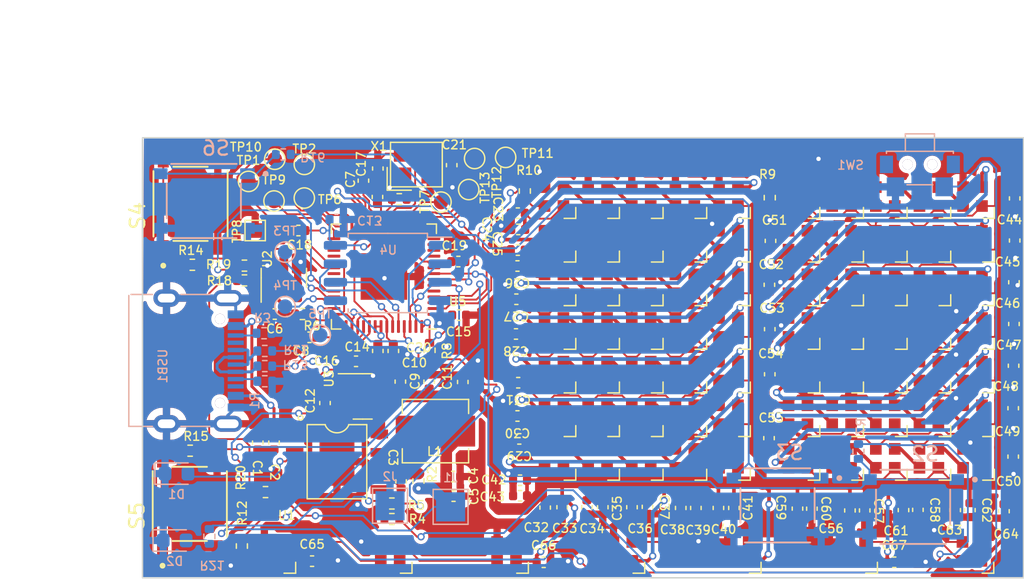
<source format=kicad_pcb>
(kicad_pcb (version 20221018) (generator pcbnew)
  (layers (0 "F.Cu" signal) (31 "B.Cu" signal) (34 "B.Paste" user) (35 "F.Paste" user) (36 "B.SilkS" user "B.Silkscreen") (37 "F.SilkS" user "F.Silkscreen") (38 "B.Mask" user) (39 "F.Mask" user) (44 "Edge.Cuts" user))
  (net 0 "")
  (net 1 "GND")
  (net 2 "+3V3")
  (net 3 "/adc_vref")
  (net 4 "VBUS")
  (net 5 "+5V")
  (net 6 "+BATT")
  (net 7 "Net-(U1-BAT)")
  (net 8 "Net-(LED1-DOUT)")
  (net 9 "Net-(U5-VREG_VOUT)")
  (net 10 "Net-(LED2-DOUT)")
  (net 11 "Net-(U5-XIN)")
  (net 12 "Net-(LED10-DIN)")
  (net 13 "Net-(C22-Pad1)")
  (net 14 "Net-(U1-SW)")
  (net 15 "Net-(LED31-DOUT)")
  (net 16 "/led_matrix/DIN")
  (net 17 "Net-(LED32-DOUT)")
  (net 18 "Net-(LED3-DOUT)")
  (net 19 "Net-(LED33-DOUT)")
  (net 20 "Net-(LED4-DOUT)")
  (net 21 "Net-(LED34-DOUT)")
  (net 22 "Net-(LED5-DOUT)")
  (net 23 "Net-(LED6-DOUT)")
  (net 24 "Net-(LED10-DOUT)")
  (net 25 "Net-(LED11-DOUT)")
  (net 26 "Net-(LED12-DOUT)")
  (net 27 "Net-(LED13-DOUT)")
  (net 28 "Net-(LED14-DOUT)")
  (net 29 "Net-(LED15-DOUT)")
  (net 30 "Net-(LED16-DOUT)")
  (net 31 "Net-(LED17-DOUT)")
  (net 32 "Net-(LED18-DOUT)")
  (net 33 "Net-(LED19-DOUT)")
  (net 34 "Net-(LED20-DOUT)")
  (net 35 "Net-(LED21-DOUT)")
  (net 36 "Net-(LED22-DOUT)")
  (net 37 "Net-(LED23-DOUT)")
  (net 38 "Net-(LED24-DOUT)")
  (net 39 "Net-(LED25-DOUT)")
  (net 40 "Net-(LED26-DOUT)")
  (net 41 "Net-(LED27-DOUT)")
  (net 42 "Net-(LED28-DOUT)")
  (net 44 "Net-(LED36-DOUT)")
  (net 45 "Net-(LED7-DOUT)")
  (net 46 "Net-(LED37-DOUT)")
  (net 47 "Net-(LED8-DOUT)")
  (net 48 "Net-(LED38-DOUT)")
  (net 49 "Net-(LED29-DOUT)")
  (net 50 "Net-(LED39-DOUT)")
  (net 51 "Net-(LED30-DOUT)")
  (net 52 "Net-(LED40-DOUT)")
  (net 53 "/led_matrix1/DIN")
  (net 54 "Net-(LED41-DOUT)")
  (net 55 "Net-(LED64-DOUT)")
  (net 56 "Net-(LED42-DOUT)")
  (net 57 "Net-(LED65-DOUT)")
  (net 58 "Net-(LED43-DOUT)")
  (net 59 "Net-(LED44-DOUT)")
  (net 60 "Net-(LED45-DOUT)")
  (net 61 "Net-(LED46-DOUT)")
  (net 62 "Net-(LED47-DOUT)")
  (net 63 "Net-(LED48-DOUT)")
  (net 64 "Net-(LED49-DOUT)")
  (net 65 "Net-(LED50-DOUT)")
  (net 66 "Net-(LED51-DOUT)")
  (net 67 "Net-(LED52-DOUT)")
  (net 68 "Net-(LED53-DOUT)")
  (net 69 "Net-(LED54-DOUT)")
  (net 70 "Net-(LED55-DOUT)")
  (net 71 "Net-(LED56-DOUT)")
  (net 72 "Net-(LED57-DOUT)")
  (net 73 "Net-(LED58-DOUT)")
  (net 74 "Net-(LED59-DOUT)")
  (net 75 "Net-(LED60-DOUT)")
  (net 76 "Net-(LED61-DOUT)")
  (net 77 "Net-(LED62-DOUT)")
  (net 78 "Net-(LED63-DOUT)")
  (net 80 "Net-(LED71-DOUT)")
  (net 81 "Net-(LED66-DOUT)")
  (net 82 "Net-(LED72-DOUT)")
  (net 83 "Net-(LED73-DOUT)")
  (net 84 "Net-(LED74-DOUT)")
  (net 85 "Net-(LED75-DOUT)")
  (net 86 "Net-(LED76-DOUT)")
  (net 88 "/sclk")
  (net 89 "Net-(USB1-CC1)")
  (net 90 "Net-(USB1-CC2)")
  (net 91 "/D+")
  (net 92 "/D-")
  (net 93 "/latch_off")
  (net 94 "Net-(LED67-DOUT)")
  (net 95 "Net-(LED68-DOUT)")
  (net 96 "Net-(LED69-DOUT)")
  (net 97 "/led_strip/DIN")
  (net 98 "Net-(U1-KEY)")
  (net 99 "Net-(R4-Pad2)")
  (net 100 "Net-(R7-Pad2)")
  (net 101 "Net-(U5-GPIO0)")
  (net 102 "Net-(U5-GPIO1)")
  (net 103 "Net-(U5-USB_DP)")
  (net 104 "Net-(U5-GPIO2)")
  (net 105 "Net-(U5-USB_DM)")
  (net 106 "Net-(R14-Pad1)")
  (net 107 "/GPIO22")
  (net 108 "Net-(R15-Pad1)")
  (net 109 "Net-(U5-GPIO4)")
  (net 110 "Net-(R16-Pad1)")
  (net 111 "Net-(U5-GPIO5)")
  (net 112 "Net-(U5-XOUT)")
  (net 113 "Net-(U5-RUN)")
  (net 114 "Net-(U5-GPIO26_ADC0)")
  (net 115 "Net-(U5-SWCLK)")
  (net 116 "Net-(U5-GPIO27_ADC1)")
  (net 117 "Net-(U5-GPIO28_ADC2)")
  (net 118 "Net-(U5-GPIO29_ADC3)")
  (net 119 "Net-(U5-SWD)")
  (net 120 "Net-(U5-TESTEN)")
  (net 121 "Net-(D1-A)")
  (net 122 "Net-(D2-A)")
  (net 123 "Net-(U1-LED2)")
  (net 124 "/cs")
  (net 125 "Net-(U4-DO(IO1))")
  (net 126 "Net-(U4-IO2)")
  (net 127 "Net-(U4-DI(IO0))")
  (net 128 "Net-(U4-IO3)")
  (net 137 "Net-(U5-GPIO16)")
  (net 138 "Net-(U5-GPIO17)")
  (net 139 "Net-(U5-GPIO18)")
  (net 141 "Net-(U5-GPIO12)")
  (net 142 "Net-(U5-GPIO13)")
  (net 143 "Net-(U5-GPIO14)")
  (footprint "easyeda2kicad:LED-SMD_4P-L2.0-W2.0-BR" (layer "F.Cu") (at 124.177 144.4366)
    (fp_text reference "LED21" hide)
    (fp_text value "SK6805-EC20" hide)
  )
  (footprint "Capacitor_SMD:C_0402_1005Metric" (layer "F.Cu") (at 133.9342 153.8478 -90)
    (fp_text reference "C39")
    (fp_text value "100n" hide)
  )
  (footprint "easyeda2kicad:LED-SMD_4P-L2.0-W2.0-BR" (layer "F.Cu") (at 127.177 144.4366)
    (fp_text reference "LED22" hide)
    (fp_text value "SK6805-EC20" hide)
  )
  (footprint "easyeda2kicad:LED-SMD_4P-L2.0-W2.0-BR" (layer "F.Cu") (at 136.177 138.4366)
    (fp_text reference "LED15" hide)
    (fp_text value "SK6805-EC20" hide)
  )
  (footprint "Capacitor_SMD:C_0402_1005Metric" (layer "F.Cu") (at 111.0742 131.3434 90)
    (fp_text reference "C7")
    (fp_text value "100n" hide)
  )
  (footprint "easyeda2kicad:LED-SMD_4P-L2.0-W2.0-BR" (layer "F.Cu") (at 127.177 150.4366)
    (fp_text reference "LED32" hide)
    (fp_text value "SK6805-EC20" hide)
  )
  (footprint "Capacitor_SMD:C_0402_1005Metric" (layer "F.Cu") (at 138.9888 138.5036 -90)
    (fp_text reference "C52")
    (fp_text value "100n" hide)
  )
  (footprint "easyeda2kicad:IND-SMD_L4.4-W4.2" (layer "F.Cu") (at 116.0272 148.5646 180)
    (fp_text reference "L1")
    (fp_text value "1UH")
  )
  (footprint "easyeda2kicad:LED-SMD_4P-L2.0-W2.0-BR" (layer "F.Cu") (at 130.177 132.4366)
    (fp_text reference "LED3" hide)
    (fp_text value "SK6805-EC20" hide)
  )
  (footprint "easyeda2kicad:LED-SMD_4P-L2.0-W2.0-BR" (layer "F.Cu") (at 149.9568 144.4366)
    (fp_text reference "LED59" hide)
    (fp_text value "SK6805-EC20" hide)
  )
  (footprint "easyeda2kicad:LED-SMD_4P-L2.0-W2.0-BR" (layer "F.Cu") (at 152.9568 150.4366)
    (fp_text reference "LED70" hide)
    (fp_text value "SK6805-EC20" hide)
  )
  (footprint "Capacitor_SMD:C_0402_1005Metric" (layer "F.Cu") (at 140.9192 153.8934 -90)
    (fp_text reference "C59")
    (fp_text value "100n" hide)
  )
  (footprint "easyeda2kicad:LED-SMD_4P-L2.0-W2.0-BR" (layer "F.Cu") (at 143.9568 135.4366)
    (fp_text reference "LED42" hide)
    (fp_text value "SK6805-EC20" hide)
  )
  (footprint "TestPoint:TestPoint_Pad_D1.0mm" (layer "F.Cu") (at 118.7196 129.8194)
    (fp_text reference "TP12")
    (fp_text value "GPIO13")
  )
  (footprint "easyeda2kicad:LED-SMD_4P-L2.0-W2.0-BR" (layer "F.Cu") (at 124.177 147.4366)
    (fp_text reference "LED26" hide)
    (fp_text value "SK6805-EC20" hide)
  )
  (footprint "easyeda2kicad:LED-SMD_4P-L2.0-W2.0-BR" (layer "F.Cu") (at 140.9568 150.4366)
    (fp_text reference "LED66" hide)
    (fp_text value "SK6805-EC20" hide)
  )
  (footprint "easyeda2kicad:LED-SMD_4P-L2.0-W2.0-BR" (layer "F.Cu") (at 136.177 147.4366)
    (fp_text reference "LED30" hide)
    (fp_text value "SK6805-EC20" hide)
  )
  (footprint "Resistor_SMD:R_0402_1005Metric" (layer "F.Cu") (at 113.03 154.6098)
    (fp_text reference "R4")
    (fp_text value "10k" hide)
  )
  (footprint "Capacitor_SMD:C_0402_1005Metric" (layer "F.Cu") (at 113.665 152.019 -90)
    (fp_text reference "C3")
    (fp_text value "100n" hide)
  )
  (footprint "Capacitor_SMD:C_0402_1005Metric" (layer "F.Cu") (at 110.5662 143.764 180)
    (fp_text reference "C16")
    (fp_text value "100n" hide)
  )
  (footprint "Capacitor_SMD:C_0402_1005Metric" (layer "F.Cu") (at 155.8036 141.1986 -90)
    (fp_text reference "C47")
    (fp_text value "100n" hide)
  )
  (footprint "Capacitor_SMD:C_0402_1005Metric" (layer "F.Cu") (at 127.5334 153.797 -90)
    (fp_text reference "C35")
    (fp_text value "100n" hide)
  )
  (footprint "Capacitor_SMD:C_0402_1005Metric" (layer "F.Cu") (at 104.9274 149.352 -90)
    (fp_text reference "C2")
    (fp_text value "22uf" hide)
  )
  (footprint "Capacitor_SMD:C_0402_1005Metric" (layer "F.Cu") (at 155.8036 138.3284 -90)
    (fp_text reference "C46")
    (fp_text value "100n" hide)
  )
  (footprint "easyeda2kicad:LED-SMD_4P-L2.0-W2.0-BR" (layer "F.Cu") (at 152.9568 147.4366)
    (fp_text reference "LED65" hide)
    (fp_text value "SK6805-EC20" hide)
  )
  (footprint "easyeda2kicad:LED-SMD_4P-L2.0-W2.0-BR" (layer "F.Cu") (at 143.9568 147.4366)
    (fp_text reference "LED62" hide)
    (fp_text value "SK6805-EC20" hide)
  )
  (footprint "easyeda2kicad:LED-SMD_4P-L2.0-W2.0-BR" (layer "F.Cu") (at 136.177 141.4366)
    (fp_text reference "LED20" hide)
    (fp_text value "SK6805-EC20" hide)
  )
  (footprint "easyeda2kicad:LED-SMD_4P-L2.0-W2.0-BR" (layer "F.Cu") (at 140.9568 144.4366)
    (fp_text reference "LED56" hide)
    (fp_text value "SK6805-EC20" hide)
  )
  (footprint "Resistor_SMD:R_0402_1005Metric" (layer "F.Cu") (at 122.174 132.0546 90)
    (fp_text reference "R10")
    (fp_text value "0" hide)
  )
  (footprint "Package_TO_SOT_SMD:SOT-23" (layer "F.Cu") (at 111.0234 146.177)
    (fp_text reference "U3")
    (fp_text value "MCP1703Ax-330xxTT" hide)
  )
  (footprint "easyeda2kicad:LED-SMD_4P-L2.0-W2.0-BR" (layer "F.Cu") (at 133.177 138.4366)
    (fp_text reference "LED14" hide)
    (fp_text value "SK6805-EC20" hide)
  )
  (footprint "easyeda2kicad:LED-SMD_4P-L2.0-W2.0-BR" (layer "F.Cu") (at 146.9568 144.4366)
    (fp_text reference "LED58" hide)
    (fp_text value "SK6805-EC20" hide)
  )
  (footprint "easyeda2kicad:LED-SMD_4P-L2.0-W2.0-BR" (layer "F.Cu") (at 130.177 144.4366)
    (fp_text reference "LED23" hide)
    (fp_text value "SK6805-EC20" hide)
  )
  (footprint "easyeda2kicad:LED-SMD_4P-L2.0-W2.0-BR" (layer "F.Cu") (at 124.177 150.4366)
    (fp_text reference "LED31" hide)
    (fp_text value "SK6805-EC20" hide)
  )
  (footprint "TestPoint:TestPoint_Pad_D1.0mm" (layer "F.Cu") (at 107.0102 130.2258)
    (fp_text reference "TP2")
    (fp_text value "SWCLK")
  )
  (footprint "easyeda2kicad:LED-SMD_4P-L2.0-W2.0-BR" (layer "F.Cu") (at 124.177 141.4366)
    (fp_text reference "LED16" hide)
    (fp_text value "SK6805-EC20" hide)
  )
  (footprint "Capacitor_SMD:C_0402_1005Metric" (layer "F.Cu") (at 113.1316 143.0528 -90)
    (fp_text reference "C20")
    (fp_text value "1u" hide)
  )
  (footprint "TestPoint:TestPoint_Pad_D1.0mm" (layer "F.Cu") (at 104.9782 129.8702)
    (fp_text reference "TP10")
    (fp_text value "GPIO18")
  )
  (footprint "Resistor_SMD:R_0402_1005Metric" (layer "F.Cu") (at 113.538 132.616)
    (fp_text reference "R17" hide)
    (fp_text value "1k" hide)
  )
  (footprint "easyeda2kicad:LED-SMD_4P-L2.0-W2.0-BR" (layer "F.Cu") (at 130.177 141.4366)
    (fp_text reference "LED18" hide)
    (fp_text value "SK6805-EC20" hide)
  )
  (footprint "easyeda2kicad:LED-SMD_4P-L2.0-W2.0-BR" (layer "F.Cu") (at 149.9568 147.4366)
    (fp_text reference "LED64" hide)
    (fp_text value "SK6805-EC20" hide)
  )
  (footprint "Capacitor_SMD:C_0402_1005Metric" (layer "F.Cu") (at 144.526 154.0204 -90)
    (fp_text reference "C56")
    (fp_text value "100n" hide)
  )
  (footprint "Capacitor_SMD:C_0402_1005Metric" (layer "F.Cu") (at 121.8438 151.9428 180)
    (fp_text reference "C42")
    (fp_text value "100n" hide)
  )
  (footprint "easyeda2kicad:LED-SMD_4P-L2.0-W2.0-BR" (layer "F.Cu") (at 112.9161 156.8337)
    (fp_text reference "LED72" hide)
    (fp_text value "SK6805-EC20" hide)
  )
  (footprint "easyeda2kicad:LED-SMD_4P-L2.0-W2.0-BR" (layer "F.Cu") (at 136.177 135.4366)
    (fp_text reference "LED10" hide)
    (fp_text value "SK6805-EC20" hide)
  )
  (footprint "Capacitor_SMD:C_0402_1005Metric" (layer "F.Cu") (at 132.8928 153.8478 -90)
    (fp_text reference "C38")
    (fp_text value "100n" hide)
  )
  (footprint "easyeda2kicad:LED-SMD_4P-L2.0-W2.0-BR" (layer "F.Cu") (at 152.9568 138.4366)
    (fp_text reference "LED50" hide)
    (fp_text value "SK6805-EC20" hide)
  )
  (footprint "easyeda2kicad:LED-SMD_4P-L2.0-W2.0-BR" (layer "F.Cu") (at 143.9568 150.4366)
    (fp_text reference "LED67" hide)
    (fp_text value "SK6805-EC20" hide)
  )
  (footprint "easyeda2kicad:LED-SMD_4P-L2.0-W2.0-BR" (layer "F.Cu") (at 133.177 147.4366)
    (fp_text reference "LED29" hide)
    (fp_text value "SK6805-EC20" hide)
  )
  (footprint "Capacitor_SMD:C_0402_1005Metric" (layer "F.Cu") (at 121.6914 133.5786 180)
    (fp_text reference "C23")
    (fp_text value "100n" hide)
  )
  (footprint "Capacitor_SMD:C_0402_1005Metric" (layer "F.Cu") (at 117.1448 130.2764 -90)
    (fp_text reference "C21")
    (fp_text value "8p" hide)
  )
  (footprint "easyeda2kicad:LED-SMD_4P-L2.0-W2.0-BR" (layer "F.Cu") (at 130.177 135.4366)
    (fp_text reference "LED8" hide)
    (fp_text value "SK6805-EC20" hide)
  )
  (footprint "TS-1187A-B-A-B:SW_TS-1187A-B-A-B" (layer "F.Cu") (at 99.187 132.9363 90)
    (fp_text reference "S4")
    (fp_text value "TS-1187A-B-A-B")
  )
  (footprint "Capacitor_SMD:C_0402_1005Metric" (layer "F.Cu") (at 126.4412 153.797 -90)
    (fp_text reference "C34")
    (fp_text value "100n" hide)
  )
  (footprint "easyeda2kicad:LED-SMD_4P-L2.0-W2.0-BR" (layer "F.Cu") (at 149.9568 135.4366)
    (fp_text reference "LED44" hide)
    (fp_text value "SK6805-EC20" hide)
  )
  (footprint "easyeda2kicad:LED-SMD_4P-L2.0-W2.0-BR" (layer "F.Cu") (at 152.9568 135.4366)
    (fp_text reference "LED45" hide)
    (fp_text value "SK6805-EC20" hide)
  )
  (footprint "easyeda2kicad:LED-SMD_4P-L2.0-W2.0-BR" (layer "F.Cu") (at 146.9568 147.4366)
    (fp_text reference "LED63" hide)
    (fp_text value "SK6805-EC20" hide)
  )
  (footprint "easyeda2kicad:LED-SMD_4P-L2.0-W2.0-BR" (layer "F.Cu") (at 152.9568 132.4366)
    (fp_text reference "LED40" hide)
    (fp_text value "SK6805-EC20" hide)
  )
  (footprint "Capacitor_SMD:C_0402_1005Metric" (layer "F.Cu") (at 117.2718 153.035)
    (fp_text reference "C5")
    (fp_text value "22uf" hide)
  )
  (footprint "Capacitor_SMD:C_0402_1005Metric" (layer "F.Cu") (at 155.7528 150.3172 -90)
    (fp_text reference "C50")
    (fp_text value "100n" hide)
  )
  (footprint "Capacitor_SMD:C_0402_1005Metric" (layer "F.Cu") (at 138.9634 149.0472 -90)
    (fp_text reference "C55")
    (fp_text value "100n" hide)
  )
  (footprint "TestPoint:TestPoint_Pad_D1.0mm" (layer "F.Cu") (at 120.8532 129.7432)
    (fp_text reference "TP11")
    (fp_text value "GPIO12" hide)
  )
  (footprint "Capacitor_SMD:C_0402_1005Metric" (layer "F.Cu") (at 107.5436 157.5054)
    (fp_text reference "C65")
    (fp_text value "100n" hide)
  )
  (footprint "easyeda2kicad:LED-SMD_4P-L2.0-W2.0-BR" (layer "F.Cu") (at 124.177 132.4366)
    (fp_text reference "LED1" hide)
    (fp_text value "SK6805-EC20" hide)
  )
  (footprint "easyeda2kicad:LED-SMD_4P-L2.0-W2.0-BR" (layer "F.Cu") (at 144.9161 156.8337)
    (fp_text reference "LED76" hide)
    (fp_text value "SK6805-EC20" hide)
  )
  (footprint "Capacitor_SMD:C_0402_1005Metric" (layer "F.Cu") (at 104.9782 140.5128 180)
    (fp_text reference "C6")
    (fp_text value "100n" hide)
  )
  (footprint "Capacitor_SMD:C_0402_1005Metric" (layer "F.Cu") (at 107.3658 142.113 180)
    (fp_text reference "C8")
    (fp_text value "100n" hide)
  )
  (footprint "easyeda2kicad:LED-SMD_4P-L2.0-W2.0-BR" (layer "F.Cu") (at 143.9568 138.4366)
    (fp_text reference "LED47" hide)
    (fp_text value "SK6805-EC20" hide)
  )
  (footprint "Capacitor_SMD:C_0402_1005Metric" (layer "F.Cu") (at 136.5504 153.8478 -90)
    (fp_text reference "C41")
    (fp_text value "100n" hide)
  )
  (footprint "easyeda2kicad:LED-SMD_4P-L2.0-W2.0-BR" (layer "F.Cu") (at 133.177 150.4366)
    (fp_text reference "LED34" hide)
    (fp_text value "SK6805-EC20" hide)
  )
  (footprint "Capacitor_SMD:C_0402_1005Metric" (layer "F.Cu") (at 108.4326 146.6342 90)
    (fp_text reference "C12")
    (fp_text value "100n" hide)
  )
  (footprint "Capacitor_SMD:C_0402_1005Metric" (layer "F.Cu") (at 113.6142 145.161 90)
    (fp_text reference "C10")
    (fp_text value "22uf" hide)
  )
  (footprint "easyeda2kicad:LED-SMD_4P-L2.0-W2.0-BR" (layer "F.Cu") (at 133.177 141.4366)
    (fp_text reference "LED19" hide)
    (fp_text value "SK6805-EC20" hide)
  )
  (footprint "easyeda2kicad:LED-SMD_4P-L2.0-W2.0-BR" (layer "F.Cu") (at 133.177 144.4366)
    (fp_text reference "LED24" hide)
    (fp_text value "SK6805-EC20" hide)
  )
  (footprint "easyeda2kicad:LED-SMD_4P-L2.0-W2.0-BR" (layer "F.Cu") (at 140.9568 135.4366)
    (fp_text reference "LED41" hide)
    (fp_text value "SK6805-EC20" hide)
  )
  (footprint "Capacitor_SMD:C_0402_1005Metric" (layer "F.Cu") (at 135.4836 153.8478 -90)
    (fp_text reference "C40")
    (fp_text value "100n" hide)
  )
  (footprint "TestPoint:TestPoint_Pad_D1.0mm" (layer "F.Cu") (at 104.9274 132.7404)
    (fp_text reference "TP9")
    (fp_text value "GPIO17")
  )
  (footprint "easyeda2kicad:LED-SMD_4P-L2.0-W2.0-BR" (layer "F.Cu") (at 143.9568 144.4366)
    (fp_text reference "LED57" hide)
    (fp_text value "SK6805-EC20" hide)
  )
  (footprint "easyeda2kicad:LED-SMD_4P-L2.0-W2.0-BR" (layer "F.Cu") (at 149.9568 150.4366)
    (fp_text reference "LED69" hide)
    (fp_text value "SK6805-EC20" hide)
  )
  (footprint "easyeda2kicad:LED-SMD_4P-L2.0-W2.0-BR" (layer "F.Cu") (at 146.9568 150.4366)
    (fp_text reference "LED68" hide)
    (fp_text value "SK6805-EC20" hide)
  )
  (footprint "Capacitor_SMD:C_0402_1005Metric" (layer "F.Cu") (at 121.6914 136.1186 180)
    (fp_text reference "C25")
    (fp_text value "100n" hide)
  )
  (footprint "easyeda2kicad:LED-SMD_4P-L2.0-W2.0-BR" (layer "F.Cu") (at 124.177 135.4366)
    (fp_text reference "LED6" hide)
    (fp_text value "SK6805-EC20" hide)
  )
  (footprint "Capacitor_SMD:C_0402_1005Metric" (layer "F.Cu") (at 155.8544 135.4582 -90)
    (fp_text reference "C45")
    (fp_text value "100n" hide)
  )
  (footprint "Capacitor_SMD:C_0402_1005Metric" (layer "F.Cu") (at 147.574 157.5816)
    (fp_text reference "C67")
    (fp_text value "100n" hide)
  )
  (footprint "Capacitor_SMD:C_0402_1005Metric" (layer "F.Cu") (at 152.7758 153.995 -90)
    (fp_text reference "C62")
    (fp_text value "100n" hide)
  )
  (footprint "easyeda2kicad:LED-SMD_4P-L2.0-W2.0-BR" (layer "F.Cu") (at 127.177 135.4366)
    (fp_text reference "LED7" hide)
    (fp_text value "SK6805-EC20" hide)
  )
  (footprint "Resistor_SMD:R_0402_1005Metric" (layer "F.Cu") (at 104.3432 152.7556 180)
    (fp_text reference "R20")
    (fp_text value "1k")
  )
  (footprint "Resistor_SMD:R_0402_1005Metric" (layer "F.Cu") (at 99.1596 149.9108)
    (fp_text reference "R15")
    (fp_text value "0" hide)
  )
  (footprint "easyeda2kicad:LED-SMD_4P-L2.0-W2.0-BR" (layer "F.Cu") (at 143.9568 141.4366)
    (fp_text reference "LED52" hide)
    (fp_text value "SK6805-EC20" hide)
  )
  (footprint "Capacitor_SMD:C_0402_1005Metric" (layer "F.Cu") (at 121.666 137.2108 180)
    (fp_text reference "C26")
    (fp_text value "100n" hide)
  )
  (footprint "Capacitor_SMD:C_0402_1005Metric" (layer "F.Cu") (at 145.542 154.0178 -90)
    (fp_text reference "C57")
    (fp_text value "100n" hide)
  )
  (footprint "Capacitor_SMD:C_0402_1005Metric" (layer "F.Cu") (at 141.9098 153.8986 -90)
    (fp_text reference "C60")
    (fp_text value "100n" hide)
  )
  (footprint "Capacitor_SMD:C_0402_1005Metric" (layer "F.Cu") (at 155.1178 154.0712 -90)
    (fp_text reference "C64")
    (fp_text value "100n" hide)
  )
  (footprint "easyeda2kicad:LED-SMD_4P-L2.0-W2.0-BR" (layer "F.Cu") (at 152.9161 156.8337)
    (fp_text reference "LED77" hide)
    (fp_text value "SK6805-EC20" hide)
  )
  (footprint "Capacitor_SMD:C_0402_1005Metric" (layer "F.Cu") (at 149.1996 153.9786 -90)
    (fp_text reference "C58")
    (fp_text value "100n" hide)
  )
  (footprint "easyeda2kicad:LED-SMD_4P-L2.0-W2.0-BR" (layer "F.Cu") (at 140.9568 147.4366)
    (fp_text reference "LED61" hide)
    (fp_text value "SK6805-EC20" hide)
  )
  (footprint "Package_DFN_QFN:QFN-56-1EP_7x7mm_P0.4mm_EP3.2x3.2mm" (layer "F.Cu") (at 112.484 137.9346 180)
    (fp_text reference "U5")
    (fp_text value "RP2040")
  )
  (footprint "Resistor_SMD:R_0402_1005Metric" (layer "F.Cu") (at 106.8832 140.5128 180)
    (fp_text reference "R6")
    (fp_text value "1k" hide)
  )
  (footprint "Capacitor_SMD:C_0402_1005Metric" (layer "F.Cu") (at 139.065 135.4836 -90)
    (fp_text reference "C51")
    (fp_text value "100n" hide)
  )
  (footprint "easyeda2kicad:LED-SMD_4P-L2.0-W2.0-BR" (layer "F.Cu") (at 104.9161 156.8337)
    (fp_text reference "LED71" hide)
    (fp_text value "SK6805-EC20" hide)
  )
  (footprint "TestPoint:TestPoint_Pad_D1.0mm" (layer "F.Cu") (at 103.1748 131.3942)
    (fp_text reference "TP1")
    (fp_text value "GPIO16")
  )
  (footprint "Resistor_SMD:R_0402_1005Metric" (layer "F.Cu") (at 113.03 153.543)
    (fp_text reference "R5")
    (fp_text value "10k" hide)
  )
  (footprint "easyeda2kicad:LED-SMD_4P-L2.0-W2.0-BR" (layer "F.Cu") (at 152.9568 144.4366)
    (fp_text reference "LED60" hide)
    (fp_text value "SK6805-EC20" hide)
  )
  (footprint "Capacitor_SMD:C_0402_1005Metric" (layer "F.Cu") (at 117.2464 151.6888)
    (fp_text reference "C4")
    (fp_text value "100n" hide)
  )
  (footprint "Package_TO_SOT_SMD:SOT-23" (layer "F.Cu") (at 105.603 138.0259 90)
    (fp_text reference "U2")
    (fp_text value "LM4040DBZ-2.0" hide)
  )
  (footprint "Capacitor_SMD:C_0402_1005Metric" (layer "F.Cu") (at 103.8098 149.352 -90)
    (fp_text reference "C1")
    (fp_text value "100n" hide)
  )
  (footprint "easyeda2kicad:LED-SMD_4P-L2.0-W2.0-BR" (layer "F.Cu") (at 143.9568 132.4366)
    (fp_text reference "LED37" hide)
    (fp_text value "SK6805-EC20" hide)
  )
  (footprint "easyeda2kicad:LED-SMD_4P-L2.0-W2.0-BR" (layer "F.Cu") (at 149.9568 138.4366)
    (fp_text reference "LED49" hide)
    (fp_text value "SK6805-EC20" hide)
  )
  (footprint "easyeda2kicad:ESOP-8_L4.9-W3.9-P1.27-LS6.0-BL-EP" (layer "F.Cu") (at 109.2564 150.6678 -90)
    (fp_text reference "U1")
    (fp_text value "IP5306")
  )
  (footprint "Resistor_SMD:R_0402_1005Metric" (layer "F.Cu") (at 114.8588 151.9936 90)
    (fp_text reference "R2")
    (fp_text value "0.5R" hide)
  )
  (footprint "Capacitor_SMD:C_0402_1005Metric" (layer "F.Cu") (at 112.0648 130.5078 90)
    (fp_text reference "C22" hide)
    (fp_text value "8p" hide)
  )
  (footprint "Capacitor_SMD:C_0402_1005Metric" (layer "F.Cu") (at 155.7782 144.0688 -90)
    (fp_text reference "C48")
    (fp_text value "100n" hide)
  )
  (footprint "easyeda2kicad:LED-SMD_4P-L2.0-W2.0-BR" (layer "F.Cu") (at 124.177 138.4366)
    (fp_text reference "LED11" hide)
    (fp_text value "SK6805-EC20" hide)
  )
  (footprint "Capacitor_SMD:C_0402_1005Metric" (layer "F.Cu") (at 112.0648 143.0528 -90)
    (fp_text reference "C14")
    (fp_text value "100n" hide)
  )
  (footprint "Capacitor_SMD:C_0402_1005Metric" (layer "F.Cu") (at 123.4694 157.5816)
    (fp_text reference "C66")
    (fp_text value "100n" hide)
  )
  (footprint "Resistor_SMD:R_0402_1005Metric" (layer "F.Cu") (at 102.8954 138.2014)
    (fp_text reference "R18")
    (fp_text value "1M" hide)
  )
  (footprint "Capacitor_SMD:C_0402_1005Metric" (layer "F.Cu") (at 139.0142 141.5542 -90)
    (fp_text reference "C53")
    (fp_text value "100n" hide)
  )
  (footprint "Resistor_SMD:R_0402_1005Metric" (layer "F.Cu") (at 102.8934 137.1854)
    (fp_text reference "R19")
    (fp_text value "1M" hide)
  )
  (footprint "easyeda2kicad:LED-SMD_4P-L2.0-W2.0-BR" (layer "F.Cu") (at 136.177 144.4366)
    (fp_text reference "LED25" hide)
    (fp_text value "SK6805-EC20" hide)
  )
  (footprint "Capacitor_SMD:C_0402_1005Metric" (layer "F.Cu") (at 121.5898 139.4968 180)
    (fp_text reference "C27")
    (fp_text value "100n" hide)
  )
  (footprint "Capacitor_SMD:C_0402_1005Metric" (layer "F.Cu") (at 121.8438 153.0096 180)
    (fp_text reference "C43")
    (fp_text value "100n" hide)
  )
  (footprint "easyeda2kicad:LED-SMD_4P-L2.0-W2.0-BR" (layer "F.Cu") (at 127.177 147.4366)
    (fp_text reference "LED27" hide)
    (fp_text value "SK6805-EC20" hide)
  )
  (footprint "Capacitor_SMD:C_0402_1005Metric" (layer "F.Cu") (at 106.6038 134.7724 180)
    (fp_text reference "C18")
    (fp_text value "100n" hide)
  )
  (footprint "easyeda2kicad:LED-SMD_4P-L2.0-W2.0-BR" (layer "F.Cu") (at 133.177 135.4366)
    (fp_text reference "LED9" hide)
    (fp_text value "SK6805-EC20" hide)
  )
  (footprint "easyeda2kicad:LED-SMD_4P-L2.0-W2.0-BR" (layer "F.Cu") (at 130.177 150.4366)
    (fp_text reference "LED33" hide)
    (fp_text value "SK6805-EC20" hide)
  )
  (footprint "Capacitor_SMD:C_0402_1005Metric" (layer "F.Cu") (at 155.8544 132.5626 -90)
    (fp_text reference "C44")
    (fp_text value "100n" hide)
  )
  (footprint "easyeda2kicad:LED-SMD_4P-L2.0-W2.0-BR" (layer "F.Cu") (at 130.177 138.4366)
    (fp_text reference "LED13" hide)
    (fp_text value "SK6805-EC20" hide)
  )
  (footprint "easyeda2kicad:LED-SMD_4P-L2.0-W2.0-BR" (layer "F.Cu") (at 127.177 141.4366)
    (fp_text reference "LED17" hide)
    (fp_text value "SK6805-EC20" hide)
  )
  (footprint "easyeda2kicad:LED-SMD_4P-L2.0-W2.0-BR" (layer "F.Cu") (at 152.9568 141.4366)
    (fp_text reference "LED55" hide)
    (fp_text value "SK6805-EC20" hide)
  )
  (footprint "easyeda2kicad:LED-SMD_4P-L2.0-W2.0-BR" (layer "F.Cu") (at 140.9568 141.4366)
    (fp_text reference "LED51" hide)
    (fp_text value "SK6805-EC20" hide)
  )
  (footprint "TestPoint:TestPoint_Pad_D1.0mm" (layer "F.Cu") (at 118.3132 131.953)
    (fp_text reference "TP13")
    (fp_text value "GPIO14" hide)
  )
  (footprint "Capacitor_SMD:C_0402_1005Metric" (layer "F.Cu") (at 121.793 149.098 180)
    (fp_text reference "C29")
    (fp_text value "100n" hide)
  )
  (footprint "easyeda2kicad:LED-SMD_4P-L2.0-W2.0-BR" (layer "F.Cu") (at 140.9568 132.4366)
    (fp_text reference "LED36" hide)
    (fp_text value "SK6805-EC20" hide)
  )
  (footprint "easyeda2kicad:LED-SMD_4P-L2.0-W2.0-BR" (layer "F.Cu") (at 128.9161 156.8337)
    (fp_text reference "LED74" hide)
    (fp_text value "SK6805-EC20" hide)
  )
  (footprint "Capacitor_SMD:C_0402_1005Metric" (layer "F.Cu") (at 130.6068 153.7716 -90)
    (fp_text reference "C37")
    (fp_text value "100n" hide)
  )
  (footprint "Capacitor_SMD:C_0402_1005Metric" (layer "F.Cu") (at 117.602 136.906)
    (fp_text reference "C19")
    (fp_text value "100n" hide)
  )
  (footprint "Capacitor_SMD:C_0402_1005Metric" (layer "F.Cu") (at 121.666 147.5232 180)
    (fp_text reference "C30")
    (fp_text value "100n" hide)
  )
  (footprint "Capacitor_SMD:C_0402_1005Metric" (layer "F.Cu") (at 115.5954 145.161 90)
    (fp_text reference "C9")
    (fp_text value "22uf" hide)
  )
  (footprint "Capacitor_SMD:C_0402_1005Metric" (layer "F.Cu") (at 121.7168 134.6962 180)
    (fp_text reference "C24")
    (fp_text value "100n" hide)
  )
  (footprint "easyeda2kicad:LED-SMD_4P-L2.0-W2.0-BR" (layer "F.Cu") (at 146.9568 141.4366)
    (fp_text reference "LED53" hide)
    (fp_text value "SK6805-EC20" hide)
  )
  (footprint "easyeda2kicad:LED-SMD_4P-L2.0-W2.0-BR" (layer "F.Cu") (at 146.9568 132.4366)
    (fp_text reference "LED38" hide)
    (fp_text value "SK6805-EC20" hide)
  )
  (footprint "easyeda2kicad:LED-SMD_4P-L2.0-W2.0-BR" (layer "F.Cu") (at 140.9568 138.4366)
    (fp_text reference "LED46" hide)
    (fp_text value "SK6805-EC20" hide)
  )
  (footprint "Capacitor_SMD:C_0402_1005Metric" (layer "F.Cu") (at 123.571 153.8224 -90)
    (fp_text reference "C32")
    (fp_text value "100n" hide)
  )
  (footprint "Capacitor_SMD:C_0402_1005Metric" (layer "F.Cu") (at 139.0142 144.6556 -90)
    (fp_text reference "C54")
    (fp_text value "100n" hide)
  )
  (footprint "easyeda2kicad:LED-SMD_4P-L2.0-W2.0-BR" (layer "F.Cu") (at 136.177 132.4366)
    (fp_text reference "LED5" hide)
    (fp_text value "SK6805-EC20" hide)
  )
  (footprint "TestPoint:TestPoint_Pad_D1.0mm" (layer "F.Cu") (at 107.0102 132.5372)
    (fp_text reference "TP6")
    (fp_text value "SWD")
  )
  (footprint "easyeda2kicad:LED-SMD_4P-L2.0-W2.0-BR" (layer "F.Cu") (at 133.177 132.4366)
    (fp_text reference "LED4" hide)
    (fp_text value "SK6805-EC20" hide)
  )
  (footprint "Capacitor_SMD:C_0402_1005Metric" (layer "F.Cu") (at 151.765 153.995 -90)
    (fp_text reference "C63")
    (fp_text value "100n" hide)
  )
  (footprint "Resistor_SMD:R_0402_1005Metric" (layer "F.Cu") (at 102.7176 156.466 90)
    (fp_text reference "R12")
    (fp_text value "0" hide)
  )
  (footprint "TestPoint:TestPoint_Pad_D1.0mm" (layer "F.Cu") (at 116.4082 132.8166)
    (fp_text reference "TP7")
    (fp_text value "TESTEN" hide)
  )
  (footprint "Resistor_SMD:R_0402_1005Metric" (layer "F.Cu") (at 139.0142 132.5118 90)
    (fp_text reference "R9")
    (fp_text value "0" hide)
  )
  (footprint "Capacitor_SMD:C_0402_1005Metric" (layer "F.Cu") (at 124.7394 153.797 -90)
    (fp_text reference "C33")
    (fp_text value "100n" hide)
  )
  (footprint "Capacitor_SMD:C_0402_1005Metric" (layer "F.Cu") (at 148.209 153.995 -90)
    (fp_text reference "C61")
    (fp_text value "100n" hide)
  )
  (footprint "easyeda2kicad:LED-SMD_4P-L2.0-W2.0-BR" (layer "F.Cu") (at 136.9161 156.8337)
    (fp_text reference "LED75" hide)
    (fp_text value "SK6805-EC20" hide)
  )
  (footprint "TestPoint:TestPoint_Pad_1.0x1.0mm" (layer "F.Cu") (at 103.632 134.7724)
    (fp_text reference "TP8")
    (fp_text value "GND")
  )
  (footprint "easyeda2kicad:CRYSTAL-SMD_4P-L2.5-W2.0-BL" (layer "F.Cu") (at 114.7166 130.239)
    (fp_text reference "X1")
    (fp_text value "WTL2M45316LZ" hide)
  )
  (footprint "Capacitor_SMD:C_0402_1005Metric" (layer "F.Cu") (at 117.9068 145.1864 90)
    (fp_text reference "C11")
    (fp_text value "100n" hide)
  )
  (footprint "Capacitor_SMD:C_0402_1005Metric" (layer "F.Cu") (at 117.6528 140.589)
    (fp_text reference "C15")
    (fp_text value "100n" hide)
  )
  (footprint "Capacitor_SMD:C_0402_1005Metric" (layer "F.Cu") (at 112.0394 132.4636 90)
    (fp_text reference "C17")
    (fp_text value "100n" hide)
  )
  (footprint "easyeda2kicad:LED-SMD_4P-L2.0-W2.0-BR" (layer "F.Cu") (at 146.9568 138.4366)
    (fp_text reference "LED48" hide)
    (fp_text value "SK6805-EC20" hide)
  )
  (footprint "Capacitor_SMD:C_0402_1005Metric" (layer "F.Cu") (at 155.7528 146.9898 -90)
    (fp_text reference "C49")
    (fp_text value "100n" hide)
  )
  (footprint "easyeda2kicad:LED-SMD_4P-L2.0-W2.0-BR" (layer "F.Cu") (at 149.9568 141.4366)
    (fp_text reference "LED54" hide)
    (fp_text value "SK6805-EC20" hide)
  )
  (footprint "Resistor_SMD:R_0402_1005Metric" (layer "F.Cu") (at 99.312 137.1273)
    (fp_text reference "R14")
    (fp_text value "0" hide)
  )
  (footprint "easyeda2kicad:LED-SMD_4P-L2.0-W2.0-BR" (layer "F.Cu") (at 136.177 150.4366)
    (fp_text reference "LED35" hide)
    (fp_text value "SK6805-EC20" hide)
  )
  (footprint "Capacitor_SMD:C_0402_1005Metric" (layer "F.Cu") (at 129.54 153.797 -90)
    (fp_text reference "C36")
    (fp_text value "100n" hide)
  )
  (footprint "Capacitor_SMD:C_0402_1005Metric" (layer "F.Cu") (at 121.7168 145.2372 180)
    (fp_text reference "C31")
    (fp_text value "100n" hide)
  )
  (footprint "Capacitor_SMD:C_0402_1005Metric" (layer "F.Cu") (at 121.5644 141.8844 180)
    (fp_text reference "C28")
    (fp_text value "100n" hide)
  )
  (footprint "easyeda2kicad:LED-SMD_4P-L2.0-W2.0-BR" (layer "F.Cu") (at 130.177 147.4366)
    (fp_text reference "LED28" hide)
    (fp_text value "SK6805-EC20" hide)
  )
  (footprint "easyeda2kicad:LED-SMD_4P-L2.0-W2.0-BR" (layer "F.Cu") (at 149.9568 132.4366)
    (fp_text reference "LED39" hide)
    (fp_text value "SK6805-EC20" hide)
  )
  (footprint "easyeda2kicad:LED-SMD_4P-L2.0-W2.0-BR" (layer "F.Cu") (at 146.9568 135.4366)
    (fp_text reference "LED43" hide)
    (fp_text value "SK6805-EC20" hide)
  )
  (footprint "easyeda2kicad:LED-SMD_4P-L2.0-W2.0-BR" (layer "F.Cu") (at 127.177 132.4366)
    (fp_text reference "LED2" hide)
    (fp_text value "SK6805-EC20" hide)
  )
  (footprint "Resistor_SMD:R_0402_1005Metric" (layer "F.Cu") (at 115.6208 143.004 90)
    (fp_text reference "R8")
    (fp_text value "1k")
  )
  (footprint "easyeda2kicad:LED-SMD_4P-L2.0-W2.0-BR" (layer "F.Cu") (at 120.9161 156.8337)
    (fp_text reference "LED73" hide)
    (fp_text value "SK6805-EC20" hide)
  )
  (footprint "easyeda2kicad:LED-SMD_4P-L2.0-W2.0-BR" (layer "F.Cu") (at 127.177 138.4366)
    (fp_text reference "LED12" hide)
    (fp_text value "SK6805-EC20" hide)
  )
  (footprint "TS-1187A-B-A-B:SW_TS-1187A-B-A-B" (layer "F.Cu") (at 99.1362 153.5684 90)
    (fp_text reference "S5")
    (fp_text value "TS-1187A-B-A-B")
  )
  (footprint "TS-1187A-B-A-B:SW_TS-1187A-B-A-B" (layer "B.Cu") (at 100.1014 132.7404 180)
    (fp_text reference "S6")
    (fp_text value "TS-1187A-B-A-B")
  )
  (footprint "TestPoint:TestPoint_Pad_2.0x2.0mm" (layer "B.Cu") (at 112.903 153.6954 180)
    (fp_text reference "J2")
    (fp_text value "Conn_01x01_Pin" hide)
  )
  (footprint "LED_SMD:LED_0603_1608Metric" (layer "B.Cu") (at 98.2218 151.4856)
    (fp_text reference "D1")
    (fp_text value "LED")
  )
  (footprint "Capacitor_SMD:C_0402_1005Metric" (layer "B.Cu") (at 109.22 134.0104)
    (fp_text reference "C13")
    (fp_text value "100n" hide)
  )
  (footprint "Resistor_SMD:R_0402_1005Metric" (layer "B.Cu") (at 104.2924 144.0942 180)
    (fp_text reference "R13")
    (fp_text value "27.4" hide)
  )
  (footprint "Resistor_SMD:R_0402_1005Metric" (layer "B.Cu") (at 104.2416 141.8336)
    (fp_text reference "R3")
    (fp_text value "5.1K" hide)
  )
  (footprint "Resistor_SMD:R_0402_1005Metric" (layer "B.Cu") (at 104.2924 145.1356)
    (fp_text reference "R1")
    (fp_text value "5.1K" hide)
  )
  (footprint "easyeda2kicad:USB-C-SMD_TYPE-C-6PIN-2MD-073" (layer "B.Cu") (at 99.9139 143.7386 90)
    (fp_text reference "USB1")
    (fp_text value "TYPE-C 16PIN 2MD(073)" hide)
  )
  (footprint "Package_SO:SOIC-8_5.23x5.23mm_P1.27mm" (layer "B.Cu") (at 112.7506 137.6934 180)
    (fp_text reference "U4")
    (fp_text value "W25Q128JVS" hide)
  )
  (footprint "TS-1187A-B-A-B:SW_TS-1187A-B-A-B" (layer "B.Cu") (at 148.8694 153.7716 180)
    (fp_text reference "S2")
    (fp_text value "BOOT")
  )
  (footprint "Resistor_SMD:R_0402_1005Metric" (layer "B.Cu") (at 100.4824 155.8036 -90)
    (fp_text reference "R21")
    (fp_text value "20R")
  )
  (footprint "Resistor_SMD:R_0402_1005Metric" (layer "B.Cu") (at 145.1102 149.9636 -90)
    (fp_text reference "R7")
    (fp_text value "1k")
  )
  (footprint "Resistor_SMD:R_0402_1005Metric" (layer "B.Cu") (at 104.2924 143.0528 180)
    (fp_text reference "R11")
    (fp_text value "27.4" hide)
  )
  (footprint "TestPoint:TestPoint_Pad_D1.0mm" (layer "B.Cu") (at 105.6894 136.2548 180)
    (fp_text reference "TP3")
    (fp_text value "ADC1")
  )
  (footprint "TestPoint:TestPoint_Pad_2.0x2.0mm" (layer "B.Cu") (at 117.0686 153.7716 180)
    (fp_text reference "J1")
    (fp_text value "Conn_01x01_Pin" hide)
  )
  (footprint "TestPoint:TestPoint_Pad_D1.0mm" (layer "B.Cu") (at 108.1024 141.9606 180)
    (fp_text reference "TP5")
    (fp_text value "ADC3")
  )
  (footprint "TestPoint:TestPoint_Pad_D1.0mm" (layer "B.Cu") (at 105.6894 140.0048 180)
    (fp_text reference "TP4")
    (fp_text value "ADC2")
  )
  (footprint "Resistor_SMD:R_0402_1005Metric" (layer "B.Cu") (at 105.5624 129.54)
    (fp_text reference "R16")
    (fp_text value "0" hide)
  )
  (footprint "TS-1187A-B-A-B:SW_TS-1187A-B-A-B" (layer "B.Cu") (at 139.5476 153.67 180)
    (fp_text reference "S3")
    (fp_text value "RUN")
  )
  (footprint "easyeda2kicad:SW-SMD_TS24CA" (layer "B.Cu") (at 149.338 130.9958 180)
    (fp_text reference "SW1")
    (fp_text value "TS24CA" hide)
  )
  (footprint "LED_SMD:LED_0603_1608Metric" (layer "B.Cu") (at 98.0947 156.083)
    (fp_text reference "D2")
    (fp_text value "LED")
  )
  (gr_rect (start 95.885 128.397) (end 156.464 158.6484) (stroke (width 0.1)) (fill none) (layer "Edge.Cuts"))
  (segment (start 123.5252 137.7848) (end 121.76 137.7848) (width 0.128) (layer "F.Cu") (net 1))
  (segment (start 155.7782 144.5488) (end 155.7782 145.5166) (width 0.128) (layer "F.Cu") (net 1))
  (segment (start 128.863 149.1226) (end 127.191 149.1226) (width 0.128) (layer "F.Cu") (net 1))
  (segment (start 121.0844 141.8844) (end 122.202 143.002) (width 0.128) (layer "F.Cu") (net 1))
  (segment (start 121.186 146.9924) (end 120.6754 146.4818) (width 0.128) (layer "F.Cu") (net 1))
  (segment (start 117.1448 130.7564) (end 117.1448 131.7498) (width 0.128) (layer "F.Cu") (net 1))
  (segment (start 155.8544 133.0426) (end 155.8544 133.7818) (width 0.128) (layer "F.Cu") (net 1))
  (segment (start 155.8544 135.9382) (end 155.8544 136.6012) (width 0.128) (layer "F.Cu") (net 1))
  (segment (start 124.163 137.1226) (end 125.863 137.1226) (width 0.128) (layer "F.Cu") (net 1))
  (segment (start 152.3068 143.7866) (end 151.8214 143.3012) (width 0.128) (layer "F.Cu") (net 1))
  (segment (start 148.6428 146.1226) (end 149.3068 146.7866) (width 0.128) (layer "F.Cu") (net 1))
  (segment (start 130.191 143.1226) (end 131.863 143.1226) (width 0.128) (layer "F.Cu") (net 1))
  (segment (start 130.191 137.1226) (end 131.863 137.1226) (width 0.128) (layer "F.Cu") (net 1))
  (segment (start 123.527 137.7866) (end 123.5252 137.7848) (width 0.128) (layer "F.Cu") (net 1))
  (segment (start 132.527 137.7866) (end 132.527 137.2586) (width 0.128) (layer "F.Cu") (net 1))
  (segment (start 121.186 147.5232) (end 121.186 146.9924) (width 0.128) (layer "F.Cu") (net 1))
  (segment (start 146.3068 149.7866) (end 146.9708 149.1226) (width 0.128) (layer "F.Cu") (net 1))
  (segment (start 152.3068 149.7866) (end 152.321 149.7866) (width 0.128) (layer "F.Cu") (net 1))
  (segment (start 140.4428 149.1226) (end 142.6428 149.1226) (width 0.128) (layer "F.Cu") (net 1))
  (segment (start 113.7666 129.489) (end 112.6036 129.489) (width 0.128) (layer "F.Cu") (net 1))
  (segment (start 131.863 134.1226) (end 132.527 134.7866) (width 0.128) (layer "F.Cu") (net 1))
  (segment (start 113.1316 143.5328) (end 113.8454 143.5328) (width 0.128) (layer "F.Cu") (net 1))
  (segment (start 148.6428 149.1226) (end 149.3068 149.7866) (width 0.128) (layer "F.Cu") (net 1))
  (segment (start 138.9634 149.5272) (end 139.5374 148.9532) (width 0.128) (layer "F.Cu") (net 1))
  (segment (start 140.3068 143.7866) (end 140.9708 143.1226) (width 0.128) (layer "F.Cu") (net 1))
  (segment (start 140.3068 143.7866) (end 139.715267 143.7866) (width 0.128) (layer "F.Cu") (net 1))
  (segment (start 121.2114 136.1186) (end 120.3452 136.1186) (width 0.128) (layer "F.Cu") (net 1))
  (segment (start 131.863 143.1226) (end 132.527 143.7866) (width 0.128) (layer "F.Cu") (net 1))
  (segment (start 130.191 146.1226) (end 131.863 146.1226) (width 0.128) (layer "F.Cu") (net 1))
  (segment (start 146.3068 131.7866) (end 144.365 129.8448) (width 0.128) (layer "F.Cu") (net 1))
  (segment (start 132.663 137.1226) (end 134.863 137.1226) (width 0.128) (layer "F.Cu") (net 1))
  (segment (start 148.054 157.5816) (end 149.7076 157.5816) (width 0.128) (layer "F.Cu") (net 1))
  (segment (start 139.0142 142.0342) (end 139.0592 142.0342) (width 0.128) (layer "F.Cu") (net 1))
  (segment (start 131.335 149.1226) (end 130.191 149.1226) (width 0.128) (layer "F.Cu") (net 1))
  (segment (start 130.191 134.1226) (end 131.863 134.1226) (width 0.128) (layer "F.Cu") (net 1))
  (segment (start 140.2788 137.7866) (end 139.0818 138.9836) (width 0.128) (layer "F.Cu") (net 1))
  (segment (start 110.0859 145.227) (end 111.2622 145.227) (width 0.128) (layer "F.Cu") (net 1))
  (segment (start 134.863 137.1226) (end 135.527 137.7866) (width 0.128) (layer "F.Cu") (net 1))
  (segment (start 140.3068 134.7866) (end 139.7396 134.7866) (width 0.128) (layer "F.Cu") (net 1))
  (segment (start 127.191 140.1226) (end 128.863 140.1226) (width 0.128) (layer "F.Cu") (net 1))
  (segment (start 123.527 137.7586) (end 124.163 137.1226) (width 0.128) (layer "F.Cu") (net 1))
  (segment (start 149.3068 149.7866) (end 149.9708 149.1226) (width 0.128) (layer "F.Cu") (net 1))
  (segment (start 140.3068 146.7866) (end 140.9708 146.1226) (width 0.128) (layer "F.Cu") (net 1))
  (segment (start 134.863 143.1226) (end 135.527 143.7866) (width 0.128) (layer "F.Cu") (net 1))
  (segment (start 139.591067 146.7866) (end 140.3068 146.7866) (width 0.128) (layer "F.Cu") (net 1))
  (segment (start 152.321 149.7866) (end 152.8572 149.2504) (width 0.128) (layer "F.Cu") (net 1))
  (segment (start 149.9708 146.1226) (end 151.6428 146.1226) (width 0.128) (layer "F.Cu") (net 1))
  (segment (start 151.6428 146.1226) (end 151.82 146.2998) (width 0.128) (layer "F.Cu") (net 1))
  (segment (start 112.0394 131.9836) (end 112.1612 131.9836) (width 0.128) (layer "F.Cu") (net 1))
  (segment (start 121.186 137.2108) (end 120.8278 137.569) (width 0.128) (layer "F.Cu") (net 1))
  (segment (start 124.191 143.1226) (end 125.863 143.1226) (width 0.128) (layer "F.Cu") (net 1))
  (segment (start 121.2368 134.6962) (end 120.8024 134.6962) (width 0.128) (layer "F.Cu") (net 1))
  (segment (start 129.527 134.7866) (end 130.191 134.1226) (width 0.128) (layer "F.Cu") (net 1))
  (segment (start 139.0017 142.0467) (end 139.0142 142.0342) (width 0.128) (layer "F.Cu") (net 1))
  (segment (start 138.9634 149.5272) (end 139.2228 149.7866) (width 0.128) (layer "F.Cu") (net 1))
  (segment (start 103.8098 150.2664) (end 104.6988 151.1554) (width 0.128) (layer "F.Cu") (net 1))
  (segment (start 140.3068 137.7866) (end 140.9708 137.1226) (width 0.128) (layer "F.Cu") (net 1))
  (segment (start 132.527 143.7866) (end 133.191 143.1226) (width 0.128) (layer "F.Cu") (net 1))
  (segment (start 121.7604 140.1474) (end 121.1098 139.4968) (width 0.128) (layer "F.Cu") (net 1))
  (segment (start 145.6428 137.1226) (end 146.3068 137.7866) (width 0.128) (layer "F.Cu") (net 1))
  (segment (start 131.863 140.1226) (end 132.527 140.7866) (width 0.128) (layer "F.Cu") (net 1))
  (segment (start 143.3068 134.7866) (end 143.3068 134.2586) (width 0.128) (layer "F.Cu") (net 1))
  (segment (start 140.3068 134.7866) (end 140.9708 134.1226) (width 0.128) (layer "F.Cu") (net 1))
  (segment (start 127.191 143.1226) (end 128.863 143.1226) (width 0.128) (layer "F.Cu") (net 1))
  (segment (start 149.3068 143.7866) (end 149.9708 143.1226) (width 0.128) (layer "F.Cu") (net 1))
  (segment (start 143.3068 146.7866) (end 143.9708 146.1226) (width 0.128) (layer "F.Cu") (net 1))
  (segment (start 113.8454 143.5328) (end 114.0968 143.2814) (width 0.128) (layer "F.Cu") (net 1))
  (segment (start 124.191 140.1226) (end 125.863 140.1226) (width 0.128) (layer "F.Cu") (net 1))
  (segment (start 129.527 146.7866) (end 130.191 146.1226) (width 0.128) (layer "F.Cu") (net 1))
  (segment (start 143.3068 149.7866) (end 143.9708 149.1226) (width 0.128) (layer "F.Cu") (net 1))
  (segment (start 128.863 146.1226) (end 129.527 146.7866) (width 0.128) (layer "F.Cu") (net 1))
  (segment (start 143.9708 146.1226) (end 145.6428 146.1226) (width 0.128) (layer "F.Cu") (net 1))
  (segment (start 134.863 146.1226) (end 135.527 146.7866) (width 0.128) (layer "F.Cu") (net 1))
  (segment (start 123.527 149.7866) (end 122.0016 149.7866) (width 0.128) (layer "F.Cu") (net 1))
  (segment (start 149.3068 146.7866) (end 149.9708 146.1226) (width 0.128) (layer "F.Cu") (net 1))
  (segment (start 145.6428 149.1226) (end 146.3068 149.7866) (width 0.128) (layer "F.Cu") (net 1))
  (segment (start 140.2954 134.7866) (end 140.3068 134.7866) (width 0.128) (layer "F.Cu") (net 1))
  (segment (start 108.0236 157.5054) (end 109.2708 157.5054) (width 0.128) (layer "F.Cu") (net 1))
  (segment (start 143.3068 140.7866) (end 143.9708 140.1226) (width 0.128) (layer "F.Cu") (net 1))
  (segment (start 144.365 129.8448) (end 142.367 129.8448) (width 0.128) (layer "F.Cu") (net 1))
  (segment (start 120.3452 136.1186) (end 120.036634 135.810034) (width 0.128) (layer "F.Cu") (net 1))
  (segment (start 149.9708 149.1226) (end 151.6428 149.1226) (width 0.128) (layer "F.Cu") (net 1))
  (segment (start 139.0818 138.9836) (end 138.9888 138.9836) (width 0.128) (layer "F.Cu") (net 1))
  (segment (start 146.3068 146.7866) (end 146.9708 146.1226) (width 0.128) (layer "F.Cu") (net 1))
  (segment (start 151.6428 149.1226) (end 152.3068 149.7866) (width 0.128) (layer "F.Cu") (net 1))
  (segment (start 139.065 135.9636) (end 139.1184 135.9636) (width 0.128) (layer "F.Cu") (net 1))
  (segment (start 143.4428 134.1226) (end 145.6428 134.1226) (width 0.128) (layer "F.Cu") (net 1))
  (segment (start 145.6428 143.1226) (end 146.3068 143.7866) (width 0.128) (layer "F.Cu") (net 1))
  (segment (start 125.863 134.1226) (end 126.527 134.7866) (width 0.128) (layer "F.Cu") (net 1))
  (segment (start 103.4034 137.1854) (end 104.4702 137.1854) (width 0.128) (layer "F.Cu") (net 1))
  (segment (start 146.9708 146.1226) (end 148.6428 146.1226) (width 0.128) (layer "F.Cu") (net 1))
  (segment (start 111.4174 151.8988) (end 110.6678 152.6484) (width 0.128) (layer "F.Cu") (net 1))
  (segment (start 139.0142 145.1356) (end 138.9396 145.2102) (width 0.128) (layer "F.Cu") (net 1))
  (segment (start 124.191 149.1226) (end 123.527 149.7866) (width 0.128) (layer "F.Cu") (net 1))
  (segment (start 140.9708 134.1226) (end 142.6428 134.1226) (width 0.128) (layer "F.Cu") (net 1))
  (segment (start 127.191 134.1226) (end 128.863 134.1226) (width 0.128) (layer "F.Cu") (net 1))
  (segment (start 142.6428 143.1226) (end 143.3068 143.7866) (width 0.128) (layer "F.Cu") (net 1))
  (segment (start 126.527 143.7866) (end 127.191 143.1226) (width 0.128) (layer "F.Cu") (net 1))
  (segment (start 134.863 134.1226) (end 135.527 134.7866) (width 0.128) (layer "F.Cu") (net 1))
  (segment (start 149.9708 134.1226) (end 151.6428 134.1226) (width 0.128) (layer "F.Cu") (net 1))
  (segment (start 140.3068 140.7866) (end 140.9708 140.1226) (width 0.128) (layer "F.Cu") (net 1))
  (segment (start 148.6428 143.1226) (end 149.3068 143.7866) (width 0.128) (layer "F.Cu") (net 1))
  (segment (start 142.6428 134.1226) (end 143.3068 134.7866) (width 0.128) (layer "F.Cu") (net 1))
  (segment (start 146.3068 143.7866) (end 146.9708 143.1226) (width 0.128) (layer "F.Cu") (net 1))
  (segment (start 143.9708 143.1226) (end 145.6428 143.1226) (width 0.128) (layer "F.Cu") (net 1))
  (segment (start 146.3068 137.7866) (end 146.9708 137.1226) (width 0.128) (layer "F.Cu") (net 1))
  (segment (start 125.863 143.1226) (end 126.527 143.7866) (width 0.128) (layer "F.Cu") (net 1))
  (segment (start 120.8278 137.569) (end 120.8278 138.4808) (width 0.128) (layer "F.Cu") (net 1))
  (segment (start 128.863 143.1226) (end 129.527 143.7866) (width 0.128) (layer "F.Cu") (net 1))
  (segment (start 122.202 143.002) (end 122.2756 143.002) (width 0.128) (layer "F.Cu") (net 1))
  (segment (start 112.1612 131.9836) (end 112.1664 131.9784) (width 0.128) (layer "F.Cu") (net 1))
  (segment (start 103.8098 149.832) (end 103.8098 150.2664) (width 0.128) (layer "F.Cu") (net 1))
  (segment (start 149.3068 137.7866) (end 149.3068 137.2586) (width 0.128) (layer "F.Cu") (net 1))
  (segment (start 140.3068 143.7866) (end 140.3068 143.843) (width 0.128) (layer "F.Cu") (net 1))
  (segment (start 118.082 135.8926) (end 118.11 135.8646) (width 0.128) (layer "F.Cu") (net 1))
  (segment (start 140.9708 146.1226) (end 142.6428 146.1226) (width 0.128) (layer "F.Cu") (net 1))
  (segment (start 118.082 136.906) (end 118.082 135.8926) (width 0.128) (layer "F.Cu") (net 1))
  (segment (start 142.6428 140.1226) (end 143.3068 140.7866) (width 0.128) (layer "F.Cu") (net 1))
  (segment (start 135.527 134.7866) (end 135.0518 134.3114) (width 0.128) (layer "F.Cu") (net 1))
  (segment (start 129.527 137.7866) (end 130.191 137.1226) (width 0.128) (layer "F.Cu") (net 1))
  (segment (start 123.527 137.7866) (end 123.527 137.7586) (width 0.128) (layer "F.Cu") (net 1))
  (segment (start 152.3068 146.7866) (end 151.82 146.2998) (width 0.128) (layer "F.Cu") (net 1))
  (segment (start 113.0648 151.8988) (end 111.4174 151.8988) (width 0.128) (layer "F.Cu") (net 1))
  (segment (start 122.7424 143.002) (end 122.2756 143.002) (width 0.128) (layer "F.Cu") (net 1))
  (segment (start 127.191 149.1226) (end 126.527 149.7866) (width 0.128) (layer "F.Cu") (net 1))
  (segment (start 129.663 140.1226) (end 131.863 140.1226) (width 0.128) (layer "F.Cu") (net 1))
  (segment (start 130.191 149.1226) (end 129.527 149.7866) (width 0.128) (layer "F.Cu") (net 1))
  (segment (start 143.9708 140.1226) (end 145.6428 140.1226) (width 0.128) (layer "F.Cu") (net 1))
  (segment (start 143.3068 134.2586) (end 143.4428 134.1226) (width 0.128) (layer "F.Cu") (net 1))
  (segment (start 155.7528 147.4698) (end 155.7528 148.3614) (width 0.128) (layer "F.Cu") (net 1))
  (segment (start 152.2661 156.1837) (end 151.1291 156.1837) (width 0.128) (layer "F.Cu") (net 1))
  (segment (start 151.6428 134.1226) (end 152.3068 134.7866) (width 0.128) (layer "F.Cu") (net 1))
  (segment (start 139.1184 135.9636) (end 140.2954 134.7866) (width 0.128) (layer "F.Cu") (net 1))
  (segment (start 120.036634 135.810034) (end 120.036634 135.170086) (width 0.128) (layer "F.Cu") (net 1))
  (segment (start 139.715267 143.7866) (end 139.0017 143.073033) (width 0.128) (layer "F.Cu") (net 1))
  (segment (start 135.527 149.7866) (end 134.863 149.1226) (width 0.128) (layer "F.Cu") (net 1))
  (segment (start 111.2622 145.227) (end 111.7346 144.7546) (width 0.128) (layer "F.Cu") (net 1))
  (segment (start 149.7076 157.5816) (end 149.733 157.5562) (width 0.128) (layer "F.Cu") (net 1))
  (segment (start 112.6036 129.489) (end 112.0648 130.0278) (width 0.128) (layer "F.Cu") (net 1))
  (segment (start 129.527 149.7866) (end 128.863 149.1226) (width 0.128) (layer "F.Cu") (net 1))
  (segment (start 129.527 140.7866) (end 129.527 140.2586) (width 0.128) (layer "F.Cu") (net 1))
  (segment (start 120.036634 135.170086) (end 120.5484 134.65832) (width 0.128) (layer "F.Cu") (net 1))
  (segment (start 123.527 143.7866) (end 124.191 143.1226) (width 0.128) (layer "F.Cu") (net 1))
  (segment (start 106.553 137.1346) (end 106.7562 136.9314) (width 0.128) (layer "F.Cu") (net 1))
  (segment (start 110.6678 152.6484) (end 110.6678 153.6192) (width 0.128) (layer "F.Cu") (net 1))
  (segment (start 123.527 146.7866) (end 122.5516 145.8112) (width 0.128) (layer "F.Cu") (net 1))
  (segment (start 128.863 140.1226) (end 129.527 140.7866) (width 0.128) (layer "F.Cu") (net 1))
  (segment (start 151.6428 143.1226) (end 152.3068 143.7866) (width 0.128) (layer "F.Cu") (net 1))
  (segment (start 121.1098 141.5516) (end 118.9482 143.7132) (width 0.128) (layer "F.Cu") (net 1))
  (segment (start 112.484 137.9346) (end 112.484 138.011) (width 0.128) (layer "F.Cu") (net 1))
  (segment (start 149.4428 137.1226) (end 151.6428 137.1226) (width 0.128) (layer "F.Cu") (net 1))
  (segment (start 129.527 143.7866) (end 130.191 143.1226) (width 0.128) (layer "F.Cu") (net 1))
  (segment (start 148.6428 137.1226) (end 149.3068 137.7866) (width 0.128) (layer "F.Cu") (net 1))
  (segment (start 146.3068 134.7866) (end 146.3068 134.2586) (width 0.128) (layer "F.Cu") (net 1))
  (segment (start 148.6428 134.1226) (end 149.3068 134.7866) (width 0.128) (layer "F.Cu") (net 1))
  (segment (start 138.9396 145.2102) (end 138.9396 146.135133) (width 0.128) (layer "F.Cu") (net 1))
  (segment (start 126.527 146.7866) (end 127.191 146.1226) (width 0.128) (layer "F.Cu") (net 1))
  (segment (start 133.191 149.1226) (end 132.527 149.7866) (width 0.128) (layer "F.Cu") (net 1))
  (segment (start 123.527 140.7866) (end 122.8878 140.1474) (width 0.128) (layer "F.Cu") (net 1))
  (segment (start 151.1291 156.1837) (end 150.3172 155.3718) (width 0.128) (layer "F.Cu") (net 1))
  (segment (start 140.3068 149.2586) (end 140.4428 149.1226) (width 0.128) (layer "F.Cu") (net 1))
  (segment (start 146.9708 137.1226) (end 148.6428 137.1226) (width 0.128) (layer "F.Cu") (net 1))
  (segment (start 149.9708 143.1226) (end 151.6428 143.1226) (width 0.128) (layer "F.Cu") (net 1))
  (segment (start 143.3068 137.7866) (end 143.9708 137.1226) (width 0.128) (layer "F.Cu") (net 1))
  (segment (start 106.553 138.9634) (end 106.553 137.1346) (width 0.128) (layer "F.Cu") (net 1))
  (segment (start 128.863 137.1226) (end 127.191 137.1226) (width 0.128) (layer "F.Cu") (net 1))
  (segment (start 142.6428 149.1226) (end 143.3068 149.7866) (width 0.128) (layer "F.Cu") (net 1))
  (segment (start 140.9708 140.1226) (end 142.6428 140.1226) (width 0.128) (layer "F.Cu") (net 1))
  (segment (start 110.9463 156.1837) (end 110.9218 156.1592) (width 0.128) (layer "F.Cu") (net 1))
  (segment (start 143.9708 149.1226) (end 145.6428 149.1226) (width 0.128) (layer "F.Cu") (net 1))
  (segment (start 146.3068 140.7866) (end 146.9708 140.1226) (width 0.128) (layer "F.Cu") (net 1))
  (segment (start 112.7252 131.9784) (end 112.8776 131.826) (width 0.128) (layer "F.Cu") (net 1))
  (segment (start 127.191 137.1226) (end 126.527 137.7866) (width 0.128) (layer "F.Cu") (net 1))
  (segment (start 155.8036 138.8084) (end 155.8036 138.7348) (width 0.128) (layer "F.Cu") (net 1))
  (segment (start 123.9494 157.5816) (end 125.0696 157.5816) (width 0.128) (layer "F.Cu") (net 1))
  (segment (start 127.191 146.1226) (end 128.863 146.1226) (width 0.128) (layer "F.Cu") (net 1))
  (segment (start 121.76 137.7848) (end 121.186 137.2108) (width 0.128) (layer "F.Cu") (net 1))
  (segment (start 128.863 134.1226) (end 129.527 134.7866) (width 0.128) (layer "F.Cu") (net 1))
  (segment (start 134.1619 156.1837) (end 134.112 156.1338) (width 0.128) (layer "F.Cu") (net 1))
  (segment (start 125.0696 157.5816) (end 125.1458 157.5054) (width 0.128) (layer "F.Cu") (net 1))
  (segment (start 132.527 140.7866) (end 133.191 140.1226) (width 0.128) (layer "F.Cu") (net 1))
  (segment (start 113.665 152.499) (end 113.0648 151.8988) (width 0.128) (layer "F.Cu") (net 1))
  (segment (start 121.3638 151.9428) (end 121.3638 151.8184) (width 0.128) (layer "F.Cu") (net 1))
  (segment (start 126.527 140.7866) (end 127.191 140.1226) (width 0.128) (layer "F.Cu") (net 1))
  (segment (start 126.527 134.7866) (end 127.191 134.1226) (width 0.128) (layer "F.Cu") (net 1))
  (segment (start 123.527 146.7866) (end 124.191 146.1226) (width 0.128) (layer "F.Cu") (net 1))
  (segment (start 138.9396 146.135133) (end 139.591067 146.7866) (width 0.128) (layer "F.Cu") (net 1))
  (segment (start 126.527 149.7866) (end 125.863 149.1226) (width 0.128) (layer "F.Cu") (net 1))
  (segment (start 145.6428 146.1226) (end 146.3068 146.7866) (width 0.128) (layer "F.Cu") (net 1))
  (segment (start 125.863 149.1226) (end 124.191 149.1226) (width 0.128) (layer "F.Cu") (net 1))
  (segment (start 125.863 140.1226) (end 126.527 140.7866) (width 0.128) (layer "F.Cu") (net 1))
  (segment (start 132.527 137.2586) (end 132.663 137.1226) (width 0.128) (layer "F.Cu") (net 1))
  (segment (start 131.999 149.7866) (end 131.335 149.1226) (width 0.128) (layer "F.Cu") (net 1))
  (segment (start 149.3068 134.7866) (end 149.9708 134.1226) (width 0.128) (layer "F.Cu") (net 1))
  (segment (start 139.0592 142.0342) (end 140.3068 140.7866) (width 0.128) (layer "F.Cu") (net 1))
  (segment (start 155.7528 150.7972) (end 155.7528 151.4856) (width 0.128) (layer "F.Cu") (net 1))
  (segment (start 139.5374 148.180733) (end 138.9396 147.582933) (width 0.128) (layer "F.Cu") (net 1))
  (segment (start 122.0016 149.7866) (end 121.313 149.098) (width 0.128) (layer "F.Cu") (net 1))
  (segment (start 123.527 140.7866) (end 124.191 140.1226) (width 0.128) (layer "F.Cu") (net 1))
  (segment (start 140.9708 137.1226) (end 142.6428 137.1226) (width 0.128) (layer "F.Cu") (net 1))
  (segment (start 155.8036 141.6786) (end 155.8036 142.5702) (width 0.128) (layer "F.Cu") (net 1))
  (segment (start 140.3068 143.843) (end 139.0142 145.1356) (width 0.128) (layer "F.Cu") (net 1))
  (segment (start 151.6428 137.1226) (end 152.3068 137.7866) (width 0.128) (layer "F.Cu") (net 1))
  (segment (start 133.191 134.1226) (end 134.863 134.1226) (width 0.128) (layer "F.Cu") (net 1))
  (segment (start 134.863 149.1226) (end 133.191 149.1226) (width 0.128) (layer "F.Cu") (net 1))
  (segment (start 139.7396 134.7866) (end 139.0142 134.0612) (width 0.128) (layer "F.Cu") (net 1))
  (segment (start 125.863 146.1226) (end 126.527 146.7866) (width 0.128) (layer "F.Cu") (net 1))
  (segment (start 109.2708 157.5054) (end 109.3216 157.4546) (width 0.128) (layer "F.Cu") (net 1))
  (segment (start 142.6428 146.1226) (end 143.3068 146.7866) (width 0.128) (layer "F.Cu") (net 1))
  (segment (start 155.7782 145.5166) (end 155.7528 145.542) (width 0.128) (layer "F.Cu") (net 1))
  (segment (start 136.2661 156.1837) (end 134.1619 156.1837) (width 0.128) (layer "F.Cu") (net 1))
  (segment (start 133.191 146.1226) (end 134.863 146.1226) (width 0.128) (layer "F.Cu") (net 1))
  (segment (start 124.191 146.1226) (end 125.863 146.1226) (width 0.128) (layer "F.Cu") (net 1))
  (segment (start 122.8878 140.1474) (end 121.7604 140.1474) (width 0.128) (layer "F.Cu") (net 1))
  (segment (start 140.9708 143.1226) (end 142.6428 143.1226) (width 0.128) (layer "F.Cu") (net 1))
  (segment (start 152.3068 140.7866) (end 151.8355 140.3153) (width 0.128) (layer "F.Cu") (net 1))
  (segment (start 134.863 140.1226) (end 135.527 140.7866) (width 0.128) (layer "F.Cu") (net 1))
  (segment (start 139.0017 143.073033) (end 139.0017 142.0467) (width 0.128) (layer "F.Cu") (net 1))
  (segment (start 131.863 146.1226) (end 132.527 146.7866) (width 0.128) (layer "F.Cu") (net 1))
  (segment (start 132.527 134.7866) (end 133.191 134.1226) (width 0.128) (layer "F.Cu") (net 1))
  (segment (start 139.2228 149.7866) (end 140.3068 149.7866) (width 0.128) (layer "F.Cu") (net 1))
  (segment (start 145.6428 140.1226) (end 146.3068 140.7866) (width 0.128) (layer "F.Cu") (net 1))
  (segment (start 139.5374 148.9532) (end 139.5374 148.180733) (width 0.128) (layer "F.Cu") (net 1))
  (segment (start 121.1098 139.4968) (end 121.1098 138.7628) (width 0.128) (layer "F.Cu") (net 1))
  (segment (start 122.5516 145.8112) (end 121.8108 145.8112) (width 0.128) (layer "F.Cu") (net 1))
  (segment (start 143.9708 137.1226) (end 145.6428 137.1226) (width 0.128) (layer "F.Cu") (net 1))
  (segment (start 123.527 134.7866) (end 124.191 134.1226) (width 0.128) (layer "F.Cu") (net 1))
  (segment (start 121.1098 139.4968) (end 121.1098 141.5516) (width 0.128) (layer "F.Cu") (net 1))
  (segment (start 132.527 149.7866) (end 131.999 149.7866) (width 0.128) (layer "F.Cu") (net 1))
  (segment (start 112.484 138.011) (end 112.522 138.049) (width 0.128) (layer "F.Cu") (net 1))
  (segment (start 123.527 143.7866) (end 122.7424 143.002) (width 0.128) (layer "F.Cu") (net 1))
  (segment (start 120.5484 134.65832) (end 120.5484 134.4422) (width 0.128) (layer "F.Cu") (net 1))
  (segment (start 146.9708 149.1226) (end 148.6428 149.1226) (width 0.128) (layer "F.Cu") (net 1))
  (segment (start 149.3068 137.2586) (end 149.4428 137.1226) (width 0.128) (layer "F.Cu") (net 1))
  (segment (start 132.527 146.7866) (end 133.191 146.1226) (width 0.128) (layer "F.Cu") (net 1))
  (segment (start 129.527 137.7866) (end 128.863 137.1226) (width 0.128) (layer "F.Cu") (net 1))
  (segment (start 143.3068 143.7866) (end 143.9708 143.1226) (width 0.128) (layer "F.Cu") (net 1))
  (segment (start 146.3068 134.2586) (end 146.4428 134.1226) (width 0.128) (layer "F.Cu") (net 1))
  (segment (start 121.3638 151.8184) (end 121.031 151.4856) (width 0.128) (layer "F.Cu") (net 1))
  (segment (start 117.1448 131.7498) (end 117.1956 131.8006) (width 0.128) (layer "F.Cu") (net 1))
  (segment (start 148.6428 140.1226) (end 149.3068 140.7866) (width 0.128) (layer "F.Cu") (net 1))
  (segment (start 109.2708 143.764) (end 110.0862 143.764) (width 0.128) (layer "F.Cu") (net 1))
  (segment (start 149.3068 140.7866) (end 149.9708 140.1226) (width 0.128) (layer "F.Cu") (net 1))
  (segment (start 112.2661 156.1837) (end 110.9463 156.1837) (width 0.128) (layer "F.Cu") (net 1))
  (segment (start 125.863 137.1226) (end 126.527 137.7866) (width 0.128) (layer "F.Cu") (net 1))
  (segment (start 124.191 134.1226) (end 125.863 134.1226) (width 0.128) (layer "F.Cu") (net 1))
  (segment (start 120.8024 134.6962) (end 120.5484 134.4422) (width 0.128) (layer "F.Cu") (net 1))
  (segment (start 121.8108 145.8112) (end 121.2368 145.2372) (width 0.128) (layer "F.Cu") (net 1))
  (segment (start 146.4428 134.1226) (end 148.6428 134.1226) (width 0.128) (layer "F.Cu") (net 1))
  (segment (start 142.6428 137.1226) (end 143.3068 137.7866) (width 0.128) (layer "F.Cu") (net 1))
  (segment (start 138.9396 147.582933) (end 138.9396 146.135133) (width 0.128) (layer "F.Cu") (net 1))
  (segment (start 155.7528 151.4856) (end 155.7782 151.511) (width 0.128) (layer "F.Cu") (net 1))
  (segment (start 129.527 140.2586) (end 129.663 140.1226) (width 0.128) (layer "F.Cu") (net 1))
  (segment (start 133.191 143.1226) (end 134.863 143.1226) (width 0.128) (layer "F.Cu") (net 1))
  (segment (start 151.6428 140.1226) (end 152.3068 140.7866) (width 0.128) (layer "F.Cu") (net 1))
  (segment (start 131.863 137.1226) (end 132.527 137.7866) (width 0.128) (layer "F.Cu") (net 1))
  (segment (start 149.9708 140.1226) (end 151.6428 140.1226) (width 0.128) (layer "F.Cu") (net 1))
  (segment (start 145.6428 134.1226) (end 146.3068 134.7866) (width 0.128) (layer "F.Cu") (net 1))
  (segment (start 121.1098 138.7628) (end 120.8278 138.4808) (width 0.128) (layer "F.Cu") (net 1))
  (segment (start 155.8544 136.6012) (end 155.9052 136.652) (width 0.128) (layer "F.Cu") (net 1))
  (segment (start 133.191 140.1226) (end 134.863 140.1226) (width 0.128) (layer "F.Cu") (net 1))
  (segment (start 155.8544 133.7818) (end 155.8798 133.8072) (width 0.128) (layer "F.Cu") (net 1))
  (segment (start 112.1664 131.9784) (end 112.7252 131.9784) (width 0.128) (layer "F.Cu") (net 1))
  (segment (start 140.3068 137.7866) (end 140.2788 137.7866) (width 0.128) (layer "F.Cu") (net 1))
  (segment (start 146.9708 140.1226) (end 148.6428 140.1226) (width 0.128) (layer "F.Cu") (net 1))
  (segment (start 155.8036 138.7348) (end 156.0576 138.4808) (width 0.128) (layer "F.Cu") (net 1))
  (segment (start 146.9708 143.1226) (end 148.6428 143.1226) (width 0.128) (layer "F.Cu") (net 1))
  (segment (start 140.3068 149.7866) (end 140.3068 149.2586) (width 0.128) (layer "F.Cu") (net 1))
  (via (at 120.8278 138.4808) (size 0.5) (drill 0.3) (layers "F.Cu" "B.Cu") (net 1))
  (via (at 139.7439 138.3215) (size 0.5) (drill 0.3) (layers "F.Cu" "B.Cu") (net 1))
  (via (at 109.3216 157.4546) (size 0.5) (drill 0.3) (layers "F.Cu" "B.Cu") (net 1))
  (via (at 150.3172 155.3718) (size 0.5) (drill 0.3) (layers "F.Cu" "B.Cu") (net 1))
  (via (at 114.0968 143.2814) (size 0.5) (drill 0.3) (layers "F.Cu" "B.Cu") (net 1))
  (via (at 110.6678 153.6192) (size 0.5) (drill 0.3) (layers "F.Cu" "B.Cu") (net 1))
  (via (at 142.367 129.8448) (size 0.5) (drill 0.3) (layers "F.Cu" "B.Cu") (net 1))
  (via (at 112.8776 131.826) (size 0.5) (drill 0.3) (layers "F.Cu" "B.Cu") (net 1))
  (via (at 110.9218 156.1592) (size 0.5) (drill 0.3) (layers "F.Cu" "B.Cu") (net 1))
  (via (at 151.8355 140.3153) (size 0.5) (drill 0.3) (layers "F.Cu" "B.Cu") (net 1))
  (via (at 139.0142 134.0612) (size 0.5) (drill 0.3) (layers "F.Cu" "B.Cu") (net 1))
  (via (at 116.3066 141.1478) (size 0.5) (drill 0.3) (layers "F.Cu" "B.Cu") (net 1))
  (via (at 112.522 138.049) (size 0.5) (drill 0.3) (layers "F.Cu" "B.Cu") (net 1))
  (via (at 152.8064 149.352) (size 0.5) (drill 0.3) (layers "F.Cu" "B.Cu") (net 1))
  (via (at 155.7782 151.511) (size 0.5) (drill 0.3) (layers "F.Cu" "B.Cu") (net 1))
  (via (at 106.7562 136.9314) (size 0.5) (drill 0.3) (layers "F.Cu" "B.Cu") (net 1))
  (via (at 122.2756 143.002) (size 0.5) (drill 0.3) (layers "F.Cu" "B.Cu") (net 1))
  (via (at 123.19 130.7084) (size 0.5) (drill 0.3) (layers "F.Cu" "B.Cu") (net 1))
  (via (at 149.733 157.5562) (size 0.5) (drill 0.3) (layers "F.Cu" "B.Cu") (net 1))
  (via (at 151.82 146.2998) (size 0.5) (drill 0.3) (layers "F.Cu" "B.Cu") (net 1))
  (via (at 134.112 156.1338) (size 0.5) (drill 0.3) (layers "F.Cu" "B.Cu") (net 1))
  (via (at 156.0576 138.5316) (size 0.5) (drill 0.3) (layers "F.Cu" "B.Cu") (net 1))
  (via (at 104.4702 137.1854) (size 0.5) (drill 0.3) (layers "F.Cu" "B.Cu") (net 1))
  (via (at 118.11 135.8646) (size 0.5) (drill 0.3) (layers "F.Cu" "B.Cu") (net 1))
  (via (at 104.6988 151.1554) (size 0.5) (drill 0.3) (layers "F.Cu" "B.Cu") (net 1))
  (via (at 120.5484 134.4422) (size 0.5) (drill 0.3) (layers "F.Cu" "B.Cu") (net 1))
  (via (at 120.6754 146.4818) (size 0.5) (drill 0.3) (layers "F.Cu" "B.Cu") (net 1))
  (via (at 101.9556 157.8102) (size 0.5) (drill 0.3) (layers "F.Cu" "B.Cu") (net 1))
  (via (at 118.9482 143.7132) (size 0.5) (drill 0.3) (layers "F.Cu" "B.Cu") (net 1))
  (via (at 151.8214 143.3012) (size 0.5) (drill 0.3) (layers "F.Cu" "B.Cu") (net 1))
  (via (at 155.8036 142.5702) (size 0.5) (drill 0.3) (layers "F.Cu" "B.Cu") (net 1))
  (via (at 111.7346 144.7546) (size 0.5) (drill 0.3) (layers "F.Cu" "B.Cu") (net 1))
  (via (at 135.0518 134.3114) (size 0.5) (drill 0.3) (layers "F.Cu" "B.Cu") (net 1))
  (via (at 155.9052 136.652) (size 0.5) (drill 0.3) (layers "F.Cu" "B.Cu") (net 1))
  (via (at 121.031 151.4856) (size 0.5) (drill 0.3) (layers "F.Cu" "B.Cu") (net 1))
  (via (at 109.2708 143.764) (size 0.5) (drill 0.3) (layers "F.Cu" "B.Cu") (net 1))
  (via (at 155.7528 145.542) (size 0.5) (drill 0.3) (layers "F.Cu" "B.Cu") (net 1))
  (via (at 116.7892 142.748) (size 0.5) (drill 0.3) (layers "F.Cu" "B.Cu") (net 1))
  (via (at 125.1458 157.5054) (size 0.5) (drill 0.3) (layers "F.Cu" "B.Cu") (net 1))
  (via (at 155.8798 133.8072) (size 0.5) (drill 0.3) (layers "F.Cu" "B.Cu") (net 1))
  (via (at 139.7974 141.296) (size 0.5) (drill 0.3) (layers "F.Cu" "B.Cu") (net 1))
  (via (at 117.1956 131.8006) (size 0.5) (drill 0.3) (layers "F.Cu" "B.Cu") (net 1))
  (via (at 155.7528 148.3614) (size 0.5) (drill 0.3) (layers "F.Cu" "B.Cu") (net 1))
  (segment (start 103.3481 156.4177) (end 101.9556 157.8102) (width 0.128) (layer "B.Cu") (net 1))
  (segment (start 101.7439 148.0586) (end 101.7439 147.4886) (width 0.2) (layer "B.Cu") (net 1))
  (segment (start 111.7346 144.7546) (end 110.744 143.764) (width 0.128) (layer "B.Cu") (net 1))
  (segment (start 110.744 143.764) (end 109.2708 143.764) (width 0.128) (layer "B.Cu") (net 1))
  (segment (start 116.3506 141.1038) (end 116.3066 141.1478) (width 0.128) (layer "B.Cu") (net 1))
  (segment (start 116.3506 139.5984) (end 116.3506 141.1038) (width 0.128) (layer "B.Cu") (net 1))
  (segment (start 121.8184 133.1722) (end 121.8184 132.9944) (width 0.128) (layer "B.Cu") (net 1))
  (segment (start 106.7562 136.9314) (end 106.7562 135.4836) (width 0.128) (layer "B.Cu") (net 1))
  (segment (start 101.7439 147.4886) (end 102.2939 146.9386) (width 0.2) (layer "B.Cu") (net 1))
  (segment (start 102.2939 139.9686) (end 101.7439 139.4186) (width 0.2) (layer "B.Cu") (net 1))
  (segment (start 103.3481 155.9514) (end 103.3481 156.4177) (width 0.128) (layer "B.Cu") (net 1))
  (segment (start 116.7892 141.6304) (end 116.7892 142.748) (width 0.128) (layer "B.Cu") (net 1))
  (segment (start 102.2939 140.5386) (end 102.2939 139.9686) (width 0.2) (layer "B.Cu") (net 1))
  (segment (start 120.5484 134.4422) (end 121.8184 133.1722) (width 0.128) (layer "B.Cu") (net 1))
  (segment (start 123.19 131.6228) (end 123.19 130.7084) (width 0.128) (layer "B.Cu") (net 1))
  (segment (start 116.3066 141.1478) (end 116.7892 141.6304) (width 0.128) (layer "B.Cu") (net 1))
  (segment (start 121.8184 132.9944) (end 123.19 131.6228) (width 0.128) (layer "B.Cu") (net 1))
  (segment (start 116.2304 141.9606) (end 116.4082 141.9606) (width 0.128) (layer "F.Cu") (net 2))
  (segment (start 102.6668 154.2542) (end 102.6668 150.7744) (width 0.128) (layer "F.Cu") (net 2))
  (segment (start 108.6365 140.9446) (end 109.0465 140.5346) (width 0.128) (layer "F.Cu") (net 2))
  (segment (start 107.328768 135.698432) (end 108.564937 136.9346) (width 0.128) (layer "F.Cu") (net 2))
  (segment (start 116.4082 141.9606) (end 117.2464 141.1224) (width 0.128) (layer "F.Cu") (net 2))
  (segment (start 109.748 137.154537) (end 109.748 140.314663) (width 0.128) (layer "F.Cu") (net 2))
  (segment (start 107.0838 135.453463) (end 107.328768 135.698432) (width 0.128) (layer "F.Cu") (net 2))
  (segment (start 150.7236 157.334933) (end 149.774133 158.2844) (width 0.128) (layer "F.Cu") (net 2))
  (segment (start 109.0465 136.9346) (end 109.528063 136.9346) (width 0.128) (layer "F.Cu") (net 2))
  (segment (start 111.884 141.3721) (end 112.284 141.3721) (width 0.128) (layer "F.Cu") (net 2))
  (segment (start 109.0465 140.5346) (end 109.928063 140.5346) (width 0.128) (layer "F.Cu") (net 2))
  (segment (start 108.4326 147.1142) (end 110.0731 147.1142) (width 0.128) (layer "F.Cu") (net 2))
  (segment (start 108.2014 147.3454) (end 108.4326 147.1142) (width 0.128) (layer "F.Cu") (net 2))
  (segment (start 117.122 136.906) (end 115.1834 136.906) (width 0.128) (layer "F.Cu") (net 2))
  (segment (start 112.284 133.1882) (end 112.284 133.3246) (width 0.128) (layer "F.Cu") (net 2))
  (segment (start 117.1184 140.5346) (end 116.6876 140.5346) (width 0.128) (layer "F.Cu") (net 2))
  (segment (start 114.8588 143.51) (end 114.8588 143.002) (width 0.128) (layer "F.Cu") (net 2))
  (segment (start 115.9215 136.9346) (end 117.0934 136.9346) (width 0.128) (layer "F.Cu") (net 2))
  (segment (start 109.928063 140.5346) (end 110.284 140.890537) (width 0.128) (layer "F.Cu") (net 2))
  (segment (start 112.0394 132.9436) (end 112.284 133.1882) (width 0.128) (layer "F.Cu") (net 2))
  (segment (start 117.1728 140.589) (end 117.1184 140.5346) (width 0.128) (layer "F.Cu") (net 2))
  (segment (start 149.774133 158.2844) (end 126.763 158.2844) (width 0.128) (layer "F.Cu") (net 2))
  (segment (start 111.0462 143.764) (end 111.0462 143.5914) (width 0.128) (layer "F.Cu") (net 2))
  (segment (start 110.284 140.890537) (end 110.284 141.3721) (width 0.128) (layer "F.Cu") (net 2))
  (segment (start 109.748 140.314663) (end 109.528063 140.5346) (width 0.128) (layer "F.Cu") (net 2))
  (segment (start 117.0934 136.9346) (end 117.122 136.906) (width 0.128) (layer "F.Cu") (net 2))
  (segment (start 107.8586 146.5402) (end 107.8586 144.973) (width 0.128) (layer "F.Cu") (net 2))
  (segment (start 109.528063 140.5346) (end 109.0465 140.5346) (width 0.128) (layer "F.Cu") (net 2))
  (segment (start 114.292 144.0768) (end 111.359 144.0768) (width 0.128) (layer "F.Cu") (net 2))
  (segment (start 115.1834 136.906) (end 113.476 135.1986) (width 0.128) (layer "F.Cu") (net 2))
  (segment (start 108.564937 136.9346) (end 109.0465 136.9346) (width 0.128) (layer "F.Cu") (net 2))
  (segment (start 112.284 141.3721) (end 112.284 142.3536) (width 0.128) (layer "F.Cu") (net 2))
  (segment (start 112.284 134.978663) (end 111.372663 135.89) (width 0.128) (layer "F.Cu") (net 2))
  (segment (start 116.6876 140.5346) (end 115.9215 140.5346) (width 0.128) (layer "F.Cu") (net 2))
  (segment (start 111.372663 135.89) (end 111.0996 135.89) (width 0.128) (layer "F.Cu") (net 2))
  (segment (start 110.284 140.890537) (end 110.4138 140.760737) (width 0.128) (layer "F.Cu") (net 2))
  (segment (start 126.763 158.2844) (end 125.984 157.5054) (width 0.128) (layer "F.Cu") (net 2))
  (segment (start 106.6292 147.3454) (end 108.2014 147.3454) (width 0.128) (layer "F.Cu") (net 2))
  (segment (start 101.3206 155.6004) (end 102.6668 154.2542) (width 0.128) (layer "F.Cu") (net 2))
  (segment (start 117.1728 140.589) (end 117.2464 140.6626) (width 0.128) (layer "F.Cu") (net 2))
  (segment (start 117.2464 140.6626) (end 117.2464 141.1224) (width 0.128) (layer "F.Cu") (net 2))
  (segment (start 107.0838 134.7724) (end 108.3056 134.7724) (width 0.128) (layer "F.Cu") (net 2))
  (segment (start 112.284 142.3536) (end 112.0648 142.5728) (width 0.128) (layer "F.Cu") (net 2))
  (segment (start 111.0462 143.5914) (end 112.0648 142.5728) (width 0.128) (layer "F.Cu") (net 2))
  (segment (start 111.359 144.0768) (end 111.0462 143.764) (width 0.128) (layer "F.Cu") (net 2))
  (segment (start 110.4138 140.760737) (end 110.4138 140.3858) (width 0.128) (layer "F.Cu") (net 2))
  (segment (start 108.4326 147.1142) (end 107.8586 146.5402) (width 0.128) (layer "F.Cu") (net 2))
  (segment (start 109.528063 136.9346) (end 109.748 137.154537) (width 0.128) (layer "F.Cu") (net 2))
  (segment (start 107.4694 140.5128) (end 107.9012 140.9446) (width 0.128) (layer "F.Cu") (net 2))
  (segment (start 112.284 134.978663) (end 112.284 134.4971) (width 0.128) (layer "F.Cu") (net 2))
  (segment (start 108.4936 144.338) (end 110.4722 144.338) (width 0.128) (layer "F.Cu") (net 2))
  (segment (start 107.0838 134.7724) (end 107.0838 135.453463) (width 0.128) (layer "F.Cu") (net 2))
  (segment (start 112.503937 135.1986) (end 112.284 134.978663) (width 0.128) (layer "F.Cu") (net 2))
  (segment (start 112.284 133.3246) (end 112.284 134.4971) (width 0.128) (layer "F.Cu") (net 2))
  (segment (start 110.0731 147.1142) (end 110.0859 147.127) (width 0.128) (layer "F.Cu") (net 2))
  (segment (start 110.4722 144.338) (end 111.0462 143.764) (width 0.128) (layer "F.Cu") (net 2))
  (segment (start 150.7236 157.0228) (end 150.7236 157.334933) (width 0.128) (layer "F.Cu") (net 2))
  (segment (start 113.476 135.1986) (end 112.503937 135.1986) (width 0.128) (layer "F.Cu") (net 2))
  (segment (start 112.284 133.3246) (end 112.284 134.978663) (width 0.128) (layer "F.Cu") (net 2))
  (segment (start 102.6668 150.7744) (end 102.2604 150.368) (width 0.128) (layer "F.Cu") (net 2))
  (segment (start 107.8586 144.973) (end 108.4936 144.338) (width 0.128) (layer "F.Cu") (net 2))
  (segment (start 114.292 144.0768) (end 114.8588 143.51) (width 0.128) (layer "F.Cu") (net 2))
  (segment (start 107.9012 140.9446) (end 108.6365 140.9446) (width 0.128) (layer "F.Cu") (net 2))
  (via (at 116.2304 141.9606) (size 0.5) (drill 0.3) (layers "F.Cu" "B.Cu") (net 2))
  (via (at 106.6292 147.3454) (size 0.5) (drill 0.3) (layers "F.Cu" "B.Cu") (net 2))
  (via (at 111.0996 135.89) (size 0.5) (drill 0.3) (layers "F.Cu" "B.Cu") (net 2))
  (via (at 125.984 157.5054) (size 0.5) (drill 0.3) (layers "F.Cu" "B.Cu") (net 2))
  (via (at 101.3206 155.6004) (size 0.5) (drill 0.3) (layers "F.Cu" "B.Cu") (net 2))
  (via (at 108.3056 134.7724) (size 0.5) (drill 0.3) (layers "F.Cu" "B.Cu") (net 2))
  (via (at 102.2604 150.368) (size 0.5) (drill 0.3) (layers "F.Cu" "B.Cu") (net 2))
  (via (at 114.8588 143.002) (size 0.5) (drill 0.3) (layers "F.Cu" "B.Cu") (net 2))
  (via (at 150.7236 157.0228) (size 0.5) (drill 0.3) (layers "F.Cu" "B.Cu") (net 2))
  (via (at 112.284 142.0114) (size 0.5) (drill 0.3) (layers "F.Cu" "B.Cu") (net 2))
  (via (at 110.4138 140.3858) (size 0.5) (drill 0.3) (layers "F.Cu" "B.Cu") (net 2))
  (via (at 108.4936 144.338) (size 0.5) (drill 0.3) (layers "F.Cu" "B.Cu") (net 2))
  (segment (start 106.6292 147.3454) (end 104.0638 147.3454) (width 0.128) (layer "B.Cu") (net 2))
  (segment (start 152.6334 156.1544) (end 152.6334 150.9316) (width 0.128) (layer "B.Cu") (net 2))
  (segment (start 108.74 134.0104) (end 108.74 134.747) (width 0.128) (layer "B.Cu") (net 2))
  (segment (start 147.0406 149.4536) (end 147.1168 149.5298) (width 0.128) (layer "B.Cu") (net 2))
  (segment (start 151.765 157.0228) (end 152.6334 156.1544) (width 0.128) (layer "B.Cu") (net 2))
  (segment (start 115.189 143.002) (end 116.2304 141.9606) (width 0.128) (layer "B.Cu") (net 2))
  (segment (start 104.0638 147.3454) (end 102.0212 149.388) (width 0.128) (layer "B.Cu") (net 2))
  (segment (start 108.74 135.3778) (end 109.1506 135.7884) (width 0.128) (layer "B.Cu") (net 2))
  (segment (start 112.284 142.0114) (end 110.6584 140.3858) (width 0.128) (layer "B.Cu") (net 2))
  (segment (start 151.2316 149.5298) (end 147.1168 149.5298) (width 0.128) (layer "B.Cu") (net 2))
  (segment (start 108.7796 155.3124) (end 101.6086 155.3124) (width 0.128) (layer "B.Cu") (net 2))
  (segment (start 125.984 157.5054) (end 125.44 156.9614) (width 0.128) (layer "B.Cu") (net 2))
  (segment (start 125.44 156.9614) (end 123.921333 156.9614) (width 0.128) (layer "B.Cu") (net 2))
  (segment (start 110.998 135.7884) (end 111.0996 135.89) (width 0.128) (layer "B.Cu") (net 2))
  (segment (start 102.0212 149.388) (end 102.0212 150.1288) (width 0.128) (layer "B.Cu") (net 2))
  (segment (start 150.7236 157.0228) (end 151.765 157.0228) (width 0.128) (layer "B.Cu") (net 2))
  (segment (start 109.1506 135.7884) (end 110.998 135.7884) (width 0.128) (layer "B.Cu") (net 2))
  (segment (start 101.6086 155.3124) (end 101.3206 155.6004) (width 0.128) (layer "B.Cu") (net 2))
  (segment (start 110.8584 157.3912) (end 108.7796 155.3124) (width 0.128) (layer "B.Cu") (net 2))
  (segment (start 123.491533 157.3912) (end 110.8584 157.3912) (width 0.128) (layer "B.Cu") (net 2))
  (segment (start 114.8588 143.002) (end 115.189 143.002) (width 0.128) (layer "B.Cu") (net 2))
  (segment (start 108.3056 134.7724) (end 108.7146 134.7724) (width 0.128) (layer "B.Cu") (net 2))
  (segment (start 102.0212 150.1288) (end 102.2604 150.368) (width 0.128) (layer "B.Cu") (net 2))
  (segment (start 145.1102 149.4536) (end 147.0406 149.4536) (width 0.128) (layer "B.Cu") (net 2))
  (segment (start 110.6584 140.3858) (end 110.4138 140.3858) (width 0.128) (layer "B.Cu") (net 2))
  (segment (start 108.7146 134.7724) (end 108.74 134.747) (width 0.128) (layer "B.Cu") (net 2))
  (segment (start 108.74 134.747) (end 108.74 135.3778) (width 0.128) (layer "B.Cu") (net 2))
  (segment (start 152.6334 150.9316) (end 151.2316 149.5298) (width 0.128) (layer "B.Cu") (net 2))
  (segment (start 147.1168 149.5298) (end 147.2946 149.7076) (width 0.128) (layer "B.Cu") (net 2))
  (segment (start 123.921333 156.9614) (end 123.491533 157.3912) (width 0.128) (layer "B.Cu") (net 2))
  (segment (start 106.6249 141.3721) (end 106.4494 141.1966) (width 0.128) (layer "F.Cu") (net 3))
  (segment (start 105.4582 139.7686) (end 105.4582 140.5128) (width 0.25) (layer "F.Cu") (net 3))
  (segment (start 109.884 141.3721) (end 106.6249 141.3721) (width 0.128) (layer "F.Cu") (net 3))
  (segment (start 104.653 138.9634) (end 105.4582 139.7686) (width 0.25) (layer "F.Cu") (net 3))
  (segment (start 106.4494 141.1966) (end 106.4494 140.5128) (width 0.128) (layer "F.Cu") (net 3))
  (segment (start 106.4494 140.5128) (end 105.4582 140.5128) (width 0.25) (layer "F.Cu") (net 3))
  (segment (start 103.4034 141.0208) (end 103.4034 145.4912) (width 0.2) (layer "F.Cu") (net 4))
  (segment (start 105.0416 148.7578) (end 104.9274 148.872) (width 0.25) (layer "F.Cu") (net 4))
  (segment (start 103.8098 148.872) (end 104.9274 148.872) (width 0.25) (layer "F.Cu") (net 4))
  (segment (start 103.4034 145.4912) (end 104.6988 146.7866) (width 0.2) (layer "F.Cu") (net 4))
  (segment (start 106.3464 148.7578) (end 105.0416 148.7578) (width 0.25) (layer "F.Cu") (net 4))
  (segment (start 104.9274 147.0152) (end 104.9274 148.872) (width 0.2) (layer "F.Cu") (net 4))
  (segment (start 104.6988 146.7866) (end 104.9274 147.0152) (width 0.2) (layer "F.Cu") (net 4))
  (via (at 103.4034 141.0208) (size 0.5) (drill 0.3) (layers "F.Cu" "B.Cu") (net 4))
  (via (at 104.6988 146.7866) (size 0.5) (drill 0.3) (layers "F.Cu" "B.Cu") (net 4))
  (segment (start 104.0508 146.1386) (end 104.6988 146.7866) (width 0.2) (layer "B.Cu") (net 4))
  (segment (start 103.0856 141.3386) (end 103.4034 141.0208) (width 0.2) (layer "B.Cu") (net 4))
  (segment (start 102.2939 141.3386) (end 103.0856 141.3386) (width 0.2) (layer "B.Cu") (net 4))
  (segment (start 102.2939 146.1386) (end 104.0508 146.1386) (width 0.2) (layer "B.Cu") (net 4))
  (segment (start 140.9192 153.4134) (end 140.9192 152.2476) (width 0.25) (layer "F.Cu") (net 5))
  (segment (start 155.8544 134.9782) (end 154.8656 134.9782) (width 0.25) (layer "F.Cu") (net 5))
  (segment (start 132.8928 152.1374) (end 132.9436 152.0866) (width 0.25) (layer "F.Cu") (net 5))
  (segment (start 133.163 142.7506) (end 133.827 142.0866) (width 0.128) (layer "F.Cu") (net 5))
  (segment (start 124.827 133.0866) (end 123.956529 133.957071) (width 0.128) (layer "F.Cu") (net 5))
  (segment (start 127.4064 152.0866) (end 129.5908 152.0866) (width 0.8) (layer "F.Cu") (net 5))
  (segment (start 122.3238 153.0096) (end 122.3238 151.9428) (width 0.25) (layer "F.Cu") (net 5))
  (segment (start 113.0782 146.177) (end 113.6142 145.641) (width 0.8) (layer "F.Cu") (net 5))
  (segment (start 125.590565 153.849118) (end 125.058447 153.317) (width 0.25) (layer "F.Cu") (net 5))
  (segment (start 138.9634 148.5672) (end 138.1786 148.5672) (width 0.25) (layer "F.Cu") (net 5))
  (segment (start 120.8411 158.2087) (end 121.5661 157.4837) (width 0.25) (layer "F.Cu") (net 5))
  (segment (start 147.6068 133.0866) (end 148.2708 133.7506) (width 0.128) (layer "F.Cu") (net 5))
  (segment (start 145.717 152.1968) (end 146.4966 152.1968) (width 0.128) (layer "F.Cu") (net 5))
  (segment (start 124.827 142.0866) (end 125.491 142.7506) (width 0.128) (layer "F.Cu") (net 5))
  (segment (start 122.3236 139.7506) (end 122.0698 139.4968) (width 0.128) (layer "F.Cu") (net 5))
  (segment (start 144.6068 136.0866) (end 145.2708 136.7506) (width 0.128) (layer "F.Cu") (net 5))
  (segment (start 144.526 153.5404) (end 144.526 152.3238) (width 0.25) (layer "F.Cu") (net 5))
  (segment (start 129.5661 157.4837) (end 130.6285 157.4837) (width 0.25) (layer "F.Cu") (net 5))
  (segment (start 153.6068 133.0866) (end 154.7826 133.0866) (width 0.128) (layer "F.Cu") (net 5))
  (segment (start 118.6296 146.177) (end 120.1166 147.664) (width 0.8) (layer "F.Cu") (net 5))
  (segment (start 152.9428 142.7506) (end 153.6068 142.0866) (width 0.128) (layer "F.Cu") (net 5))
  (segment (start 130.827 136.0866) (end 131.491 136.7506) (width 0.128) (layer "F.Cu") (net 5))
  (segment (start 137.9728 143.9926) (end 137.9728 145.2372) (width 0.8) (layer "F.Cu") (net 5))
  (segment (start 111.9609 146.177) (end 113.0782 146.177) (width 0.8) (layer "F.Cu") (net 5))
  (segment (start 121.5661 157.4837) (end 122.8915 157.4837) (width 0.25) (layer "F.Cu") (net 5))
  (segment (start 148.2708 139.7506) (end 149.9428 139.7506) (width 0.128) (layer "F.Cu") (net 5))
  (segment (start 136.5504 153.3678) (end 136.5504 152.112) (width 0.25) (layer "F.Cu") (net 5))
  (segment (start 151.2708 148.7506) (end 152.9428 148.7506) (width 0.128) (layer "F.Cu") (net 5))
  (segment (start 154.7622 152.1968) (end 154.8428 152.1162) (width 0.8) (layer "F.Cu") (net 5))
  (segment (start 124.827 145.0866) (end 125.491 145.7506) (width 0.128) (layer "F.Cu") (net 5))
  (segment (start 142.2708 139.7506) (end 143.9428 139.7506) (width 0.128) (layer "F.Cu") (net 5))
  (segment (start 154.7958 139.0866) (end 154.8428 139.0396) (width 0.128) (layer "F.Cu") (net 5))
  (segment (start 122.9894 157.5816) (end 122.9894 157.124) (width 0.25) (layer "F.Cu") (net 5))
  (segment (start 127.827 133.0866) (end 128.491 133.7506) (width 0.128) (layer "F.Cu") (net 5))
  (segment (start 130.6322 152.0866) (end 131.8006 152.0866) (width 0.8) (layer "F.Cu") (net 5))
  (segment (start 122.338224 145.2372) (end 122.1968 145.2372) (width 0.128) (layer "F.Cu") (net 5))
  (segment (start 154.8428 142.0368) (end 154.8428 140.7414) (width 0.8) (layer "F.Cu") (net 5))
  (segment (start 148.209 152.3238) (end 148.336 152.1968) (width 0.25) (layer "F.Cu") (net 5))
  (segment (start 123.2748 152.7978) (end 123.2748 152.0866) (width 0.8) (layer "F.Cu") (net 5))
  (segment (start 127.5334 152.2136) (end 127.4064 152.0866) (width 0.25) (layer "F.Cu") (net 5))
  (segment (start 127.163 145.7506) (end 127.827 145.0866) (width 0.128) (layer "F.Cu") (net 5))
  (segment (start 151.2708 136.7506) (end 152.9428 136.7506) (width 0.128) (layer "F.Cu") (net 5))
  (segment (start 154.9216 146.5098) (end 154.8428 146.431) (width 0.25) (layer "F.Cu") (net 5))
  (segment (start 130.6068 152.112) (end 130.6322 152.0866) (width 0.128) (layer "F.Cu") (net 5))
  (segment (start 154.8428 152.1162) (end 154.8428 149.6822) (width 0.8) (layer "F.Cu") (net 5))
  (segment (start 124.163 142.7506) (end 122.9106 142.7506) (width 0.128) (layer "F.Cu") (net 5))
  (segment (start 122.1714 137.1854) (end 122.146 137.2108) (width 0.25) (layer "F.Cu") (net 5))
  (segment (start 136.827 148.0866) (end 137.698 148.0866) (width 0.128) (layer "F.Cu") (net 5))
  (segment (start 146.9428 139.7506) (end 147.6068 139.0866) (width 0.128) (layer "F.Cu") (net 5))
  (segment (start 137.9728 136.2202) (end 137.9728 137.8712) (width 0.8) (layer "F.Cu") (net 5))
  (segment (start 112.1664 148.7578) (end 112.1664 146.3825) (width 0.8) (layer "F.Cu") (net 5))
  (segment (start 143.9428 136.7506) (end 144.6068 136.0866) (width 0.128) (layer "F.Cu") (net 5))
  (segment (start 138.1252 138.0236) (end 137.9728 137.8712) (width 0.25) (layer "F.Cu") (net 5))
  (segment (start 133.827 145.0866) (end 134.491 145.7506) (width 0.128) (layer "F.Cu") (net 5))
  (segment (start 127.163 133.7506) (end 127.827 133.0866) (width 0.128) (layer "F.Cu") (net 5))
  (segment (start 143.4966 152.1968) (end 144.6068 151.0866) (width 0.128) (layer "F.Cu") (net 5))
  (segment (start 124.7394 152.1374) (end 124.6886 152.0866) (width 0.25) (layer "F.Cu") (net 5))
  (segment (start 133.9342 153.3678) (end 133.9342 152.2136) (width 0.25) (layer "F.Cu") (net 5))
  (segment (start 147.6068 136.0866) (end 148.2708 136.7506) (width 0.128) (layer "F.Cu") (net 5))
  (segment (start 154.8428 133.1468) (end 154.8428 131.3986) (width 0.8) (layer "F.Cu") (net 5))
  (segment (start 131.491 145.7506) (end 133.163 145.7506) (width 0.128) (layer "F.Cu") (net 5))
  (segment (start 154.8428 143.637) (end 154.8428 142.0368) (width 0.8) (layer "F.Cu") (net 5))
  (segment (start 144.6068 133.0866) (end 145.2708 133.7506) (width 0.128) (layer "F.Cu") (net 5))
  (segment (start 144.399 152.1968) (end 145.415 152.1968) (width 0.8) (layer "F.Cu") (net 5))
  (segment (start 154.8428 139.0396) (end 154.8428 138.412682) (width 0.8) (layer "F.Cu") (net 5))
  (segment (start 141.9098 152.2984) (end 142.0114 152.1968) (width 0.25) (layer "F.Cu") (net 5))
  (segment (start 122.273 149.098) (end 122.5156 149.098) (width 0.25) (layer "F.Cu") (net 5))
  (segment (start 134.491 151.7506) (end 136.163 151.7506) (width 0.128) (layer "F.Cu") (net 5))
  (segment (start 128.491 139.7506) (end 130.163 139.7506) (width 0.128) (layer "F.Cu") (net 5))
  (segment (start 155.5268 132.0826) (end 154.8428 131.3986) (width 0.25) (layer "F.Cu") (net 5))
  (segment (start 150.6068 148.0866) (end 151.2708 148.7506) (width 0.128) (layer "F.Cu") (net 5))
  (segment (start 137.9728 149.893118) (end 137.9728 148.3614) (width 0.8) (layer "F.Cu") (net 5))
  (segment (start 131.7498 152.1374) (end 131.8006 152.0866) (width 0.25) (layer "F.Cu") (net 5))
  (segment (start 130.163 136.7506) (end 130.827 136.0866) (width 0.128) (layer "F.Cu") (net 5))
  (segment (start 130.827 133.0866) (end 131.491 133.7506) (width 0.128) (layer "F.Cu") (net 5))
  (segment (start 138.1786 148.5672) (end 137.9728 148.3614) (width 0.25) (layer "F.Cu") (net 5))
  (segment (start 124.827 145.0866) (end 124.163 145.7506) (width 0.128) (layer "F.Cu") (net 5))
  (segment (start 141.9098 153.4186) (end 141.9098 152.2984) (width 0.25) (layer "F.Cu") (net 5))
  (segment (start 141.6068 136.0866) (end 142.2708 136.7506) (width 0.128) (layer "F.Cu") (net 5))
  (segment (start 136.827 142.0866) (end 137.8956 142.0866) (width 0.128) (layer "F.Cu") (net 5))
  (segment (start 125.491 142.7506) (end 127.163 142.7506) (width 0.128) (layer "F.Cu") (net 5))
  (segment (start 143.9428 133.7506) (end 144.6068 133.0866) (width 0.128) (layer "F.Cu") (net 5))
  (segment (start 152.9428 136.7506) (end 153.6068 136.0866) (width 0.128) (layer "F.Cu") (net 5))
  (segment (start 112.8411 158.2087) (end 113.5661 157.4837) (width 0.25) (layer "F.Cu") (net 5))
  (segment (start 154.9978 149.8372) (end 154.8428 149.6822) (width 0.25) (layer "F.Cu") (net 5))
  (segment (start 135.4836 153.3678) (end 135.4836 152.1882) (width 0.25) (layer "F.Cu") (net 5))
  (segment (start 149.1996 153.4986) (end 149.1996 152.2476) (width 0.25) (layer "F.Cu") (net 5))
  (segment (start 130.163 133.7506) (end 130.827 133.0866) (width 0.128) (layer "F.Cu") (net 5))
  (segment (start 129.54 153.317) (end 129.54 152.1374) (width 0.128) (layer "F.Cu") (net 5))
  (segment (start 133.8072 152.0866) (end 135.382 152.0866) (width 0.8) (layer "F.Cu") (net 5))
  (segment (start 147.6068 145.0866) (end 148.2708 145.7506) (width 0.128) (layer "F.Cu") (net 5))
  (segment (start 122.146 148.0336) (end 122.146 147.5232) (width 0.128) (layer "F.Cu") (net 5))
  (segment (start 138.9634 152.654) (end 138.5062 152.1968) (width 0.25) (layer "F.Cu") (net 5))
  (segment (start 137.7912 139.0866) (end 137.9728 139.2682) (width 0.128) (layer "F.Cu") (net 5))
  (segment (start 142.2708 145.7506) (end 143.9428 145.7506) (width 0.128) (layer "F.Cu") (net 5))
  (segment (start 122.851624 145.7506) (end 122.338224 145.2372) (width 0.128) (layer "F.Cu") (net 5))
  (segment (start 124.7394 153.317) (end 124.7394 152.1374) (width 0.25) (layer "F.Cu") (net 5))
  (segment (start 134.491 139.7506) (end 136.163 139.7506) (width 0.128) (layer "F.Cu") (net 5))
  (segment (start 152.9428 133.7506) (end 153.6068 133.0866) (width 0.128) (layer "F.Cu") (net 5))
  (segment (start 153.6068 145.0866) (end 154.6632 145.0866) (width 0.128) (layer "F.Cu") (net 5))
  (segment (start 141.6068 142.0866) (end 142.2708 142.7506) (width 0.128) (layer "F.Cu") (net 5))
  (segment (start 133.9342 152.2136) (end 133.8072 152.0866) (width 0.25) (layer "F.Cu") (net 5))
  (segment (start 136.163 133.7506) (end 136.827 133.0866) (width 0.128) (layer "F.Cu") (net 5))
  (segment (start 113.0782 146.177) (end 117.3962 146.177) (width 0.8) (layer "F.Cu") (net 5))
  (segment (start 154.8428 148.0058) (end 154.8428 146.431) (width 0.8) (layer "F.Cu") (net 5))
  (segment (start 131.491 139.7506) (end 133.163 139.7506) (width 0.128) (layer "F.Cu") (net 5))
  (segment (start 148.2708 142.7506) (end 149.9428 142.7506) (width 0.128) (layer "F.Cu") (net 5))
  (segment (start 132.9436 152.0866) (end 133.8072 152.0866) (width 0.8) (layer "F.Cu") (net 5))
  (segment (start 141.6068 133.0866) (end 142.2708 133.7506) (width 0.128) (layer "F.Cu") (net 5))
  (segment (start 136.5504 152.112) (end 136.525 152.0866) (width 0.25) (layer "F.Cu") (net 5))
  (segment (start 134.491 145.7506) (end 136.163 145.7506) (width 0.128) (layer "F.Cu") (net 5))
  (segment (start 151.765 153.515) (end 151.765 152.273) (width 0.25) (layer "F.Cu") (net 5))
  (segment (start 126.4412 153.317) (end 126.4412 152.1882) (width 0.25) (layer "F.Cu") (net 5))
  (segment (start 128.491 151.7506) (end 130.163 151.7506) (width 0.128) (layer "F.Cu") (net 5))
  (segment (start 154.8428 144.907) (end 154.8428 143.637) (width 0.8) (layer "F.Cu") (net 5))
  (segment (start 146.9428 145.7506) (end 147.6068 145.0866) (width 0.128) (layer "F.Cu") (net 5))
  (segment (start 155.1178 153.5912) (end 155.1178 152.5524) (width 0.25) (layer "F.Cu") (net 5))
  (segment (start 113.5661 157.4837) (end 114.2911 158.2087) (width 0.25) (layer "F.Cu") (net 5))
  (segment (start 130.163 142.7506) (end 130.827 142.0866) (width 0.128) (layer "F.Cu") (net 5))
  (segment (start 127.827 148.0866) (end 128.491 148.7506) (width 0.128) (layer "F.Cu") (net 5))
  (segment (start 106.2911 158.2087) (end 112.8411 158.2087) (width 0.25) (layer "F.Cu") (net 5))
  (segment (start 139.0142 144.1756) (end 138.1558 144.1756) (width 0.25) (layer "F.Cu") (net 5))
  (segment (start 141.6068 139.0866) (end 142.2708 139.7506) (width 0.128) (layer "F.Cu") (net 5))
  (segment (start 149.1488 152.1968) (end 151.6888 152.1968) (width 0.8) (layer "F.Cu") (net 5))
  (segment (start 130.827 139.0866) (end 131.491 139.7506) (width 0.128) (layer "F.Cu") (net 5))
  (segment (start 136.827 136.0866) (end 137.8392 136.0866) (width 0.128) (layer "F.Cu") (net 5))
  (segment (start 125.491 148.7506) (end 127.163 148.7506) (width 0.128) (layer "F.Cu") (net 5))
  (segment (start 149.9428 136.7506) (end 150.6068 136.0866) (width 0.128) (layer "F.Cu") (net 5))
  (segment (start 152.9428 148.7506) (end 153.6068 148.0866) (width 0.128) (layer "F.Cu") (net 5))
  (segment (start 138.396 152.0866) (end 138.5062 152.1968) (width 0.8) (layer "F.Cu") (net 5))
  (segment (start 125.491 133.7506) (end 127.163 133.7506) (width 0.128) (layer "F.Cu") (net 5))
  (segment (start 133.163 133.7506) (end 133.827 133.0866) (width 0.128) (layer "F.Cu") (net 5))
  (segment (start 127.5334 153.317) (end 127.5334 152.2136) (width 0.25) (layer "F.Cu") (net 5))
  (segment (start 154.8428 135.001) (end 154.8428 133.1468) (width 0.8) (layer "F.Cu") (net 5))
  (segment (start 128.491 142.7506) (end 130.163 142.7506) (width 0.128) (layer "F.Cu") (net 5))
  (segment (start 123.571 152.1882) (end 123.6726 152.0866) (width 0.25) (layer "F.Cu") (net 5))
  (segment (start 144.6068 145.0866) (end 145.2708 145.7506) (width 0.128) (layer "F.Cu") (net 5))
  (segment (start 131.491 133.7506) (end 133.163 133.7506) (width 0.128) (layer "F.Cu") (net 5))
  (segment (start 148.2708 148.7506) (end 149.9428 148.7506) (width 0.128) (layer "F.Cu") (net 5))
  (segment (start 133.827 142.0866) (end 134.491 142.7506) (width 0.128) (layer "F.Cu") (net 5))
  (segment (start 137.8956 142.0866) (end 137.9728 142.1638) (width 0.128) (layer "F.Cu") (net 5))
  (segment (start 112.1664 146.3825) (end 111.9609 146.177) (width 0.8) (layer "F.Cu") (net 5))
  (segment (start 128.491 133.7506) (end 130.163 133.7506) (width 0.128) (layer "F.Cu") (net 5))
  (segment (start 154.9908 136.9314) (end 154.8428 136.7834) (width 0.8) (layer "F.Cu") (net 5))
  (segment (start 142.2708 136.7506) (end 143.9428 136.7506) (width 0.128) (layer "F.Cu") (net 5))
  (segment (start 153.5661 157.4837) (end 155.7528 155.297) (width 0.25) (layer "F.Cu") (net 5))
  (segment (start 148.2708 145.7506) (end 149.9428 145.7506) (width 0.128) (layer "F.Cu") (net 5))
  (segment (start 133.163 151.7506) (end 133.827 151.0866) (width 0.128) (layer "F.Cu") (net 5))
  (segment (start 139.0142 141.0742) (end 138.1024 141.0742) (width 0.25) (layer "F.Cu") (net 5))
  (segment (start 122.9894 157.124) (end 123.2662 156.8472) (width 0.25) (layer "F.Cu") (net 5))
  (segment (start 154.8428 149.6822) (end 154.8428 148.0058) (width 0.8) (layer "F.Cu") (net 5))
  (segment (start 148.717 152.1968) (end 149.4966 152.1968) (width 0.128) (layer "F.Cu") (net 5))
  (segment (start 149.9428 139.7506) (end 150.6068 139.0866) (width 0.128) (layer "F.Cu") (net 5))
  (segment (start 152.4966 152.1968) (end 153.6068 151.0866) (width 0.128) (layer "F.Cu") (net 5))
  (segment (start 135.382 152.0866) (end 136.525 152.0866) (width 0.8) (layer "F.Cu") (net 5))
  (segment (start 130.163 148.7506) (end 130.827 148.0866) (width 0.128) (layer "F.Cu") (net 5))
  (segment (start 145.5661 157.4837) (end 146.9961 157.4837) (width 0.25) (layer "F.Cu") (net 5))
  (segment (start 154.8656 140.7186) (end 154.8428 140.7414) (width 0.25) (layer "F.Cu") (net 5))
  (segment (start 145.542 152.3238) (end 145.415 152.1968) (width 0.25) (layer "F.Cu") (net 5))
  (segment (start 122.2342 137.1226) (end 122.146 137.2108) (width 0.128) (layer "F.Cu") (net 5))
  (segment (start 130.163 151.7506) (end 130.827 151.0866) (width 0.128) (layer "F.Cu") (net 5))
  (segment (start 130.6068 153.2916) (end 130.6068 152.112) (width 0.128) (layer "F.Cu") (net 5))
  (segment (start 135.4836 152.1882) (end 135.382 152.0866) (width 0.25) (layer "F.Cu") (net 5))
  (segment (start 129.54 152.1374) (end 129.5908 152.0866) (width 0.128) (layer "F.Cu") (net 5))
  (segment (start 133.827 151.0866) (end 134.491 151.7506) (width 0.128) (layer "F.Cu") (net 5))
  (segment (start 142.717 152.1968) (end 143.4966 152.1968) (width 0.128) (layer "F.Cu") (net 5))
  (segment (start 122.8915 157.4837) (end 122.9894 157.5816) (width 0.25) (layer "F.Cu") (net 5))
  (segment (start 150.6068 142.0866) (end 151.2708 142.7506) (width 0.128) (layer "F.Cu") (net 5))
  (segment (start 136.827 133.0866) (end 137.8618 133.0866) (width 0.128) (layer "F.Cu") (net 5))
  (segment (start 117.3962 146.177) (end 118.6296 146.177) (width 0.8) (layer "F.Cu") (net 5))
  (segment (start 152.9428 145.7506) (end 153.6068 145.0866) (width 0.128) (layer "F.Cu") (net 5))
  (segment (start 149.9428 142.7506) (end 150.6068 142.0866) (width 0.128) (layer "F.Cu") (net 5))
  (segment (start 151.765 152.273) (end 151.6888 152.1968) (width 0.25) (layer "F.Cu") (net 5))
  (segment (start 154.891 143.5888) (end 154.8428 143.637) (width 0.25) (layer "F.Cu") (net 5))
  (segment (start 146.9428 148.7506) (end 147.6068 148.0866) (width 0.128) (layer "F.Cu") (net 5))
  (segment (start 128.491 148.7506) (end 130.163 148.7506) (width 0.128) (layer "F.Cu") (net 5))
  (segment (start 138.396 150.316318) (end 137.9728 149.893118) (width 0.8) (layer "F.Cu") (net 5))
  (segment (start 152.7758 153.515) (end 152.7758 152.5472) (width 0.25) (layer "F.Cu") (net 5))
  (segment (start 145.2708 148.7506) (end 146.9428 148.7506) (width 0.128) (layer "F.Cu") (net 5))
  (segment (start 148.2708 133.7506) (end 149.9428 133.7506) (width 0.128) (layer "F.Cu") (net 5))
  (segment (start 154.9908 137.0356) (end 155.8036 137.8484) (width 0.25) (layer "F.Cu") (net 5))
  (segment (start 123.131 151.9428) (end 123.2748 152.0866) (width 0.25) (layer "F.Cu") (net 5))
  (segment (start 142.2708 133.7506) (end 143.9428 133.7506) (width 0.128) (layer "F.Cu") (net 5))
  (segment (start 142.2708 142.7506) (end 143.9428 142.7506) (width 0.128) (layer "F.Cu") (net 5))
  (segment (start 154.8428 136.017) (end 154.8428 135.001) (width 0.8) (layer "F.Cu") (net 5))
  (segment (start 124.827 151.0866) (end 125.491 151.7506) (width 0.128) (layer "F.Cu") (net 5))
  (segment (start 142.2708 148.7506) (end 143.9428 148.7506) (width 0.128) (layer "F.Cu") (net 5))
  (segment (start 124.827 136.0866) (end 123.791 137.1226) (width 0.128) (layer "F.Cu") (net 5))
  (segment (start 124.827 142.0866) (end 124.163 142.7506) (width 0.128) (layer "F.Cu") (net 5))
  (segment (start 122.1714 136.1186) (end 122.1714 137.1854) (width 0.25) (layer "F.Cu") (net 5))
  (segment (start 130.827 145.0866) (end 131.491 145.7506) (width 0.128) (layer "F.Cu") (net 5))
  (segment (start 117.3962 146.177) (end 117.9068 145.6664) (width 0.8) (layer "F.Cu") (net 5))
  (segment (start 134.491 142.7506) (end 136.163 142.7506) (width 0.128) (layer "F.Cu") (net 5))
  (segment (start 143.9428 148.7506) (end 144.6068 148.0866) (width 0.128) (layer "F.Cu") (net 5))
  (segment (start 132.8928 153.3678) (end 132.8928 152.1374) (width 0.25) (layer "F.Cu") (net 5))
  (segment (start 154.9908 136.9314) (end 154.9908 137.0356) (width 0.25) (layer "F.Cu") (net 5))
  (segment (start 145.542 153.5378) (end 145.542 152.3238) (width 0.25) (layer "F.Cu") (net 5))
  (segment (start 147.6068 151.0866) (end 148.717 152.1968) (width 0.128) (layer "F.Cu") (net 5))
  (segment (start 145.2708 142.7506) (end 146.9428 142.7506) (width 0.128) (layer "F.Cu") (net 5))
  (segment (start 146.9961 157.4837) (end 147.094 157.5816) (width 0.25) (layer "F.Cu") (net 5))
  (segment (start 155.7782 143.5888) (end 154.891 143.5888) (width 0.25) (layer "F.Cu") (net 5))
  (segment (start 136.525 152.0866) (end 138.396 152.0866) (width 0.8) (layer "F.Cu") (net 5))
  (segment (start 143.9428 145.7506) (end 144.6068 145.0866) (width 0.128) (layer "F.Cu") (net 5))
  (segment (start 127.163 136.7506) (end 127.827 136.0866) (width 0.128) (layer "F.Cu") (net 5))
  (segment (start 145.2708 139.7506) (end 146.9428 139.7506) (width 0.128) (layer "F.Cu") (net 5))
  (segment (start 151.2708 139.7506) (end 152.9428 139.7506) (width 0.128) (layer "F.Cu") (net 5))
  (segment (start 137.9728 140.9446) (end 137.9728 142.1638) (width 0.8) (layer "F.Cu") (net 5))
  (segment (start 147.2946 152.1968) (end 148.336 152.1968) (width 0.8) (layer "F.Cu") (net 5))
  (segment (start 138.0516 135.0036) (end 137.9728 134.9248) (width 0.25) (layer "F.Cu") (net 5))
  (segment (start 155.125409 153.5912) (end 155.1178 153.5912) (width 0.25) (layer "F.Cu") (net 5))
  (segment (start 120.1166 147.664) (end 120.1166 153.6446) (width 0.8) (layer "F.Cu") (net 5))
  (segment (start 131.491 151.7506) (end 133.163 151.7506) (width 0.128) (layer "F.Cu") (net 5))
  (segment (start 122.9106 142.7506) (end 122.0444 141.8844) (width 0.128) (layer "F.Cu") (net 5))
  (segment (start 123.6726 152.0866) (end 124.6886 152.0866) (width 0.8) (layer "F.Cu") (net 5))
  (segment (start 147.6068 139.0866) (end 148.2708 139.7506) (width 0.128) (layer "F.Cu") (net 5))
  (segment (start 123.2748 152.0866) (end 123.6726 152.0866) (width 0.8) (layer "F.Cu") (net 5))
  (segment (start 152.4254 152.1968) (end 154.7622 152.1968) (width 0.8) (layer "F.Cu") (net 5))
  (segment (start 125.491 145.7506) (end 127.163 145.7506) (width 0.128) (layer "F.Cu") (net 5))
  (segment (start 133.827 148.0866) (end 134.491 148.7506) (width 0.128) (layer "F.Cu") (net 5))
  (segment (start 145.2708 136.7506) (end 146.9428 136.7506) (width 0.128) (layer "F.Cu") (net 5))
  (segment (start 150.6068 151.0866) (end 151.717 152.1968) (width 0.128) (layer "F.Cu") (net 5))
  (segment (start 123.791 137.1226) (end 122.2342 137.1226) (width 0.128) (layer "F.Cu") (net 5))
  (segment (start 140.97 152.1968) (end 142.0114 152.1968) (width 0.8) (layer "F.Cu") (net 5))
  (segment (start 148.209 153.515) (end 148.209 152.3238) (width 0.25) (layer "F.Cu") (net 5))
  (segment (start 127.163 139.7506) (end 127.827 139.0866) (width 0.128) (layer "F.Cu") (net 5))
  (segment (start 122.863 148.7506) (end 122.146 148.0336) (width 0.128) (layer "F.Cu") (net 5))
  (segment (start 150.6068 133.0866) (end 151.2708 133.7506) (width 0.128) (layer "F.Cu") (net 5))
  (segment (start 154.8428 146.431) (end 154.8428 144.907) (width 0.8) (layer "F.Cu") (net 5))
  (segment (start 144.6068 139.0866) (end 145.2708 139.7506) (width 0.128) (layer "F.Cu") (net 5))
  (segment (start 154.7732 136.0866) (end 154.8428 136.017) (width 0.128) (layer "F.Cu") (net 5))
  (segment (start 155.7528 154.218591) (end 155.125409 153.5912) (width 0.25) (layer "F.Cu") (net 5))
  (segment (start 155.8544 132.0826) (end 155.5268 132.0826) (width 0.25) (layer "F.Cu") (net 5))
  (segment (start 141.6068 148.0866) (end 142.2708 148.7506) (width 0.128) (layer "F.Cu") (net 5))
  (segment (start 137.9728 133.1976) (end 137.9728 134.9248) (width 0.8) (layer "F.Cu") (net 5))
  (segment (start 136.163 145.7506) (end 136.827 145.0866) (width 0.128) (layer "F.Cu") (net 5))
  (segment (start 154.8656 134.9782) (end 154.8428 135.001) (width 0.25) (layer "F.Cu") (net 5))
  (segment (start 150.6068 136.0866) (end 151.2708 136.7506) (width 0.128) (layer "F.Cu") (net 5))
  (segment (start 147.1676 152.3238) (end 147.2946 152.1968) (width 0.25) (layer "F.Cu") (net 5))
  (segment (start 107.0419 157.4837) (end 107.0636 157.5054) (width 0.25) (layer "F.Cu") (net 5))
  (segment (start 137.9728 145.2372) (end 137.9728 148.3614) (width 0.8) (layer "F.Cu") (net 5))
  (segment (start 123.2662 152.0952) (end 123.2748 152.0866) (width 0.8) (layer "F.Cu") (net 5))
  (segment (start 155.1178 137.0584) (end 154.9908 136.9314) (width 0.8) (layer "F.Cu") (net 5))
  (segment (start 130.163 145.7506) (end 130.827 145.0866) (width 0.128) (layer "F.Cu") (net 5))
  (segment (start 155.8036 140.7186) (end 154.8656 140.7186) (width 0.25) (layer "F.Cu") (net 5))
  (segment (start 120.1166 153.6446) (end 120.3916 153.9196) (width 0.8) (layer "F.Cu") (net 5))
  (segment (start 131.7498 153.3398) (end 131.7498 152.1374) (width 0.25) (layer "F.Cu") (net 5))
  (segment (start 122.153 153.9196) (end 123.2748 152.7978) (width 0.8) (layer "F.Cu") (net 5))
  (segment (start 149.9428 145.7506) (end 150.6068 145.0866) (width 0.128) (layer "F.Cu") (net 5))
  (segment (start 124.827 139.0866) (end 124.163 139.7506) (width 0.128) (layer "F.Cu") (net 5))
  (segment (start 154.8428 136.7834) (end 154.8428 136.017) (width 0.8) (layer "F.Cu") (net 5))
  (segment (start 124.827 139.0866) (end 125.491 139.7506) (width 0.128) (layer "F.Cu") (net 5))
  (segment (start 131.491 142.7506) (end 133.163 142.7506) (width 0.128) (layer "F.Cu") (net 5))
  (segment (start 137.9728 139.2682) (end 137.9728 140.9446) (width 0.8) (layer "F.Cu") (net 5))
  (segment (start 148.2708 136.7506) (end 149.9428 136.7506) (width 0.128) (layer "F.Cu") (net 5))
  (segment (start 130.6285 157.4837) (end 130.9624 157.1498) (width 0.25) (layer "F.Cu") (net 5))
  (segment (start 130.827 148.0866) (end 131.6479 148.9075) (width 0.128) (layer "F.Cu") (net 5))
  (segment (start 151.2708 145.7506) (end 152.9428 145.7506) (width 0.128) (layer "F.Cu") (net 5))
  (segment (start 138.9634 153.5938) (end 138.9634 152.654) (width 0.25) (layer "F.Cu") (net 5))
  (segment (start 125.491 139.7506) (end 127.163 139.7506) (width 0.128) (layer "F.Cu") (net 5))
  (segment (start 134.491 133.7506) (end 136.163 133.7506) (width 0.128) (layer "F.Cu") (net 5))
  (segment (start 145.2708 133.7506) (end 146.9428 133.7506) (width 0.128) (layer "F.Cu") (net 5))
  (segment (start 147.1676 153.4922) (end 147.1676 152.3238) (width 0.25) (layer "F.Cu") (net 5))
  (segment (start 143.9428 139.7506) (end 144.6068 139.0866) (width 0.128) (layer "F.Cu") (net 5))
  (segment (start 149.9428 148.7506) (end 150.6068 148.0866) (width 0.128) (layer "F.Cu") (net 5))
  (segment (start 142.0114 152.1968) (end 144.399 152.1968) (width 0.8) (layer "F.Cu") (net 5))
  (segment (start 130.827 142.0866) (end 131.491 142.7506) (width 0.128) (layer "F.Cu") (net 5))
  (segment (start 144.6068 151.0866) (end 145.717 152.1968) (width 0.128) (layer "F.Cu") (net 5))
  (segment (start 124.163 145.7506) (end 122.851624 145.7506) (width 0.128) (layer "F.Cu") (net 5))
  (segment (start 155.7528 149.8372) (end 154.9978 149.8372) (width 0.25) (layer "F.Cu") (net 5))
  (segment (start 140.9192 152.2476) (end 140.97 152.1968) (width 0.25) (layer "F.Cu") (net 5))
  (segment (start 154.762 148.0866) (end 154.8428 148.0058) (width 0.128) (layer "F.Cu") (net 5))
  (segment (start 149.9428 133.7506) (end 150.6068 133.0866) (width 0.128) (layer "F.Cu") (net 5))
  (segment (start 138.1558 144.1756) (end 137.9728 143.9926) (width 0.25) (layer "F.Cu") (net 5))
  (segment (start 146.9428 133.7506) (end 147.6068 133.0866) (width 0.128) (layer "F.Cu") (net 5))
  (segment (start 123.956529 133.957071) (end 122.549871 133.957071) (width 0.128) (layer "F.Cu") (net 5))
  (segment (start 154.8428 138.412682) (end 155.1178 138.137682) (width 0.8) (layer "F.Cu") (net 5))
  (segment (start 141.6068 145.0866) (end 142.2708 145.7506) (width 0.128) (layer "F.Cu") (net 5))
  (segment (start 137.698 148.0866) (end 137.9728 148.3614) (width 0.128) (layer "F.Cu") (net 5))
  (segment (start 126.4412 152.1882) (end 126.3396 152.0866) (width 0.25) (layer "F.Cu") (net 5))
  (segment (start 137.5661 157.4837) (end 138.4517 157.4837) (width 0.25) (layer "F.Cu") (net 5))
  (segment (start 146.9428 136.7506) (end 147.6068 136.0866) (width 0.128) (layer "F.Cu") (net 5))
  (segment (start 145.2708 145.7506) (end 146.9428 145.7506) (width 0.128) (layer "F.Cu") (net 5))
  (segment (start 137.8618 133.0866) (end 137.9728 133.1976) (width 0.128) (layer "F.Cu") (net 5))
  (segment (start 133.163 145.7506) (end 133.827 145.0866) (width 0.128) (layer "F.Cu") (net 5))
  (segment (start 147.094 156.87) (end 147.1168 156.8472) (width 0.25) (layer "F.Cu") (net 5))
  (segment (start 146.4966 152.1968) (end 147.6068 151.0866) (width 0.128) (layer "F.Cu") (net 5))
  (segment (start 151.6888 152.1968) (end 152.4254 152.1968) (width 0.8) (layer "F.Cu") (net 5))
  (segment (start 127.827 145.0866) (end 128.491 145.7506) (width 0.128) (layer "F.Cu") (net 5))
  (segment (start 137.9728 134.9248) (end 137.9728 136.2202) (width 0.8) (layer "F.Cu") (net 5))
  (segment (start 145.415 152.1968) (end 147.2946 152.1968) (width 0.8) (layer "F.Cu") (net 5))
  (segment (start 134.491 148.7506) (end 136.163 148.7506) (width 0.128) (layer "F.Cu") (net 5))
  (segment (start 122.3238 151.9428) (end 123.131 151.9428) (width 0.25) (layer "F.Cu") (net 5))
  (segment (start 138.9888 138.0236) (end 138.1252 138.0236) (width 0.25) (layer "F.Cu") (net 5))
  (segment (start 138.1024 141.0742) (end 137.9728 140.9446) (width 0.25) (layer "F.Cu") (net 5))
  (segment (start 125.491 136.7506) (end 127.163 136.7506) (width 0.128) (layer "F.Cu") (net 5))
  (segment (start 152.9428 139.7506) (end 153.6068 139.0866) (width 0.128) (layer "F.Cu") (net 5))
  (segment (start 126.3396 152.0866) (end 127.4064 152.0866) (width 0.8) (layer "F.Cu") (net 5))
  (segment (start 144.6068 148.0866) (end 145.2708 148.7506) (width 0.128) (layer "F.Cu") (net 5))
  (segment (start 138.5062 152.1968) (end 140.97 152.1968) (width 0.8) (layer "F.Cu") (net 5))
  (segment (start 139.065 135.0036) (end 138.0516 135.0036) (width 0.25) (layer "F.Cu") (net 5))
  (segment (start 124.827 148.0866) (end 124.163 148.7506) (width 0.128) (layer "F.Cu") (net 5))
  (segment (start 122.1714 134.6708) (end 122.1968 134.6962) (width 0.25) (layer "F.Cu") (net 5))
  (segment (start 124.827 136.0866) (end 125.491 136.7506) (width 0.128) (layer "F.Cu") (net 5))
  (segment (start 148.336 152.1968) (end 149.1488 152.1968) (width 0.8) (layer "F.Cu") (net 5))
  (segment (start 133.163 136.7506) (end 133.827 136.0866) (width 0.128) (layer "F.Cu") (net 5))
  (segment (start 130.827 151.0866) (end 131.491 151.7506) (width 0.128) (layer "F.Cu") (net 5))
  (segment (start 147.6068 142.0866) (end 148.2708 142.7506) (width 0.128) (layer "F.Cu") (net 5))
  (segment (start 122.5156 149.098) (end 122.863 148.7506) (width 0.25) (layer "F.Cu") (net 5))
  (segment (start 131.6479 148.9075) (end 133.0061 148.9075) (width 0.128) (layer "F.Cu") (net 5))
  (segment (start 136.163 142.7506) (end 136.827 142.0866) (width 0.128) (layer "F.Cu") (net 5))
  (segment (start 133.827 139.0866) (end 134.491 139.7506) (width 0.128) (layer "F.Cu") (net 5))
  (segment (start 138.396 152.0866) (end 138.396 150.316318) (width 0.8) (layer "F.Cu") (net 5))
  (segment (start 136.163 139.7506) (end 136.827 139.0866) (width 0.128) (layer "F.Cu") (net 5))
  (segment (start 155.7528 155.297) (end 155.7528 154.218591) (width 0.25) (layer "F.Cu") (net 5))
  (segment (start 136.827 139.0866) (end 137.7912 139.0866) (width 0.128) (layer "F.Cu") (net 5))
  (segment (start 123.571 153.3424) (end 123.571 152.1882) (width 0.25) (layer "F.Cu") (net 5))
  (segment (start 131.491 136.7506) (end 133.163 136.7506) (width 0.128) (layer "F.Cu") (net 5))
  (segment (start 133.163 139.7506) (end 133.827 139.0866) (width 0.128) (layer "F.Cu") (net 5))
  (segment (start 141.6068 151.0866) (end 142.717 152.1968) (width 0.128) (layer "F.Cu") (net 5))
  (segment (start 136.827 145.0866) (end 137.8222 145.0866) (width 0.128) (layer "F.Cu") (net 5))
  (segment (start 127.827 142.0866) (end 128.491 142.7506) (width 0.128) (layer "F.Cu") (net 5))
  (segment (start 133.827 136.0866) (end 134.491 136.7506) (width 0.128) (layer "F.Cu") (net 5))
  (segment (start 153.6068 148.0866) (end 154.762 148.0866) (width 0.128) (layer "F.Cu") (net 5))
  (segment (start 129.5908 152.0866) (end 130.6322 152.0866) (width 0.8) (layer "F.Cu") (net 5))
  (segment (start 123.161009 152.0866) (end 123.2748 152.0866) (width 0.25) (layer "F.Cu") (net 5))
  (segment (start 124.163 139.7506) (end 122.3236 139.7506) (width 0.128) (layer "F.Cu") (net 5))
  (segment (start 124.827 148.0866) (end 125.491 148.7506) (width 0.128) (layer "F.Cu") (net 5))
  (segment (start 127.827 139.0866) (end 128.491 139.7506) (width 0.128) (layer "F.Cu") (net 5))
  (segment (start 149.4966 152.1968) (end 150.6068 151.0866) (width 0.128) (layer "F.Cu") (net 5))
  (segment (start 154.8428 140.7414) (end 154.8428 139.0396) (width 0.8) (layer "F.Cu") (net 5))
  (segment (start 151.717 152.1968) (end 152.4966 152.1968) (width 0.128) (layer "F.Cu") (net 5))
  (segment (start 125.491 151.7506) (end 127.163 151.7506) (width 0.128) (layer "F.Cu") (net 5))
  (segment (start 130.163 139.7506) (end 130.827 139.0866) (width 0.128) (layer "F.Cu") (net 5))
  (segment (start 124.827 133.0866) (end 125.491 133.7506) (width 0.128) (layer "F.Cu") (net 5))
  (segment (start 151.2708 142.7506) (end 152.9428 142.7506) (width 0.128) (layer "F.Cu") (net 5))
  (segment (start 151.2708 133.7506) (end 152.9428 133.7506) (width 0.128) (layer "F.Cu") (net 5))
  (segment (start 136.163 136.7506) (end 136.827 136.0866) (width 0.128) (layer "F.Cu") (net 5))
  (segment (start 128.491 145.7506) (end 130.163 145.7506) (width 0.128) (layer "F.Cu") (net 5))
  (segment (start 125.058447 153.317) (end 124.7394 153.317) (width 0.25) (layer "F.Cu") (net 5))
  (segment (start 154.793 142.0866) (end 154.8428 142.0368) (width 0.128) (layer "F.Cu") (net 5))
  (segment (start 143.9428 142.7506) (end 144.6068 142.0866) (width 0.128) (layer "F.Cu") (net 5))
  (segment (start 137.9728 142.1638) (end 137.9728 143.9926) (width 0.8) (layer "F.Cu") (net 5))
  (segment (start 155.1178 152.5524) (end 154.7622 152.1968) (width 0.25) (layer "F.Cu") (net 5))
  (segment (start 154.7826 133.0866) (end 154.8428 133.1468) (width 0.128) (layer "F.Cu") (net 5))
  (segment (start 120.3916 153.9196) (end 122.153 153.9196) (width 0.8) (layer "F.Cu") (net 5))
  (segment (start 147.6068 148.0866) (end 148.2708 148.7506) (width 0.128) (layer "F.Cu") (net 5))
  (segment (start 147.094 157.5816) (end 147.094 156.87) (width 0.25) (layer "F.Cu") (net 5))
  (segment (start 114.2911 158.2087) (end 120.8411 158.2087) (width 0.25) (layer "F.Cu") (net 5))
  (segment (start 127.827 151.0866) (end 128.491 151.7506) (width 0.128) (layer "F.Cu") (net 5))
  (segment (start 153.6068 142.0866) (end 154.793 142.0866) (width 0.128) (layer "F.Cu") (net 5))
  (segment (start 136.163 151.7506) (end 136.827 151.0866) (width 0.128) (layer "F.Cu") (net 5))
  (segment (start 127.163 142.7506) (end 127.827 142.0866) (width 0.128) (layer "F.Cu") (net 5))
  (segment (start 122.549871 133.957071) (end 122.1714 133.5786) (width 0.128) (layer "F.Cu") (net 5))
  (segment (start 134.491 136.7506) (end 136.163 136.7506) (width 0.128) (layer "F.Cu") (net 5))
  (segment (start 136.163 148.7506) (end 136.827 148.0866) (width 0.128) (layer "F.Cu") (net 5))
  (segment (start 105.5661 157.4837) (end 106.2911 158.2087) (width 0.25) (layer "F.Cu") (net 5))
  (segment (start 105.5661 157.4837) (end 107.0419 157.4837) (width 0.25) (layer "F.Cu") (net 5))
  (segment (start 144.526 152.3238) (end 144.399 152.1968) (width 0.25) (layer "F.Cu") (net 5))
  (segment (start 144.6068 142.0866) (end 145.2708 142.7506) (width 0.128) (layer "F.Cu") (net 5))
  (segment (start 137.8222 145.0866) (end 137.9728 145.2372) (width 0.128) (layer "F.Cu") (net 5))
  (segment (start 133.0061 148.9075) (end 133.827 148.0866) (width 0.128) (layer "F.Cu") (net 5))
  (segment (start 146.9428 142.7506) (end 147.6068 142.0866) (width 0.128) (layer "F.Cu") (net 5))
  (segment (start 124.163 148.7506) (end 122.863 148.7506) (width 0.128) (layer "F.Cu") (net 5))
  (segment (start 131.8006 152.0866) (end 132.9436 152.0866) (width 0.8) (layer "F.Cu") (net 5))
  (segment (start 133.827 133.0866) (end 134.491 133.7506) (width 0.128) (layer "F.Cu") (net 5))
  (segment (start 138.4517 157.4837) (end 138.9126 157.0228) (width 0.25) (layer "F.Cu") (net 5))
  (segment (start 149.1996 152.2476) (end 149.1488 152.1968) (width 0.25) (layer "F.Cu") (net 5))
  (segment (start 155.1178 138.137682) (end 155.1178 137.0584) (width 0.8) (layer "F.Cu") (net 5))
  (segment (start 127.163 148.7506) (end 127.827 148.0866) (width 0.128) (layer "F.Cu") (net 5))
  (segment (start 150.6068 139.0866) (end 151.2708 139.7506) (width 0.128) (layer "F.Cu") (net 5))
  (segment (start 153.6068 136.0866) (end 154.7732 136.0866) (width 0.128) (layer "F.Cu") (net 5))
  (segment (start 152.7758 152.5472) (end 152.4254 152.1968) (width 0.25) (layer "F.Cu") (net 5))
  (segment (start 150.6068 145.0866) (end 151.2708 145.7506) (width 0.128) (layer "F.Cu") (net 5))
  (segment (start 137.9728 137.8712) (end 137.9728 139.2682) (width 0.8) (layer "F.Cu") (net 5))
  (segment (start 153.6068 139.0866) (end 154.7958 139.0866) (width 0.128) (layer "F.Cu") (net 5))
  (segment (start 155.7528 146.5098) (end 154.9216 146.5098) (width 0.25) (layer "F.Cu") (net 5))
  (segment (start 127.827 136.0866) (end 128.491 136.7506) (width 0.128) (layer "F.Cu") (net 5))
  (segment (start 154.6632 145.0866) (end 154.8428 144.907) (width 0.128) (layer "F.Cu") (net 5))
  (segment (start 128.491 136.7506) (end 130.163 136.7506) (width 0.128) (layer "F.Cu") (net 5))
  (segment (start 137.8392 136.0866) (end 137.9728 136.2202) (width 0.128) (layer "F.Cu") (net 5))
  (segment (start 124.6886 152.0866) (end 126.3396 152.0866) (width 0.8) (layer "F.Cu") (net 5))
  (segment (start 122.1714 133.5786) (end 122.1714 134.6708) (width 0.25) (layer "F.Cu") (net 5))
  (segment (start 127.163 151.7506) (end 127.827 151.0866) (width 0.128) (layer "F.Cu") (net 5))
  (via (at 125.590565 153.849118) (size 0.5) (drill 0.3) (layers "F.Cu" "B.Cu") (net 5))
  (via (at 131.7498 153.3398) (size 0.5) (drill 0.3) (layers "F.Cu" "B.Cu") (net 5))
  (via (at 147.1168 156.8472) (size 0.5) (drill 0.3) (layers "F.Cu" "B.Cu") (net 5))
  (via (at 130.9624 157.1498) (size 0.5) (drill 0.3) (layers "F.Cu" "B.Cu") (net 5))
  (via (at 147.1676 153.4922) (size 0.5) (drill 0.3) (layers "F.Cu" "B.Cu") (net 5))
  (via (at 138.9634 153.5938) (size 0.5) (drill 0.3) (layers "F.Cu" "B.Cu") (net 5))
  (via (at 138.9126 157.0228) (size 0.5) (drill 0.3) (layers "F.Cu" "B.Cu") (net 5))
  (via (at 123.2662 156.8472) (size 0.5) (drill 0.3) (layers "F.Cu" "B.Cu") (net 5))
  (segment (start 147.1168 153.543) (end 147.1676 153.4922) (width 0.25) (layer "B.Cu") (net 5))
  (segment (start 138.9126 153.6446) (end 138.9634 153.5938) (width 0.25) (layer "B.Cu") (net 5))
  (segment (start 123.2662 156.8472) (end 125.590565 154.522835) (width 0.25) (layer "B.Cu") (net 5))
  (segment (start 130.9624 154.1272) (end 131.7498 153.3398) (width 0.25) (layer "B.Cu") (net 5))
  (segment (start 125.590565 154.522835) (end 125.590565 153.849118) (width 0.25) (layer "B.Cu") (net 5))
  (segment (start 147.1168 156.8472) (end 147.1168 153.543) (width 0.25) (layer "B.Cu") (net 5))
  (segment (start 138.9126 157.0228) (end 138.9126 153.6446) (width 0.25) (layer "B.Cu") (net 5))
  (segment (start 130.9624 157.1498) (end 130.9624 154.1272) (width 0.25) (layer "B.Cu") (net 5))
  (segment (start 116.7664 149.8554) (end 116.7664 151.6888) (width 0.8) (layer "F.Cu") (net 6))
  (segment (start 102.3854 138.2014) (end 101.35993 138.2014) (width 0.128) (layer "F.Cu") (net 6))
  (segment (start 103.632 153.7208) (end 106.144017 153.7208) (width 0.128) (layer "F.Cu") (net 6))
  (segment (start 106.804417 154.3812) (end 107.7722 154.3812) (width 0.128) (layer "F.Cu") (net 6))
  (segment (start 102.362 138.2014) (end 102.2604 138.303) (width 0.128) (layer "F.Cu") (net 6))
  (segment (start 103.2358 152.7302) (end 103.2358 153.3246) (width 0.128) (layer "F.Cu") (net 6))
  (segment (start 100.802 149.1128) (end 102.790533 149.1128) (width 0.128) (layer "F.Cu") (net 6))
  (segment (start 103.8332 152.7556) (end 103.2612 152.7556) (width 0.128) (layer "F.Cu") (net 6))
  (segment (start 101.35993 138.2014) (end 100.4699 139.09143) (width 0.128) (layer "F.Cu") (net 6))
  (segment (start 103.2612 152.7556) (end 103.2358 152.7302) (width 0.128) (layer "F.Cu") (net 6))
  (segment (start 106.144017 153.7208) (end 106.804417 154.3812) (width 0.128) (layer "F.Cu") (net 6))
  (segment (start 103.2358 149.558067) (end 103.2358 152.7302) (width 0.128) (layer "F.Cu") (net 6))
  (segment (start 116.2604 152.5036) (end 116.5873 152.8305) (width 0.8) (layer "F.Cu") (net 6))
  (segment (start 102.790533 149.1128) (end 103.2358 149.558067) (width 0.128) (layer "F.Cu") (net 6))
  (segment (start 116.5873 152.8305) (end 116.7918 153.035) (width 0.8) (layer "F.Cu") (net 6))
  (segment (start 102.3854 138.2014) (end 102.362 138.2014) (width 0.128) (layer "F.Cu") (net 6))
  (segment (start 116.7664 151.6888) (end 116.7664 152.6514) (width 0.8) (layer "F.Cu") (net 6))
  (segment (start 118.0572 148.5646) (end 116.7664 149.8554) (width 0.8) (layer "F.Cu") (net 6))
  (segment (start 100.4699 148.7807) (end 100.802 149.1128) (width 0.128) (layer "F.Cu") (net 6))
  (segment (start 116.7664 152.6514) (end 116.5873 152.8305) (width 0.8) (layer "F.Cu") (net 6))
  (segment (start 100.4699 139.09143) (end 100.4699 148.7807) (width 0.128) (layer "F.Cu") (net 6))
  (segment (start 103.2358 153.3246) (end 103.632 153.7208) (width 0.128) (layer "F.Cu") (net 6))
  (segment (start 114.8588 152.5036) (end 116.2604 152.5036) (width 0.8) (layer "F.Cu") (net 6))
  (via (at 114.8588 152.5036) (size 0.5) (drill 0.3) (layers "F.Cu" "B.Cu") (net 6))
  (via (at 107.7722 154.3812) (size 0.5) (drill 0.3) (layers "F.Cu" "B.Cu") (net 6))
  (segment (start 115.8006 152.5036) (end 114.8588 152.5036) (width 0.8) (layer "B.Cu") (net 6))
  (segment (start 117.0686 153.7716) (end 115.8006 152.5036) (width 0.8) (layer "B.Cu") (net 6))
  (segment (start 111.0608 154.3812) (end 112.0768 155.3972) (width 0.128) (layer "B.Cu") (net 6))
  (segment (start 112.0768 155.3972) (end 114.315 155.3972) (width 0.128) (layer "B.Cu") (net 6))
  (segment (start 115.9406 153.7716) (end 117.0686 153.7716) (width 0.128) (layer "B.Cu") (net 6))
  (segment (start 107.7722 154.3812) (end 111.0608 154.3812) (width 0.128) (layer "B.Cu") (net 6))
  (segment (start 114.315 155.3972) (end 115.9406 153.7716) (width 0.128) (layer "B.Cu") (net 6))
  (segment (start 114.8588 151.4836) (end 113.7204 151.4836) (width 0.8) (layer "F.Cu") (net 7))
  (segment (start 113.4338 151.3078) (end 113.665 151.539) (width 0.8) (layer "F.Cu") (net 7))
  (segment (start 112.1664 151.3078) (end 113.4338 151.3078) (width 0.8) (layer "F.Cu") (net 7))
  (segment (start 113.7204 151.4836) (end 113.665 151.539) (width 0.8) (layer "F.Cu") (net 7))
  (segment (start 125.227 131.7866) (end 126.527 133.0866) (width 0.25) (layer "F.Cu") (net 8))
  (segment (start 124.827 131.7866) (end 125.227 131.7866) (width 0.25) (layer "F.Cu") (net 8))
  (segment (start 111.6076 140.6706) (end 111.492 140.6706) (width 0.128) (layer "F.Cu") (net 9))
  (segment (start 110.424663 142.113) (end 110.684 141.853663) (width 0.128) (layer "F.Cu") (net 9))
  (segment (start 111.492 140.6706) (end 110.454 139.6326) (width 0.128) (layer "F.Cu") (net 9))
  (segment (start 111.884 134.978663) (end 111.884 134.4971) (width 0.128) (layer "F.Cu") (net 9))
  (segment (start 112.684 141.3721) (end 112.684 140.890537) (width 0.128) (layer "F.Cu") (net 9))
  (segment (start 110.684 141.853663) (end 110.684 141.3721) (width 0.128) (layer "F.Cu") (net 9))
  (segment (start 111.4654 132.735318) (end 111.0742 132.344118) (width 0.128) (layer "F.Cu") (net 9))
  (segment (start 111.0742 132.344118) (end 111.0742 131.8234) (width 0.128) (layer "F.Cu") (net 9))
  (segment (start 112.684 142.1252) (end 112.684 141.3721) (width 0.128) (layer "F.Cu") (net 9))
  (segment (start 110.684 140.890537) (end 110.684 141.3721) (width 0.128) (layer "F.Cu") (net 9))
  (segment (start 111.4654 133.250942) (end 111.4654 132.735318) (width 0.128) (layer "F.Cu") (net 9))
  (segment (start 113.1316 142.5728) (end 112.684 142.1252) (width 0.128) (layer "F.Cu") (net 9))
  (segment (start 111.884 133.669542) (end 111.4654 133.250942) (width 0.128) (layer "F.Cu") (net 9))
  (segment (start 110.454 135.7122) (end 110.8202 135.346) (width 0.128) (layer "F.Cu") (net 9))
  (segment (start 110.8202 135.346) (end 111.516663 135.346) (width 0.128) (layer "F.Cu") (net 9))
  (segment (start 110.454 139.6326) (end 110.454 135.7122) (width 0.128) (layer "F.Cu") (net 9))
  (segment (start 111.884 134.4971) (end 111.884 133.669542) (width 0.128) (layer "F.Cu") (net 9))
  (segment (start 112.464063 140.6706) (end 111.6076 140.6706) (width 0.128) (layer "F.Cu") (net 9))
  (segment (start 110.903937 140.6706) (end 110.684 140.890537) (width 0.128) (layer "F.Cu") (net 9))
  (segment (start 107.8458 142.113) (end 110.424663 142.113) (width 0.128) (layer "F.Cu") (net 9))
  (segment (start 112.684 140.890537) (end 112.464063 140.6706) (width 0.128) (layer "F.Cu") (net 9))
  (segment (start 111.6076 140.6706) (end 110.903937 140.6706) (width 0.128) (layer "F.Cu") (net 9))
  (segment (start 111.516663 135.346) (end 111.884 134.978663) (width 0.128) (layer "F.Cu") (net 9))
  (segment (start 128.227 131.7866) (end 129.527 133.0866) (width 0.25) (layer "F.Cu") (net 10))
  (segment (start 127.827 131.7866) (end 128.227 131.7866) (width 0.25) (layer "F.Cu") (net 10))
  (segment (start 114.6306 130.475) (end 115.6166 129.489) (width 0.128) (layer "F.Cu") (net 11))
  (segment (start 114.6306 132.917671) (end 114.6306 130.475) (width 0.128) (layer "F.Cu") (net 11))
  (segment (start 114.326271 133.222) (end 114.6306 132.917671) (width 0.128) (layer "F.Cu") (net 11))
  (segment (start 113.3644 133.222) (end 114.326271 133.222) (width 0.128) (layer "F.Cu") (net 11))
  (segment (start 115.6666 129.489) (end 116.8374 129.489) (width 0.128) (layer "F.Cu") (net 11))
  (segment (start 113.084 134.4971) (end 113.084 133.5024) (width 0.128) (layer "F.Cu") (net 11))
  (segment (start 116.8374 129.489) (end 117.1448 129.7964) (width 0.128) (layer "F.Cu") (net 11))
  (segment (start 115.6166 129.489) (end 115.6666 129.489) (width 0.128) (layer "F.Cu") (net 11))
  (segment (start 113.084 133.5024) (end 113.3644 133.222) (width 0.128) (layer "F.Cu") (net 11))
  (segment (start 134.227 134.7866) (end 135.527 136.0866) (width 0.25) (layer "F.Cu") (net 12))
  (segment (start 133.827 134.7866) (end 134.227 134.7866) (width 0.25) (layer "F.Cu") (net 12))
  (segment (start 112.4688 130.9878) (end 112.47 130.989) (width 0.128) (layer "F.Cu") (net 13))
  (segment (start 113.7666 132.3346) (end 113.7666 130.989) (width 0.128) (layer "F.Cu") (net 13))
  (segment (start 112.0648 130.9878) (end 112.4688 130.9878) (width 0.128) (layer "F.Cu") (net 13))
  (segment (start 114.048 132.616) (end 113.7666 132.3346) (width 0.128) (layer "F.Cu") (net 13))
  (segment (start 112.47 130.989) (end 113.7666 130.989) (width 0.128) (layer "F.Cu") (net 13))
  (segment (start 112.1664 150.0278) (end 112.534 150.0278) (width 0.25) (layer "F.Cu") (net 14))
  (segment (start 112.534 150.0278) (end 113.9972 148.5646) (width 0.25) (layer "F.Cu") (net 14))
  (segment (start 124.827 149.7866) (end 125.227 149.7866) (width 0.25) (layer "F.Cu") (net 15))
  (segment (start 125.227 149.7866) (end 126.527 151.0866) (width 0.25) (layer "F.Cu") (net 15))
  (segment (start 122.696 133.0866) (end 123.527 133.0866) (width 0.128) (layer "F.Cu") (net 16))
  (segment (start 122.174 132.5646) (end 122.696 133.0866) (width 0.128) (layer "F.Cu") (net 16))
  (segment (start 128.227 149.7866) (end 129.527 151.0866) (width 0.25) (layer "F.Cu") (net 17))
  (segment (start 127.827 149.7866) (end 128.227 149.7866) (width 0.25) (layer "F.Cu") (net 17))
  (segment (start 130.827 131.7866) (end 131.227 131.7866) (width 0.25) (layer "F.Cu") (net 18))
  (segment (start 131.227 131.7866) (end 132.527 133.0866) (width 0.25) (layer "F.Cu") (net 18))
  (segment (start 131.227 149.7866) (end 132.527 151.0866) (width 0.25) (layer "F.Cu") (net 19))
  (segment (start 130.827 149.7866) (end 131.227 149.7866) (width 0.25) (layer "F.Cu") (net 19))
  (segment (start 134.227 131.7866) (end 135.527 133.0866) (width 0.25) (layer "F.Cu") (net 20))
  (segment (start 133.827 131.7866) (end 134.227 131.7866) (width 0.25) (layer "F.Cu") (net 20))
  (segment (start 133.827 149.7866) (end 134.227 149.7866) (width 0.25) (layer "F.Cu") (net 21))
  (segment (start 134.227 149.7866) (end 135.527 151.0866) (width 0.25) (layer "F.Cu") (net 21))
  (segment (start 120.580634 135.395419) (end 122.835819 135.395419) (width 0.25) (layer "F.Cu") (net 22))
  (segment (start 136.827 131.7866) (end 137.6058 131.7866) (width 0.25) (layer "F.Cu") (net 22))
  (segment (start 137.6058 131.7866) (end 137.922 131.4704) (width 0.25) (layer "F.Cu") (net 22))
  (segment (start 122.835819 135.395419) (end 123.527 136.0866) (width 0.25) (layer "F.Cu") (net 22))
  (via (at 137.922 131.4704) (size 0.5) (drill 0.3) (layers "F.Cu" "B.Cu") (net 22))
  (via (at 120.580634 135.395419) (size 0.5) (drill 0.3) (layers "F.Cu" "B.Cu") (net 22))
  (segment (start 137.922 131.4704) (end 124.505653 131.4704) (width 0.25) (layer "B.Cu") (net 22))
  (segment (start 124.505653 131.4704) (end 120.580634 135.395419) (width 0.25) (layer "B.Cu") (net 22))
  (segment (start 125.227 134.7866) (end 126.527 136.0866) (width 0.25) (layer "F.Cu") (net 23))
  (segment (start 124.827 134.7866) (end 125.227 134.7866) (width 0.25) (layer "F.Cu") (net 23))
  (segment (start 136.827 134.7866) (end 136.827 134.232402) (width 0.25) (layer "F.Cu") (net 24))
  (segment (start 136.827 134.232402) (end 136.9733 134.086102) (width 0.25) (layer "F.Cu") (net 24))
  (segment (start 122.8196 138.3792) (end 123.527 139.0866) (width 0.25) (layer "F.Cu") (net 24))
  (segment (start 121.92 138.3792) (end 122.8196 138.3792) (width 0.25) (layer "F.Cu") (net 24))
  (via (at 121.92 138.3792) (size 0.5) (drill 0.3) (layers "F.Cu" "B.Cu") (net 24))
  (via (at 136.9733 134.086102) (size 0.5) (drill 0.3) (layers "F.Cu" "B.Cu") (net 24))
  (segment (start 136.9733 134.086102) (end 132.680202 138.3792) (width 0.25) (layer "B.Cu") (net 24))
  (segment (start 132.680202 138.3792) (end 121.92 138.3792) (width 0.25) (layer "B.Cu") (net 24))
  (segment (start 125.227 137.7866) (end 126.527 139.0866) (width 0.25) (layer "F.Cu") (net 25))
  (segment (start 124.827 137.7866) (end 125.227 137.7866) (width 0.25) (layer "F.Cu") (net 25))
  (segment (start 127.827 137.7866) (end 128.227 137.7866) (width 0.25) (layer "F.Cu") (net 26))
  (segment (start 128.227 137.7866) (end 129.527 139.0866) (width 0.25) (layer "F.Cu") (net 26))
  (segment (start 130.827 137.7866) (end 131.227 137.7866) (width 0.25) (layer "F.Cu") (net 27))
  (segment (start 131.227 137.7866) (end 132.527 139.0866) (width 0.25) (layer "F.Cu") (net 27))
  (segment (start 133.827 137.7866) (end 134.227 137.7866) (width 0.25) (layer "F.Cu") (net 28))
  (segment (start 134.227 137.7866) (end 135.527 139.0866) (width 0.25) (layer "F.Cu") (net 28))
  (segment (start 121.8184 140.7414) (end 122.1818 140.7414) (width 0.25) (layer "F.Cu") (net 29))
  (segment (start 122.1818 140.7414) (end 123.527 142.0866) (width 0.25) (layer "F.Cu") (net 29))
  (segment (start 136.827 137.190502) (end 136.9314 137.086102) (width 0.25) (layer "F.Cu") (net 29))
  (segment (start 136.827 137.7866) (end 136.827 137.190502) (width 0.25) (layer "F.Cu") (net 29))
  (via (at 136.9314 137.086102) (size 0.5) (drill 0.3) (layers "F.Cu" "B.Cu") (net 29))
  (via (at 121.8184 140.7414) (size 0.5) (drill 0.3) (layers "F.Cu" "B.Cu") (net 29))
  (segment (start 136.9314 137.086102) (end 133.276102 140.7414) (width 0.25) (layer "B.Cu") (net 29))
  (segment (start 133.276102 140.7414) (end 121.8184 140.7414) (width 0.25) (layer "B.Cu") (net 29))
  (segment (start 124.827 140.7866) (end 125.227 140.7866) (width 0.25) (layer "F.Cu") (net 30))
  (segment (start 125.227 140.7866) (end 126.527 142.0866) (width 0.25) (layer "F.Cu") (net 30))
  (segment (start 128.227 140.7866) (end 129.527 142.0866) (width 0.25) (layer "F.Cu") (net 31))
  (segment (start 127.827 140.7866) (end 128.227 140.7866) (width 0.25) (layer "F.Cu") (net 31))
  (segment (start 131.227 140.7866) (end 132.527 142.0866) (width 0.25) (layer "F.Cu") (net 32))
  (segment (start 130.827 140.7866) (end 131.227 140.7866) (width 0.25) (layer "F.Cu") (net 32))
  (segment (start 133.827 140.7866) (end 134.227 140.7866) (width 0.25) (layer "F.Cu") (net 33))
  (segment (start 134.227 140.7866) (end 135.527 142.0866) (width 0.25) (layer "F.Cu") (net 33))
  (segment (start 121.5644 143.6116) (end 122.052 143.6116) (width 0.25) (layer "F.Cu") (net 34))
  (segment (start 136.827 140.7866) (end 136.827 140.232402) (width 0.25) (layer "F.Cu") (net 34))
  (segment (start 122.052 143.6116) (end 123.527 145.0866) (width 0.25) (layer "F.Cu") (net 34))
  (segment (start 136.827 140.232402) (end 136.9733 140.086102) (width 0.25) (layer "F.Cu") (net 34))
  (via (at 121.5644 143.6116) (size 0.5) (drill 0.3) (layers "F.Cu" "B.Cu") (net 34))
  (via (at 136.9733 140.086102) (size 0.5) (drill 0.3) (layers "F.Cu" "B.Cu") (net 34))
  (segment (start 133.447802 143.6116) (end 121.5644 143.6116) (width 0.25) (layer "B.Cu") (net 34))
  (segment (start 136.9733 140.086102) (end 133.447802 143.6116) (width 0.25) (layer "B.Cu") (net 34))
  (segment (start 125.227 143.7866) (end 126.527 145.0866) (width 0.25) (layer "F.Cu") (net 35))
  (segment (start 124.827 143.7866) (end 125.227 143.7866) (width 0.25) (layer "F.Cu") (net 35))
  (segment (start 128.227 143.7866) (end 129.527 145.0866) (width 0.25) (layer "F.Cu") (net 36))
  (segment (start 127.827 143.7866) (end 128.227 143.7866) (width 0.25) (layer "F.Cu") (net 36))
  (segment (start 130.827 143.7866) (end 131.227 143.7866) (width 0.25) (layer "F.Cu") (net 37))
  (segment (start 131.227 143.7866) (end 132.527 145.0866) (width 0.25) (layer "F.Cu") (net 37))
  (segment (start 133.827 143.7866) (end 134.227 143.7866) (width 0.25) (layer "F.Cu") (net 38))
  (segment (start 134.227 143.7866) (end 135.527 145.0866) (width 0.25) (layer "F.Cu") (net 38))
  (segment (start 122.802 147.3616) (end 123.527 148.0866) (width 0.25) (layer "F.Cu") (net 39))
  (segment (start 122.4026 146.4056) (end 122.802 146.805) (width 0.25) (layer "F.Cu") (net 39))
  (segment (start 136.827 143.232402) (end 136.9733 143.086102) (width 0.25) (layer "F.Cu") (net 39))
  (segment (start 136.827 143.7866) (end 136.827 143.232402) (width 0.25) (layer "F.Cu") (net 39))
  (segment (start 122.802 146.805) (end 122.802 147.3616) (width 0.25) (layer "F.Cu") (net 39))
  (segment (start 121.9708 146.4056) (end 122.4026 146.4056) (width 0.25) (layer "F.Cu") (net 39))
  (via (at 136.9733 143.086102) (size 0.5) (drill 0.3) (layers "F.Cu" "B.Cu") (net 39))
  (via (at 121.9708 146.4056) (size 0.5) (drill 0.3) (layers "F.Cu" "B.Cu") (net 39))
  (segment (start 133.653802 146.4056) (end 121.9708 146.4056) (width 0.25) (layer "B.Cu") (net 39))
  (segment (start 136.9733 143.086102) (end 133.653802 146.4056) (width 0.25) (layer "B.Cu") (net 39))
  (segment (start 124.827 146.7866) (end 125.227 146.7866) (width 0.25) (layer "F.Cu") (net 40))
  (segment (start 125.227 146.7866) (end 126.527 148.0866) (width 0.25) (layer "F.Cu") (net 40))
  (segment (start 128.227 146.7866) (end 129.527 148.0866) (width 0.25) (layer "F.Cu") (net 41))
  (segment (start 127.827 146.7866) (end 128.227 146.7866) (width 0.25) (layer "F.Cu") (net 41))
  (segment (start 131.227 146.7866) (end 132.527 148.0866) (width 0.25) (layer "F.Cu") (net 42))
  (segment (start 130.827 146.7866) (end 131.227 146.7866) (width 0.25) (layer "F.Cu") (net 42))
  (segment (start 141.6068 131.7866) (end 142.0068 131.7866) (width 0.25) (layer "F.Cu") (net 44))
  (segment (start 142.0068 131.7866) (end 143.3068 133.0866) (width 0.25) (layer "F.Cu") (net 44))
  (segment (start 127.827 134.7866) (end 128.227 134.7866) (width 0.25) (layer "F.Cu") (net 45))
  (segment (start 128.227 134.7866) (end 129.527 136.0866) (width 0.25) (layer "F.Cu") (net 45))
  (segment (start 144.6068 131.7866) (end 145.0068 131.7866) (width 0.25) (layer "F.Cu") (net 46))
  (segment (start 145.0068 131.7866) (end 146.3068 133.0866) (width 0.25) (layer "F.Cu") (net 46))
  (segment (start 130.827 134.7866) (end 131.227 134.7866) (width 0.25) (layer "F.Cu") (net 47))
  (segment (start 131.227 134.7866) (end 132.527 136.0866) (width 0.25) (layer "F.Cu") (net 47))
  (segment (start 148.0068 131.7866) (end 149.3068 133.0866) (width 0.25) (layer "F.Cu") (net 48))
  (segment (start 147.6068 131.7866) (end 148.0068 131.7866) (width 0.25) (layer "F.Cu") (net 48))
  (segment (start 133.827 146.7866) (end 134.227 146.7866) (width 0.25) (layer "F.Cu") (net 49))
  (segment (start 134.227 146.7866) (end 135.527 148.0866) (width 0.25) (layer "F.Cu") (net 49))
  (segment (start 150.6068 131.7866) (end 151.0068 131.7866) (width 0.25) (layer "F.Cu") (net 50))
  (segment (start 151.0068 131.7866) (end 152.3068 133.0866) (width 0.25) (layer "F.Cu") (net 50))
  (segment (start 136.827 146.7866) (end 136.827 146.232402) (width 0.25) (layer "F.Cu") (net 51))
  (segment (start 136.827 146.232402) (end 136.9733 146.086102) (width 0.25) (layer "F.Cu") (net 51))
  (segment (start 121.1161 150.6679) (end 121.5348 151.0866) (width 0.25) (layer "F.Cu") (net 51))
  (segment (start 121.5348 151.0866) (end 123.527 151.0866) (width 0.25) (layer "F.Cu") (net 51))
  (via (at 121.1161 150.6679) (size 0.5) (drill 0.3) (layers "F.Cu" "B.Cu") (net 51))
  (via (at 136.9733 146.086102) (size 0.5) (drill 0.3) (layers "F.Cu" "B.Cu") (net 51))
  (segment (start 132.391502 150.6679) (end 121.1161 150.6679) (width 0.25) (layer "B.Cu") (net 51))
  (segment (start 136.9733 146.086102) (end 132.391502 150.6679) (width 0.25) (layer "B.Cu") (net 51))
  (segment (start 153.6068 130.8478) (end 153.8732 130.5814) (width 0.25) (layer "F.Cu") (net 52))
  (segment (start 139.1158 136.9314) (end 139.462 136.9314) (width 0.25) (layer "F.Cu") (net 52))
  (segment (start 153.6068 131.7866) (end 153.6068 130.8478) (width 0.25) (layer "F.Cu") (net 52))
  (segment (start 139.462 136.9314) (end 140.3068 136.0866) (width 0.25) (layer "F.Cu") (net 52))
  (via (at 153.8732 130.5814) (size 0.5) (drill 0.3) (layers "F.Cu" "B.Cu") (net 52))
  (via (at 139.1158 136.9314) (size 0.5) (drill 0.3) (layers "F.Cu" "B.Cu") (net 52))
  (segment (start 142.338098 133.709102) (end 139.1158 136.9314) (width 0.25) (layer "B.Cu") (net 52))
  (segment (start 153.8732 130.5814) (end 153.8732 132.2832) (width 0.25) (layer "B.Cu") (net 52))
  (segment (start 152.447298 133.709102) (end 142.338098 133.709102) (width 0.25) (layer "B.Cu") (net 52))
  (segment (start 153.8732 132.2832) (end 152.447298 133.709102) (width 0.25) (layer "B.Cu") (net 52))
  (segment (start 138.8752 133.0866) (end 140.3068 133.0866) (width 0.128) (layer "F.Cu") (net 53))
  (segment (start 141.6068 134.7866) (end 142.0068 134.7866) (width 0.25) (layer "F.Cu") (net 54))
  (segment (start 142.0068 134.7866) (end 143.3068 136.0866) (width 0.25) (layer "F.Cu") (net 54))
  (segment (start 151.0068 146.7866) (end 152.3068 148.0866) (width 0.25) (layer "F.Cu") (net 55))
  (segment (start 150.6068 146.7866) (end 151.0068 146.7866) (width 0.25) (layer "F.Cu") (net 55))
  (segment (start 144.6068 134.7866) (end 145.0068 134.7866) (width 0.25) (layer "F.Cu") (net 56))
  (segment (start 145.0068 134.7866) (end 146.3068 136.0866) (width 0.25) (layer "F.Cu") (net 56))
  (segment (start 139.3955 150.714236) (end 139.934436 150.714236) (width 0.25) (layer "F.Cu") (net 57))
  (segment (start 153.6068 146.322602) (end 153.8433 146.086102) (width 0.25) (layer "F.Cu") (net 57))
  (segment (start 139.934436 150.714236) (end 140.3068 151.0866) (width 0.25) (layer "F.Cu") (net 57))
  (segment (start 153.6068 146.7866) (end 153.6068 146.322602) (width 0.25) (layer "F.Cu") (net 57))
  (via (at 153.8433 146.086102) (size 0.5) (drill 0.3) (layers "F.Cu" "B.Cu") (net 57))
  (via (at 139.3955 150.714236) (size 0.5) (drill 0.3) (layers "F.Cu" "B.Cu") (net 57))
  (segment (start 141.621336 148.4884) (end 139.3955 150.714236) (width 0.25) (layer "B.Cu") (net 57))
  (segment (start 153.8433 146.086102) (end 151.441002 148.4884) (width 0.25) (layer "B.Cu") (net 57))
  (segment (start 151.441002 148.4884) (end 141.621336 148.4884) (width 0.25) (layer "B.Cu") (net 57))
  (segment (start 148.0068 134.7866) (end 149.3068 136.0866) (width 0.25) (layer "F.Cu") (net 58))
  (segment (start 147.6068 134.7866) (end 148.0068 134.7866) (width 0.25) (layer "F.Cu") (net 58))
  (segment (start 150.6068 134.7866) (end 151.0068 134.7866) (width 0.25) (layer "F.Cu") (net 59))
  (segment (start 151.0068 134.7866) (end 152.3068 136.0866) (width 0.25) (layer "F.Cu") (net 59))
  (segment (start 139.3886 140.0048) (end 140.3068 139.0866) (width 0.25) (layer "F.Cu") (net 60))
  (segment (start 138.9723 140.0048) (end 139.3886 140.0048) (width 0.25) (layer "F.Cu") (net 60))
  (segment (start 153.6068 134.322602) (end 153.8433 134.086102) (width 0.25) (layer "F.Cu") (net 60))
  (segment (start 153.6068 134.7866) (end 153.6068 134.322602) (width 0.25) (layer "F.Cu") (net 60))
  (via (at 138.9723 140.0048) (size 0.5) (drill 0.3) (layers "F.Cu" "B.Cu") (net 60))
  (via (at 153.8433 134.086102) (size 0.5) (drill 0.3) (layers "F.Cu" "B.Cu") (net 60))
  (segment (start 153.8433 134.086102) (end 144.890998 134.086102) (width 0.25) (layer "B.Cu") (net 60))
  (segment (start 144.890998 134.086102) (end 138.9723 140.0048) (width 0.25) (layer "B.Cu") (net 60))
  (segment (start 141.6068 137.7866) (end 142.0068 137.7866) (width 0.25) (layer "F.Cu") (net 61))
  (segment (start 142.0068 137.7866) (end 143.3068 139.0866) (width 0.25) (layer "F.Cu") (net 61))
  (segment (start 144.6068 137.7866) (end 145.0068 137.7866) (width 0.25) (layer "F.Cu") (net 62))
  (segment (start 145.0068 137.7866) (end 146.3068 139.0866) (width 0.25) (layer "F.Cu") (net 62))
  (segment (start 148.0068 137.7866) (end 149.3068 139.0866) (width 0.25) (layer "F.Cu") (net 63))
  (segment (start 147.6068 137.7866) (end 148.0068 137.7866) (width 0.25) (layer "F.Cu") (net 63))
  (segment (start 151.0068 137.7866) (end 152.3068 139.0866) (width 0.25) (layer "F.Cu") (net 64))
  (segment (start 150.6068 137.7866) (end 151.0068 137.7866) (width 0.25) (layer "F.Cu") (net 64))
  (segment (start 153.6068 137.7866) (end 153.633825 137.7866) (width 0.25) (layer "F.Cu") (net 65))
  (segment (start 153.633825 137.7866) (end 154.001723 137.418702) (width 0.25) (layer "F.Cu") (net 65))
  (segment (start 139.5457 142.8477) (end 140.3068 142.0866) (width 0.25) (layer "F.Cu") (net 65))
  (via (at 154.001723 137.418702) (size 0.5) (drill 0.3) (layers "F.Cu" "B.Cu") (net 65))
  (via (at 139.5457 142.8477) (size 0.5) (drill 0.3) (layers "F.Cu" "B.Cu") (net 65))
  (segment (start 139.5457 142.5467) (end 144.673698 137.418702) (width 0.25) (layer "B.Cu") (net 65))
  (segment (start 144.673698 137.418702) (end 154.001723 137.418702) (width 0.25) (layer "B.Cu") (net 65))
  (segment (start 139.5457 142.8477) (end 139.5457 142.5467) (width 0.25) (layer "B.Cu") (net 65))
  (segment (start 141.6068 140.7866) (end 142.0068 140.7866) (width 0.25) (layer "F.Cu") (net 66))
  (segment (start 142.0068 140.7866) (end 143.3068 142.0866) (width 0.25) (layer "F.Cu") (net 66))
  (segment (start 144.6068 140.7866) (end 145.0068 140.7866) (width 0.25) (layer "F.Cu") (net 67))
  (segment (start 145.0068 140.7866) (end 146.3068 142.0866) (width 0.25) (layer "F.Cu") (net 67))
  (segment (start 148.0068 140.7866) (end 149.3068 142.0866) (width 0.25) (layer "F.Cu") (net 68))
  (segment (start 147.6068 140.7866) (end 148.0068 140.7866) (width 0.25) (layer "F.Cu") (net 68))
  (segment (start 150.6068 140.7866) (end 151.0068 140.7866) (width 0.25) (layer "F.Cu") (net 69))
  (segment (start 151.0068 140.7866) (end 152.3068 142.0866) (width 0.25) (layer "F.Cu") (net 69))
  (segment (start 139.4836 145.9098) (end 140.3068 145.0866) (width 0.25) (layer "F.Cu") (net 70))
  (segment (start 153.6068 140.7866) (end 153.6068 140.322602) (width 0.25) (layer "F.Cu") (net 70))
  (segment (start 153.6068 140.322602) (end 153.8433 140.086102) (width 0.25) (layer "F.Cu") (net 70))
  (via (at 153.8433 140.086102) (size 0.5) (drill 0.3) (layers "F.Cu" "B.Cu") (net 70))
  (via (at 139.4836 145.9098) (size 0.5) (drill 0.3) (layers "F.Cu" "B.Cu") (net 70))
  (segment (start 147.625402 146.304) (end 153.8433 140.086102) (width 0.25) (layer "B.Cu") (net 70))
  (segment (start 139.4836 145.9098) (end 139.8778 146.304) (width 0.25) (layer "B.Cu") (net 70))
  (segment (start 139.8778 146.304) (end 147.625402 146.304) (width 0.25) (layer "B.Cu") (net 70))
  (segment (start 142.0068 143.7866) (end 143.3068 145.0866) (width 0.128) (layer "F.Cu") (net 71))
  (segment (start 141.6068 143.7866) (end 142.0068 143.7866) (width 0.128) (layer "F.Cu") (net 71))
  (segment (start 144.6068 143.7866) (end 145.0068 143.7866) (width 0.128) (layer "F.Cu") (net 72))
  (segment (start 145.0068 143.7866) (end 146.3068 145.0866) (width 0.128) (layer "F.Cu") (net 72))
  (segment (start 148.0068 143.7866) (end 149.3068 145.0866) (width 0.128) (layer "F.Cu") (net 73))
  (segment (start 147.6068 143.7866) (end 148.0068 143.7866) (width 0.128) (layer "F.Cu") (net 73))
  (segment (start 150.6068 143.7866) (end 151.0068 143.7866) (width 0.128) (layer "F.Cu") (net 74))
  (segment (start 151.0068 143.7866) (end 152.3068 145.0866) (width 0.128) (layer "F.Cu") (net 74))
  (segment (start 153.6068 143.7866) (end 153.6068 143.322602) (width 0.25) (layer "F.Cu") (net 75))
  (segment (start 139.6238 147.4978) (end 139.718 147.4978) (width 0.25) (layer "F.Cu") (net 75))
  (segment (start 139.718 147.4978) (end 140.3068 148.0866) (width 0.25) (layer "F.Cu") (net 75))
  (segment (start 153.6068 143.322602) (end 153.8433 143.086102) (width 0.25) (layer "F.Cu") (net 75))
  (via (at 153.8433 143.086102) (size 0.5) (drill 0.3) (layers "F.Cu" "B.Cu") (net 75))
  (via (at 139.6238 147.4978) (size 0.5) (drill 0.3) (layers "F.Cu" "B.Cu") (net 75))
  (segment (start 139.6238 147.4978) (end 149.431602 147.4978) (width 0.25) (layer "B.Cu") (net 75))
  (segment (start 149.431602 147.4978) (end 153.8433 143.086102) (width 0.25) (layer "B.Cu") (net 75))
  (segment (start 141.6068 146.7866) (end 142.0068 146.7866) (width 0.25) (layer "F.Cu") (net 76))
  (segment (start 142.0068 146.7866) (end 143.3068 148.0866) (width 0.25) (layer "F.Cu") (net 76))
  (segment (start 145.0068 146.7866) (end 146.3068 148.0866) (width 0.25) (layer "F.Cu") (net 77))
  (segment (start 144.6068 146.7866) (end 145.0068 146.7866) (width 0.25) (layer "F.Cu") (net 77))
  (segment (start 147.6068 146.7866) (end 148.0068 146.7866) (width 0.25) (layer "F.Cu") (net 78))
  (segment (start 148.0068 146.7866) (end 149.3068 148.0866) (width 0.25) (layer "F.Cu") (net 78))
  (segment (start 110.9001 157.4837) (end 112.2661 157.4837) (width 0.128) (layer "F.Cu") (net 80))
  (segment (start 105.5661 156.1837) (end 109.6001 156.1837) (width 0.128) (layer "F.Cu") (net 80))
  (segment (start 109.6001 156.1837) (end 110.9001 157.4837) (width 0.128) (layer "F.Cu") (net 80))
  (segment (start 141.6068 149.7866) (end 142.0068 149.7866) (width 0.25) (layer "F.Cu") (net 81))
  (segment (start 142.0068 149.7866) (end 143.3068 151.0866) (width 0.25) (layer "F.Cu") (net 81))
  (segment (start 113.6387 156.1837) (end 114.9387 157.4837) (width 0.128) (layer "F.Cu") (net 82))
  (segment (start 114.9387 157.4837) (end 120.2661 157.4837) (width 0.128) (layer "F.Cu") (net 82))
  (segment (start 113.5661 156.1837) (end 113.6387 156.1837) (width 0.128) (layer "F.Cu") (net 82))
  (segment (start 126.9275 157.4837) (end 128.2661 157.4837) (width 0.128) (layer "F.Cu") (net 83))
  (segment (start 125.6275 156.1837) (end 126.9275 157.4837) (width 0.128) (layer "F.Cu") (net 83))
  (segment (start 121.5661 156.1837) (end 125.6275 156.1837) (width 0.128) (layer "F.Cu") (net 83))
  (segment (start 131.3425 156.1837) (end 132.6425 157.4837) (width 0.128) (layer "F.Cu") (net 84))
  (segment (start 129.5661 156.1837) (end 131.3425 156.1837) (width 0.128) (layer "F.Cu") (net 84))
  (segment (start 132.6425 157.4837) (end 136.2661 157.4837) (width 0.128) (layer "F.Cu") (net 84))
  (segment (start 140.5419 157.4837) (end 144.2661 157.4837) (width 0.128) (layer "F.Cu") (net 85))
  (segment (start 139.2419 156.1837) (end 140.5419 157.4837) (width 0.128) (layer "F.Cu") (net 85))
  (segment (start 137.5661 156.1837) (end 139.2419 156.1837) (width 0.128) (layer "F.Cu") (net 85))
  (segment (start 152.068476 157.4837) (end 152.2661 157.4837) (width 0.128) (layer "F.Cu") (net 86))
  (segment (start 150.768476 156.1837) (end 152.068476 157.4837) (width 0.128) (layer "F.Cu") (net 86))
  (segment (start 145.5661 156.1837) (end 150.768476 156.1837) (width 0.128) (layer "F.Cu") (net 86))
  (segment (start 113.484 140.2556) (end 113.484 141.3721) (width 0.128) (layer "F.Cu") (net 88))
  (segment (start 113.284 140.0556) (end 113.484 140.2556) (width 0.128) (layer "F.Cu") (net 88))
  (via (at 113.284 140.0556) (size 0.5) (drill 0.3) (layers "F.Cu" "B.Cu") (net 88))
  (segment (start 109.1506 138.3284) (end 111.5568 138.3284) (width 0.128) (layer "B.Cu") (net 88))
  (segment (start 111.5568 138.3284) (end 113.284 140.0556) (width 0.128) (layer "B.Cu") (net 88))
  (segment (start 103.6354 144.9886) (end 103.7824 145.1356) (width 0.128) (layer "B.Cu") (net 89))
  (segment (start 102.2939 144.9886) (end 103.6354 144.9886) (width 0.128) (layer "B.Cu") (net 89))
  (segment (start 103.5766 141.9886) (end 103.7316 141.8336) (width 0.128) (layer "B.Cu") (net 90))
  (segment (start 102.2939 141.9886) (end 103.5766 141.9886) (width 0.128) (layer "B.Cu") (net 90))
  (segment (start 102.2939 142.9886) (end 103.0939 142.9886) (width 0.2) (layer "B.Cu") (net 91))
  (segment (start 103.0939 143.9886) (end 103.1439 143.9386) (width 0.2) (layer "B.Cu") (net 91))
  (segment (start 103.0939 142.9886) (end 103.1439 143.0386) (width 0.2) (layer "B.Cu") (net 91))
  (segment (start 103.1439 143.6913) (end 103.7824 143.0528) (width 0.2) (layer "B.Cu") (net 91))
  (segment (start 102.2939 143.9886) (end 103.0939 143.9886) (width 0.2) (layer "B.Cu") (net 91))
  (segment (start 103.1439 143.9386) (end 103.1439 143.6913) (width 0.2) (layer "B.Cu") (net 91))
  (segment (start 103.1439 143.0386) (end 103.1439 143.6913) (width 0.2) (layer "B.Cu") (net 91))
  (segment (start 102.2939 144.4886) (end 101.2578 144.4886) (width 0.2) (layer "B.Cu") (net 92))
  (segment (start 103.388 144.4886) (end 103.7824 144.0942) (width 0.2) (layer "B.Cu") (net 92))
  (segment (start 102.2939 144.4886) (end 103.388 144.4886) (width 0.2) (layer "B.Cu") (net 92))
  (segment (start 101.4939 143.4886) (end 102.2939 143.4886) (width 0.2) (layer "B.Cu") (net 92))
  (segment (start 101.0158 144.2466) (end 101.0158 143.9667) (width 0.2) (layer "B.Cu") (net 92))
  (segment (start 101.2578 144.4886) (end 101.0158 144.2466) (width 0.2) (layer "B.Cu") (net 92))
  (segment (start 101.0158 143.9667) (end 101.4939 143.4886) (width 0.2) (layer "B.Cu") (net 92))
  (segment (start 113.54 153.543) (end 114.808 153.543) (width 0.128) (layer "F.Cu") (net 93))
  (segment (start 118.7354 137.7346) (end 118.7704 137.7696) (width 0.128) (layer "F.Cu") (net 93))
  (segment (start 115.9215 137.7346) (end 118.7354 137.7346) (width 0.128) (layer "F.Cu") (net 93))
  (segment (start 114.808 153.543) (end 114.9858 153.7208) (width 0.128) (layer "F.Cu") (net 93))
  (via (at 118.7704 137.7696) (size 0.5) (drill 0.3) (layers "F.Cu" "B.Cu") (net 93))
  (via (at 114.9858 153.7208) (size 0.5) (drill 0.3) (layers "F.Cu" "B.Cu") (net 93))
  (segment (start 114.9858 153.7208) (end 114.2678 153.0028) (width 0.128) (layer "B.Cu") (net 93))
  (segment (start 114.2678 152.2588) (end 119.4044 147.1222) (width 0.128) (layer "B.Cu") (net 93))
  (segment (start 119.404401 146.172975) (end 119.6848 145.892576) (width 0.128) (layer "B.Cu") (net 93))
  (segment (start 119.4044 147.1222) (end 119.404401 146.172975) (width 0.128) (layer "B.Cu") (net 93))
  (segment (start 119.6848 138.176) (end 119.2784 137.7696) (width 0.128) (layer "B.Cu") (net 93))
  (segment (start 119.6848 145.892576) (end 119.6848 138.176) (width 0.128) (layer "B.Cu") (net 93))
  (segment (start 119.2784 137.7696) (end 118.7704 137.7696) (width 0.128) (layer "B.Cu") (net 93))
  (segment (start 114.2678 153.0028) (end 114.2678 152.2588) (width 0.128) (layer "B.Cu") (net 93))
  (segment (start 144.6068 149.7866) (end 145.0068 149.7866) (width 0.25) (layer "F.Cu") (net 94))
  (segment (start 145.0068 149.7866) (end 146.3068 151.0866) (width 0.25) (layer "F.Cu") (net 94))
  (segment (start 147.6068 149.7866) (end 148.0068 149.7866) (width 0.25) (layer "F.Cu") (net 95))
  (segment (start 148.0068 149.7866) (end 149.3068 151.0866) (width 0.25) (layer "F.Cu") (net 95))
  (segment (start 150.6068 149.7866) (end 151.0068 149.7866) (width 0.25) (layer "F.Cu") (net 96))
  (segment (start 151.0068 149.7866) (end 152.3068 151.0866) (width 0.25) (layer "F.Cu") (net 96))
  (segment (start 102.7176 156.976) (end 103.2253 157.4837) (width 0.128) (layer "F.Cu") (net 97))
  (segment (start 103.2253 157.4837) (end 104.2661 157.4837) (width 0.128) (layer "F.Cu") (net 97))
  (segment (start 111.4298 153.3652) (end 112.3422 153.3652) (width 0.128) (layer "F.Cu") (net 98))
  (segment (start 112.3422 153.3652) (end 112.52 153.543) (width 0.128) (layer "F.Cu") (net 98))
  (segment (start 112.1664 153.1894) (end 112.52 153.543) (width 0.128) (layer "F.Cu") (net 98))
  (segment (start 112.1664 152.5778) (end 112.1664 153.1894) (width 0.128) (layer "F.Cu") (net 98))
  (segment (start 112.52 154.6098) (end 112.52 153.543) (width 0.128) (layer "F.Cu") (net 98))
  (via (at 111.4298 153.3652) (size 0.5) (drill 0.3) (layers "F.Cu" "B.Cu") (net 98))
  (segment (start 100.7196 155.0564) (end 106.327667 155.0564) (width 0.128) (layer "B.Cu") (net 98))
  (segment (start 111.1398 153.0752) (end 111.4298 153.3652) (width 0.128) (layer "B.Cu") (net 98))
  (segment (start 110.442467 153.0752) (end 111.1398 153.0752) (width 0.128) (layer "B.Cu") (net 98))
  (segment (start 106.327667 155.0564) (end 107.612467 153.7716) (width 0.128) (layer "B.Cu") (net 98))
  (segment (start 100.4824 155.2936) (end 100.7196 155.0564) (width 0.128) (layer "B.Cu") (net 98))
  (segment (start 109.746067 153.7716) (end 110.442467 153.0752) (width 0.128) (layer "B.Cu") (net 98))
  (segment (start 107.612467 153.7716) (end 109.746067 153.7716) (width 0.128) (layer "B.Cu") (net 98))
  (segment (start 114.7592 155.829) (end 115.0366 155.829) (width 0.128) (layer "F.Cu") (net 99))
  (segment (start 113.54 154.6098) (end 114.7592 155.829) (width 0.128) (layer "F.Cu") (net 99))
  (via (at 115.0366 155.829) (size 0.5) (drill 0.3) (layers "F.Cu" "B.Cu") (net 99))
  (segment (start 153.6784 158.2844) (end 154.5844 157.3784) (width 0.128) (layer "B.Cu") (net 99))
  (segment (start 154.098533 130.0374) (end 153.647867 130.0374) (width 0.128) (layer "B.Cu") (net 99))
  (segment (start 151.9936 131.7498) (end 151.024 131.7498) (width 0.128) (layer "B.Cu") (net 99))
  (segment (start 120.7262 155.575) (end 123.6726 152.6286) (width 0.128) (layer "B.Cu") (net 99))
  (segment (start 123.6726 152.6286) (end 125.5014 152.6286) (width 0.128) (layer "B.Cu") (net 99))
  (segment (start 151.024 131.7498) (end 151.008 131.7658) (width 0.128) (layer "B.Cu") (net 99))
  (segment (start 153.3292 130.4142) (end 151.9936 131.7498) (width 0.128) (layer "B.Cu") (net 99))
  (segment (start 131.1572 158.2844) (end 153.6784 158.2844) (width 0.128) (layer "B.Cu") (net 99))
  (segment (start 153.3292 130.356067) (end 153.3292 130.4142) (width 0.128) (layer "B.Cu") (net 99))
  (segment (start 125.5014 152.6286) (end 131.1572 158.2844) (width 0.128) (layer "B.Cu") (net 99))
  (segment (start 153.647867 130.0374) (end 153.3292 130.356067) (width 0.128) (layer "B.Cu") (net 99))
  (segment (start 115.2906 155.575) (end 120.7262 155.575) (width 0.128) (layer "B.Cu") (net 99))
  (segment (start 154.5844 130.523267) (end 154.098533 130.0374) (width 0.128) (layer "B.Cu") (net 99))
  (segment (start 154.5844 157.3784) (end 154.5844 130.523267) (width 0.128) (layer "B.Cu") (net 99))
  (segment (start 115.0366 155.829) (end 115.2906 155.575) (width 0.128) (layer "B.Cu") (net 99))
  (segment (start 116.3955 143.6243) (end 117.706042 143.6243) (width 0.128) (layer "F.Cu") (net 100))
  (segment (start 115.6208 143.514) (end 116.2852 143.514) (width 0.128) (layer "F.Cu") (net 100))
  (segment (start 120.2182 145.3642) (end 120.2182 145.669) (width 0.128) (layer "F.Cu") (net 100))
  (segment (start 117.706042 143.6243) (end 119.445942 145.3642) (width 0.128) (layer "F.Cu") (net 100))
  (segment (start 119.445942 145.3642) (end 120.2182 145.3642) (width 0.128) (layer "F.Cu") (net 100))
  (segment (start 116.2852 143.514) (end 116.3955 143.6243) (width 0.128) (layer "F.Cu") (net 100))
  (segment (start 120.2182 145.669) (end 120.2436 145.6944) (width 0.128) (layer "F.Cu") (net 100))
  (via (at 120.2436 145.6944) (size 0.5) (drill 0.3) (layers "F.Cu" "B.Cu") (net 100))
  (segment (start 145.1082 150.4716) (end 145.1102 150.4736) (width 0.128) (layer "B.Cu") (net 100))
  (segment (start 145.2898 152.4762) (end 145.8694 151.8966) (width 0.128) (layer "B.Cu") (net 100))
  (segment (start 120.2436 145.6944) (end 119.6594 146.2786) (width 0.128) (layer "B.Cu") (net 100))
  (segment (start 151.8694 151.8966) (end 145.8694 151.8966) (width 0.128) (layer "B.Cu") (net 100))
  (segment (start 135.3566 152.4762) (end 145.2898 152.4762) (width 0.128) (layer "B.Cu") (net 100))
  (segment (start 119.6594 150.883333) (end 120.805667 152.0296) (width 0.128) (layer "B.Cu") (net 100))
  (segment (start 145.8694 151.8966) (end 145.8694 151.2328) (width 0.128) (layer "B.Cu") (net 100))
  (segment (start 120.805667 152.0296) (end 134.91 152.0296) (width 0.128) (layer "B.Cu") (net 100))
  (segment (start 119.6594 146.2786) (end 119.6594 150.883333) (width 0.128) (layer "B.Cu") (net 100))
  (segment (start 134.91 152.0296) (end 135.3566 152.4762) (width 0.128) (layer "B.Cu") (net 100))
  (segment (start 145.8694 151.2328) (end 145.1102 150.4736) (width 0.128) (layer "B.Cu") (net 100))
  (segment (start 119.2926 135.893892) (end 119.8626 136.463892) (width 0.128) (layer "F.Cu") (net 101))
  (segment (start 117.104258 139.7762) (end 116.745858 140.1346) (width 0.128) (layer "F.Cu") (net 101))
  (segment (start 139.0142 132.0018) (end 139.0142 131.537295) (width 0.25) (layer "F.Cu") (net 101))
  (segment (start 119.9256 132.301424) (end 119.9256 133.7458) (width 0.128) (layer "F.Cu") (net 101))
  (segment (start 119.8626 136.463892) (end 119.8626 138.8618) (width 0.128) (layer "F.Cu") (net 101))
  (segment (start 118.9482 139.7762) (end 117.104258 139.7762) (width 0.128) (layer "F.Cu") (net 101))
  (segment (start 119.9256 133.7458) (end 119.8626 133.8088) (width 0.128) (layer "F.Cu") (net 101))
  (segment (start 119.8626 133.8088) (end 119.8626 134.9756) (width 0.128) (layer "F.Cu") (net 101))
  (segment (start 119.2926 135.5456) (end 119.2926 135.893892) (width 0.128) (layer "F.Cu") (net 101))
  (segment (start 119.8626 134.9756) (end 119.2926 135.5456) (width 0.128) (layer "F.Cu") (net 101))
  (segment (start 122.839424 129.3876) (end 119.9256 132.301424) (width 0.128) (layer "F.Cu") (net 101))
  (segment (start 119.8626 138.8618) (end 118.9482 139.7762) (width 0.128) (layer "F.Cu") (net 101))
  (segment (start 139.0142 131.537295) (end 136.864505 129.3876) (width 0.128) (layer "F.Cu") (net 101))
  (segment (start 136.864505 129.3876) (end 122.839424 129.3876) (width 0.128) (layer "F.Cu") (net 101))
  (segment (start 116.745858 140.1346) (end 115.9215 140.1346) (width 0.128) (layer "F.Cu") (net 101))
  (segment (start 116.785234 139.7346) (end 116.998634 139.5212) (width 0.128) (layer "F.Cu") (net 102))
  (segment (start 119.5466 138.817176) (end 119.5466 136.594783) (width 0.128) (layer "F.Cu") (net 102))
  (segment (start 119.5466 136.594783) (end 118.9766 136.024783) (width 0.128) (layer "F.Cu") (net 102))
  (segment (start 118.9766 136.024783) (end 118.9766 134.998) (width 0.128) (layer "F.Cu") (net 102))
  (segment (start 121.1834 132.1816) (end 121.537 132.1816) (width 0.128) (layer "F.Cu") (net 102))
  (segment (start 118.9766 134.998) (end 119.253 134.7216) (width 0.128) (layer "F.Cu") (net 102))
  (segment (start 118.842576 139.5212) (end 119.5466 138.817176) (width 0.128) (layer "F.Cu") (net 102))
  (segment (start 115.9215 139.7346) (end 116.785234 139.7346) (width 0.128) (layer "F.Cu") (net 102))
  (segment (start 116.998634 139.5212) (end 118.842576 139.5212) (width 0.128) (layer "F.Cu") (net 102))
  (segment (start 121.537 132.1816) (end 122.174 131.5446) (width 0.128) (layer "F.Cu") (net 102))
  (via (at 121.1834 132.1816) (size 0.5) (drill 0.3) (layers "F.Cu" "B.Cu") (net 102))
  (via (at 119.253 134.7216) (size 0.5) (drill 0.3) (layers "F.Cu" "B.Cu") (net 102))
  (segment (start 121.1834 132.7912) (end 121.1834 132.1816) (width 0.128) (layer "B.Cu") (net 102))
  (segment (start 119.253 134.7216) (end 121.1834 132.7912) (width 0.128) (layer "B.Cu") (net 102))
  (segment (start 111.484 141.853663) (end 111.484 141.3721) (width 0.128) (layer "F.Cu") (net 103))
  (segment (start 107.5944 143.764) (end 108.1384 143.22) (width 0.128) (layer "F.Cu") (net 103))
  (segment (start 109.526133 143.19) (end 110.108287 143.19) (width 0.128) (layer "F.Cu") (net 103))
  (segment (start 110.117487 143.1808) (end 110.156863 143.1808) (width 0.128) (layer "F.Cu") (net 103))
  (segment (start 108.1384 143.22) (end 109.496133 143.22) (width 0.128) (layer "F.Cu") (net 103))
  (segment (start 109.496133 143.22) (end 109.526133 143.19) (width 0.128) (layer "F.Cu") (net 103))
  (segment (start 110.108287 143.19) (end 110.117487 143.1808) (width 0.128) (layer "F.Cu") (net 103))
  (segment (start 110.156863 143.1808) (end 111.484 141.853663) (width 0.128) (layer "F.Cu") (net 103))
  (via (at 107.5944 143.764) (size 0.5) (drill 0.3) (layers "F.Cu" "B.Cu") (net 103))
  (segment (start 104.8024 143.0528) (end 106.3244 143.0528) (width 0.128) (layer "B.Cu") (net 103))
  (segment (start 106.3244 143.0528) (end 107.0356 143.764) (width 0.128) (layer "B.Cu") (net 103))
  (segment (start 107.0356 143.764) (end 107.5944 143.764) (width 0.128) (layer "B.Cu") (net 103))
  (segment (start 119.0752 138.7094) (end 119.0752 138.4554) (width 0.128) (layer "F.Cu") (net 104))
  (segment (start 104.1908 154.4828) (end 105.7656 154.4828) (width 0.128) (layer "F.Cu") (net 104))
  (segment (start 102.7176 155.956) (end 104.1908 154.4828) (width 0.128) (layer "F.Cu") (net 104))
  (segment (start 115.9215 139.3346) (end 116.82461 139.3346) (width 0.128) (layer "F.Cu") (net 104))
  (segment (start 116.89301 139.2662) (end 118.5184 139.2662) (width 0.128) (layer "F.Cu") (net 104))
  (segment (start 118.5184 139.2662) (end 119.0752 138.7094) (width 0.128) (layer "F.Cu") (net 104))
  (segment (start 116.82461 139.3346) (end 116.89301 139.2662) (width 0.128) (layer "F.Cu") (net 104))
  (via (at 105.7656 154.4828) (size 0.5) (drill 0.3) (layers "F.Cu" "B.Cu") (net 104))
  (via (at 119.0752 138.4554) (size 0.5) (drill 0.3) (layers "F.Cu" "B.Cu") (net 104))
  (segment (start 108.0897 153.5176) (end 106.7308 153.5176) (width 0.128) (layer "B.Cu") (net 104))
  (segment (start 119.0752 142.5321) (end 108.0897 153.5176) (width 0.128) (layer "B.Cu") (net 104))
  (segment (start 106.7308 153.5176) (end 105.7656 154.4828) (width 0.128) (layer "B.Cu") (net 104))
  (segment (start 119.0752 138.4554) (end 119.0752 142.5321) (width 0.128) (layer "B.Cu") (net 104))
  (segment (start 108.969843 142.935) (end 110.002663 142.935) (width 0.128) (layer "F.Cu") (net 105))
  (segment (start 110.002663 142.935) (end 111.084 141.853663) (width 0.128) (layer "F.Cu") (net 105))
  (segment (start 107.5044 142.965) (end 108.939843 142.965) (width 0.128) (layer "F.Cu") (net 105))
  (segment (start 111.084 141.853663) (end 111.084 141.3721) (width 0.128) (layer "F.Cu") (net 105))
  (segment (start 108.939843 142.965) (end 108.969843 142.935) (width 0.128) (layer "F.Cu") (net 105))
  (segment (start 106.3752 144.0942) (end 107.5044 142.965) (width 0.128) (layer "F.Cu") (net 105))
  (via (at 106.3752 144.0942) (size 0.5) (drill 0.3) (layers "F.Cu" "B.Cu") (net 105))
  (segment (start 104.8024 144.0942) (end 106.3752 144.0942) (width 0.128) (layer "B.Cu") (net 105))
  (segment (start 97.312 129.9363) (end 97.312 135.9363) (width 0.128) (layer "F.Cu") (net 106))
  (segment (start 97.611 135.9363) (end 98.802 137.1273) (width 0.25) (layer "F.Cu") (net 106))
  (segment (start 97.312 135.9363) (end 97.611 135.9363) (width 0.25) (layer "F.Cu") (net 106))
  (segment (start 106.926564 136.0361) (end 108.225064 137.3346) (width 0.128) (layer "F.Cu") (net 107))
  (segment (start 100.3325 136.7003) (end 101.701 136.7003) (width 0.128) (layer "F.Cu") (net 107))
  (segment (start 103.8098 136.2456) (end 104.0193 136.0361) (width 0.128) (layer "F.Cu") (net 107))
  (segment (start 102.684867 136.3472) (end 102.720867 136.3832) (width 0.128) (layer "F.Cu") (net 107))
  (segment (start 100.2211 136.7282) (end 100.3046 136.7282) (width 0.128) (layer "F.Cu") (net 107))
  (segment (start 104.0193 136.0361) (end 106.926564 136.0361) (width 0.128) (layer "F.Cu") (net 107))
  (segment (start 102.720867 136.3832) (end 103.171533 136.3832) (width 0.128) (layer "F.Cu") (net 107))
  (segment (start 99.822 137.1273) (end 100.2211 136.7282) (width 0.128) (layer "F.Cu") (net 107))
  (segment (start 102.0541 136.3472) (end 102.684867 136.3472) (width 0.128) (layer "F.Cu") (net 107))
  (segment (start 108.225064 137.3346) (end 109.0465 137.3346) (width 0.128) (layer "F.Cu") (net 107))
  (segment (start 100.3046 136.7282) (end 100.3325 136.7003) (width 0.128) (layer "F.Cu") (net 107))
  (segment (start 103.309133 136.2456) (end 103.8098 136.2456) (width 0.128) (layer "F.Cu") (net 107))
  (segment (start 101.701 136.7003) (end 102.0541 136.3472) (width 0.128) (layer "F.Cu") (net 107))
  (segment (start 103.171533 136.3832) (end 103.309133 136.2456) (width 0.128) (layer "F.Cu") (net 107))
  (segment (start 97.992 150.5684) (end 98.6496 149.9108) (width 0.25) (layer "F.Cu") (net 108))
  (segment (start 97.2612 156.5684) (end 97.2612 150.5684) (width 0.25) (layer "F.Cu") (net 108))
  (segment (start 97.2612 150.5684) (end 97.992 150.5684) (width 0.25) (layer "F.Cu") (net 108))
  (segment (start 99.6696 149.9108) (end 99.776 149.8044) (width 0.128) (layer "F.Cu") (net 109))
  (segment (start 117.369067 138.5346) (end 117.4018 138.5346) (width 0.128) (layer "F.Cu") (net 109))
  (segment (start 102.4176 149.8044) (end 102.5652 149.6568) (width 0.128) (layer "F.Cu") (net 109))
  (segment (start 115.9215 138.5346) (end 117.369067 138.5346) (width 0.128) (layer "F.Cu") (net 109))
  (segment (start 99.776 149.8044) (end 102.4176 149.8044) (width 0.128) (layer "F.Cu") (net 109))
  (segment (start 117.4018 138.5346) (end 117.6528 138.7856) (width 0.128) (layer "F.Cu") (net 109))
  (via (at 102.5652 149.6568) (size 0.5) (drill 0.3) (layers "F.Cu" "B.Cu") (net 109))
  (via (at 117.6528 138.7856) (size 0.5) (drill 0.3) (layers "F.Cu" "B.Cu") (net 109))
  (segment (start 117.6528 138.7856) (end 117.6528 143.2814) (width 0.128) (layer "B.Cu") (net 109))
  (segment (start 111.2774 149.6568) (end 102.5652 149.6568) (width 0.128) (layer "B.Cu") (net 109))
  (segment (start 117.6528 143.2814) (end 111.2774 149.6568) (width 0.128) (layer "B.Cu") (net 109))
  (segment (start 97.1014 130.8654) (end 103.1014 130.8654) (width 0.128) (layer "B.Cu") (net 110))
  (segment (start 103.1014 130.8654) (end 103.727 130.8654) (width 0.128) (layer "B.Cu") (net 110))
  (segment (start 103.727 130.8654) (end 105.0524 129.54) (width 0.128) (layer "B.Cu") (net 110))
  (segment (start 117.8306 134.3406) (end 118.721601 135.231601) (width 0.128) (layer "F.Cu") (net 111))
  (segment (start 118.144806 138.1346) (end 118.313206 138.303) (width 0.128) (layer "F.Cu") (net 111))
  (segment (start 115.9215 138.1346) (end 118.144806 138.1346) (width 0.128) (layer "F.Cu") (net 111))
  (segment (start 118.721601 135.231601) (end 118.721601 136.933401) (width 0.128) (layer "F.Cu") (net 111))
  (segment (start 118.721601 136.933401) (end 118.7704 136.9822) (width 0.128) (layer "F.Cu") (net 111))
  (via (at 118.313206 138.303) (size 0.5) (drill 0.3) (layers "F.Cu" "B.Cu") (net 111))
  (via (at 118.7704 136.9822) (size 0.5) (drill 0.3) (layers "F.Cu" "B.Cu") (net 111))
  (via (at 117.8306 134.3406) (size 0.5) (drill 0.3) (layers "F.Cu" "B.Cu") (net 111))
  (segment (start 118.7704 136.9822) (end 118.313206 137.439394) (width 0.128) (layer "B.Cu") (net 111))
  (segment (start 117.8306 134.3406) (end 113.03 129.54) (width 0.128) (layer "B.Cu") (net 111))
  (segment (start 113.03 129.54) (end 106.0724 129.54) (width 0.128) (layer "B.Cu") (net 111))
  (segment (start 118.313206 137.439394) (end 118.313206 138.303) (width 0.128) (layer "B.Cu") (net 111))
  (segment (start 112.684 134.4971) (end 112.684 133.4124) (width 0.128) (layer "F.Cu") (net 112))
  (segment (start 113.028 133.0684) (end 113.028 132.616) (width 0.128) (layer "F.Cu") (net 112))
  (segment (start 112.684 133.4124) (end 113.028 133.0684) (width 0.128) (layer "F.Cu") (net 112))
  (segment (start 110.684 134.4971) (end 110.684 133.03579) (width 0.128) (layer "F.Cu") (net 113))
  (segment (start 110.21081 132.5626) (end 109.7788 132.5626) (width 0.128) (layer "F.Cu") (net 113))
  (segment (start 109.7788 132.5626) (end 109.2962 132.08) (width 0.128) (layer "F.Cu") (net 113))
  (segment (start 110.684 133.03579) (end 110.21081 132.5626) (width 0.128) (layer "F.Cu") (net 113))
  (via (at 109.2962 132.08) (size 0.5) (drill 0.3) (layers "F.Cu" "B.Cu") (net 113))
  (segment (start 119.708019 135.989419) (end 121.566581 135.989419) (width 0.128) (layer "B.Cu") (net 113))
  (segment (start 111.0742 132.5626) (end 111.6076 133.096) (width 0.128) (layer "B.Cu") (net 113))
  (segment (start 109.2962 132.08) (end 109.7788 132.5626) (width 0.128) (layer "B.Cu") (net 113))
  (segment (start 138.587 151.795) (end 137.5673 150.7753) (width 0.128) (layer "B.Cu") (net 113))
  (segment (start 109.7788 132.5626) (end 111.0742 132.5626) (width 0.128) (layer "B.Cu") (net 113))
  (segment (start 142.5476 151.795) (end 138.587 151.795) (width 0.128) (layer "B.Cu") (net 113))
  (segment (start 137.5673 150.7753) (end 136.5476 151.795) (width 0.128) (layer "B.Cu") (net 113))
  (segment (start 121.566581 135.989419) (end 124.9426 132.6134) (width 0.128) (layer "B.Cu") (net 113))
  (segment (start 137.5673 133.0207) (end 137.5673 150.7753) (width 0.128) (layer "B.Cu") (net 113))
  (segment (start 117.7798 135.0772) (end 118.7958 135.0772) (width 0.128) (layer "B.Cu") (net 113))
  (segment (start 137.16 132.6134) (end 137.5673 133.0207) (width 0.128) (layer "B.Cu") (net 113))
  (segment (start 115.7986 133.096) (end 117.7798 135.0772) (width 0.128) (layer "B.Cu") (net 113))
  (segment (start 124.9426 132.6134) (end 137.16 132.6134) (width 0.128) (layer "B.Cu") (net 113))
  (segment (start 111.6076 133.096) (end 115.7986 133.096) (width 0.128) (layer "B.Cu") (net 113))
  (segment (start 118.7958 135.0772) (end 119.708019 135.989419) (width 0.128) (layer "B.Cu") (net 113))
  (segment (start 103.3994 138.2014) (end 102.3834 137.1854) (width 0.128) (layer "F.Cu") (net 114))
  (segment (start 102.104 137.4648) (end 102.3834 137.1854) (width 0.128) (layer "F.Cu") (net 114))
  (segment (start 101.0666 137.4648) (end 102.104 137.4648) (width 0.128) (layer "F.Cu") (net 114))
  (segment (start 107.4674 138.049) (end 107.679337 138.049) (width 0.128) (layer "F.Cu") (net 114))
  (segment (start 103.4054 138.2014) (end 103.3994 138.2014) (width 0.128) (layer "F.Cu") (net 114))
  (segment (start 107.679337 138.049) (end 108.564937 138.9346) (width 0.128) (layer "F.Cu") (net 114))
  (segment (start 108.564937 138.9346) (end 109.0465 138.9346) (width 0.128) (layer "F.Cu") (net 114))
  (via (at 101.0666 137.4648) (size 0.5) (drill 0.3) (layers "F.Cu" "B.Cu") (net 114))
  (via (at 107.4674 138.049) (size 0.5) (drill 0.3) (layers "F.Cu" "B.Cu") (net 114))
  (segment (start 107.4674 134.2898) (end 107.188 134.0104) (width 0.128) (layer "B.Cu") (net 114))
  (segment (start 102.6922 133.3754) (end 101.0666 135.001) (width 0.128) (layer "B.Cu") (net 114))
  (segment (start 107.188 134.0104) (end 106.553 133.3754) (width 0.128) (layer "B.Cu") (net 114))
  (segment (start 107.4674 138.049) (end 107.4674 134.2898) (width 0.128) (layer "B.Cu") (net 114))
  (segment (start 101.0666 135.001) (end 101.0666 137.4648) (width 0.128) (layer "B.Cu") (net 114))
  (segment (start 106.553 133.3754) (end 102.6922 133.3754) (width 0.128) (layer "B.Cu") (net 114))
  (segment (start 111.484 133.630166) (end 111.2104 133.356566) (width 0.128) (layer "F.Cu") (net 115))
  (segment (start 111.2104 133.356566) (end 111.2104 132.840942) (width 0.128) (layer "F.Cu") (net 115))
  (segment (start 111.2104 132.840942) (end 108.595258 130.2258) (width 0.128) (layer "F.Cu") (net 115))
  (segment (start 108.595258 130.2258) (end 107.0102 130.2258) (width 0.128) (layer "F.Cu") (net 115))
  (segment (start 111.484 134.4971) (end 111.484 133.630166) (width 0.128) (layer "F.Cu") (net 115))
  (segment (start 108.516724 139.3346) (end 107.916924 138.7348) (width 0.128) (layer "F.Cu") (net 116))
  (segment (start 109.0465 139.3346) (end 108.516724 139.3346) (width 0.128) (layer "F.Cu") (net 116))
  (segment (start 107.916924 138.7348) (end 107.4928 138.7348) (width 0.128) (layer "F.Cu") (net 116))
  (via (at 107.4928 138.7348) (size 0.5) (drill 0.3) (layers "F.Cu" "B.Cu") (net 116))
  (segment (start 105.6894 136.9314) (end 107.4928 138.7348) (width 0.128) (layer "B.Cu") (net 116))
  (segment (start 105.6894 136.2548) (end 105.6894 136.9314) (width 0.128) (layer "B.Cu") (net 116))
  (segment (start 108.5561 139.7346) (end 108.2929 139.4714) (width 0.128) (layer "F.Cu") (net 117))
  (segment (start 109.0465 139.7346) (end 108.5561 139.7346) (width 0.128) (layer "F.Cu") (net 117))
  (segment (start 108.2929 139.4714) (end 107.6198 139.4714) (width 0.128) (layer "F.Cu") (net 117))
  (via (at 107.6198 139.4714) (size 0.5) (drill 0.3) (layers "F.Cu" "B.Cu") (net 117))
  (segment (start 106.6546 140.0048) (end 107.188 139.4714) (width 0.128) (layer "B.Cu") (net 117))
  (segment (start 107.188 139.4714) (end 107.6198 139.4714) (width 0.128) (layer "B.Cu") (net 117))
  (segment (start 105.6894 140.0048) (end 106.6546 140.0048) (width 0.128) (layer "B.Cu") (net 117))
  (segment (start 109.0437 140.1318) (end 109.0465 140.1346) (width 0.128) (layer "F.Cu") (net 118))
  (segment (start 108.1786 140.1318) (end 109.0437 140.1318) (width 0.128) (layer "F.Cu") (net 118))
  (via (at 108.1278 140.1572) (size 0.5) (drill 0.3) (layers "F.Cu" "B.Cu") (net 118))
  (segment (start 108.1024 140.1826) (end 108.1024 141.9606) (width 0.128) (layer "B.Cu") (net 118))
  (segment (start 108.1278 140.1572) (end 108.1024 140.1826) (width 0.128) (layer "B.Cu") (net 118))
  (segment (start 107.0102 132.0038) (end 107.0102 132.5372) (width 0.128) (layer "F.Cu") (net 119))
  (segment (start 111.084 134.4971) (end 111.084 133.59079) (width 0.128) (layer "F.Cu") (net 119))
  (segment (start 110.9554 133.46219) (end 110.9554 132.946566) (width 0.128) (layer "F.Cu") (net 119))
  (segment (start 109.479234 131.4704) (end 107.5436 131.4704) (width 0.128) (layer "F.Cu") (net 119))
  (segment (start 111.084 133.59079) (end 110.9554 133.46219) (width 0.128) (layer "F.Cu") (net 119))
  (segment (start 110.9554 132.946566) (end 109.479234 131.4704) (width 0.128) (layer "F.Cu") (net 119))
  (segment (start 107.5436 131.4704) (end 107.0102 132.0038) (width 0.128) (layer "F.Cu") (net 119))
  (segment (start 114.461913 133.477) (end 115.122313 132.8166) (width 0.128) (layer "F.Cu") (net 120))
  (segment (start 115.122313 132.8166) (end 116.4082 132.8166) (width 0.128) (layer "F.Cu") (net 120))
  (segment (start 113.484 134.015537) (end 114.022537 133.477) (width 0.128) (layer "F.Cu") (net 120))
  (segment (start 114.022537 133.477) (end 114.461913 133.477) (width 0.128) (layer "F.Cu") (net 120))
  (segment (start 113.484 134.4971) (end 113.484 134.015537) (width 0.128) (layer "F.Cu") (net 120))
  (segment (start 105.3338 150.6474) (end 105.7268 150.6474) (width 0.128) (layer "F.Cu") (net 121))
  (segment (start 105.7268 150.6474) (end 106.3464 150.0278) (width 0.128) (layer "F.Cu") (net 121))
  (via (at 105.3338 150.6474) (size 0.5) (drill 0.3) (layers "F.Cu" "B.Cu") (net 121))
  (segment (start 105.3338 151.289733) (end 105.3338 150.6474) (width 0.128) (layer "B.Cu") (net 121))
  (segment (start 99.0093 151.4856) (end 99.2231 151.6994) (width 0.128) (layer "B.Cu") (net 121))
  (segment (start 104.924133 151.6994) (end 105.3338 151.289733) (width 0.128) (layer "B.Cu") (net 121))
  (segment (start 99.2231 151.6994) (end 104.924133 151.6994) (width 0.128) (layer "B.Cu") (net 121))
  (segment (start 98.8822 156.083) (end 100.2518 156.083) (width 0.128) (layer "B.Cu") (net 122))
  (segment (start 100.2518 156.083) (end 100.4824 156.3136) (width 0.128) (layer "B.Cu") (net 122))
  (segment (start 106.3464 151.3078) (end 106.3464 152.5778) (width 0.128) (layer "F.Cu") (net 123))
  (segment (start 104.8532 152.7556) (end 105.031 152.5778) (width 0.128) (layer "F.Cu") (net 123))
  (segment (start 105.031 152.5778) (end 106.3464 152.5778) (width 0.128) (layer "F.Cu") (net 123))
  (segment (start 115.6208 141.2494) (end 115.6208 142.494) (width 0.128) (layer "F.Cu") (net 124))
  (segment (start 115.084 141.3721) (end 115.1933 141.3721) (width 0.128) (layer "F.Cu") (net 124))
  (segment (start 115.4684 141.097) (end 115.6208 141.2494) (width 0.128) (layer "F.Cu") (net 124))
  (segment (start 115.1933 141.3721) (end 115.4684 141.097) (width 0.128) (layer "F.Cu") (net 124))
  (via (at 115.4684 141.097) (size 0.5) (drill 0.3) (layers "F.Cu" "B.Cu") (net 124))
  (segment (start 115.4684 141.097) (end 114.9858 141.097) (width 0.128) (layer "B.Cu") (net 124))
  (segment (start 114.1984 137.825116) (end 116.235116 135.7884) (width 0.128) (layer "B.Cu") (net 124))
  (segment (start 114.9858 141.097) (end 114.1984 140.3096) (width 0.128) (layer "B.Cu") (net 124))
  (segment (start 116.235116 135.7884) (end 116.3506 135.7884) (width 0.128) (layer "B.Cu") (net 124))
  (segment (start 114.1984 140.3096) (end 114.1984 137.825116) (width 0.128) (layer "B.Cu") (net 124))
  (segment (start 114.684 140.2558) (end 114.8334 140.1064) (width 0.128) (layer "F.Cu") (net 125))
  (segment (start 114.684 141.3721) (end 114.684 140.2558) (width 0.128) (layer "F.Cu") (net 125))
  (via (at 114.8334 140.1064) (size 0.5) (drill 0.3) (layers "F.Cu" "B.Cu") (net 125))
  (segment (start 114.4778 139.7508) (end 114.8334 140.1064) (width 0.128) (layer "B.Cu") (net 125))
  (segment (start 116.3506 137.0584) (end 116.235116 137.0584) (width 0.128) (layer "B.Cu") (net 125))
  (segment (start 116.235116 137.0584) (end 114.4534 138.840116) (width 0.128) (layer "B.Cu") (net 125))
  (segment (start 114.4778 139.4206) (end 114.4778 139.7508) (width 0.128) (layer "B.Cu") (net 125))
  (segment (start 114.4534 139.3962) (end 114.4778 139.4206) (width 0.128) (layer "B.Cu") (net 125))
  (segment (start 114.4534 138.840116) (end 114.4534 139.3962) (width 0.128) (layer "B.Cu") (net 125))
  (segment (start 114.284 140.0208) (end 115.0112 139.2936) (width 0.128) (layer "F.Cu") (net 126))
  (segment (start 114.284 141.3721) (end 114.284 140.0208) (width 0.128) (layer "F.Cu") (net 126))
  (via (at 115.0112 139.2936) (size 0.5) (drill 0.3) (layers "F.Cu" "B.Cu") (net 126))
  (segment (start 116.3506 138.3284) (end 115.9764 138.3284) (width 0.128) (layer "B.Cu") (net 126))
  (segment (start 115.9764 138.3284) (end 115.0112 139.2936) (width 0.128) (layer "B.Cu") (net 126))
  (segment (start 113.884 142.0628) (end 114.173 142.3518) (width 0.128) (layer "F.Cu") (net 127))
  (segment (start 113.884 141.3721) (end 113.884 142.0628) (width 0.128) (layer "F.Cu") (net 127))
  (via (at 114.173 142.3518) (size 0.5) (drill 0.3) (layers "F.Cu" "B.Cu") (net 127))
  (segment (start 109.1506 139.5984) (end 109.1506 139.965824) (width 0.128) (layer "B.Cu") (net 127))
  (segment (start 114.1314 142.3934) (end 114.173 142.3518) (width 0.128) (layer "B.Cu") (net 127))
  (segment (start 109.1506 139.965824) (end 111.578176 142.3934) (width 0.128) (layer "B.Cu") (net 127))
  (segment (start 111.578176 142.3934) (end 114.1314 142.3934) (width 0.128) (layer "B.Cu") (net 127))
  (segment (start 113.084 140.77) (end 113.084 141.3721) (width 0.128) (layer "F.Cu") (net 128))
  (segment (start 112.3188 140.0048) (end 113.084 140.77) (width 0.128) (layer "F.Cu") (net 128))
  (via (at 112.3188 140.0048) (size 0.5) (drill 0.3) (layers "F.Cu" "B.Cu") (net 128))
  (segment (start 108.0866 138.649884) (end 108.329116 138.8924) (width 0.128) (layer "B.Cu") (net 128))
  (segment (start 108.329116 138.8924) (end 111.2064 138.8924) (width 0.128) (layer "B.Cu") (net 128))
  (segment (start 109.035116 137.0584) (end 108.0866 138.006916) (width 0.128) (layer "B.Cu") (net 128))
  (segment (start 108.0866 138.006916) (end 108.0866 138.649884) (width 0.128) (layer "B.Cu") (net 128))
  (segment (start 109.1506 137.0584) (end 109.035116 137.0584) (width 0.128) (layer "B.Cu") (net 128))
  (segment (start 111.2064 138.8924) (end 112.3188 140.0048) (width 0.128) (layer "B.Cu") (net 128))
  (segment (start 108.727383 133.703602) (end 108.422581 133.3988) (width 0.128) (layer "F.Cu") (net 137))
  (segment (start 109.972065 133.703602) (end 108.727383 133.703602) (width 0.128) (layer "F.Cu") (net 137))
  (segment (start 104.78674 131.3942) (end 103.1748 131.3942) (width 0.128) (layer "F.Cu") (net 137))
  (segment (start 108.422581 133.3988) (end 106.79134 133.3988) (width 0.128) (layer "F.Cu") (net 137))
  (segment (start 106.79134 133.3988) (end 104.78674 131.3942) (width 0.128) (layer "F.Cu") (net 137))
  (segment (start 110.284 134.4971) (end 110.284 134.015537) (width 0.128) (layer "F.Cu") (net 137))
  (segment (start 110.284 134.015537) (end 109.972065 133.703602) (width 0.128) (layer "F.Cu") (net 137))
  (segment (start 105.8408 133.6538) (end 104.9274 132.7404) (width 0.128) (layer "F.Cu") (net 138))
  (segment (start 109.884 134.4971) (end 109.160257 134.4971) (width 0.128) (layer "F.Cu") (net 138))
  (segment (start 109.160257 134.4971) (end 108.316957 133.6538) (width 0.128) (layer "F.Cu") (net 138))
  (segment (start 108.316957 133.6538) (end 105.8408 133.6538) (width 0.128) (layer "F.Cu") (net 138))
  (segment (start 102.4108 131.07774) (end 103.61834 129.8702) (width 0.128) (layer "F.Cu") (net 139))
  (segment (start 109.0465 134.743967) (end 108.211333 133.9088) (width 0.128) (layer "F.Cu") (net 139))
  (segment (start 108.211333 133.9088) (end 104.60894 133.9088) (width 0.128) (layer "F.Cu") (net 139))
  (segment (start 104.60894 133.9088) (end 102.4108 131.71066) (width 0.128) (layer "F.Cu") (net 139))
  (segment (start 103.61834 129.8702) (end 104.9782 129.8702) (width 0.128) (layer "F.Cu") (net 139))
  (segment (start 109.0465 135.3346) (end 109.0465 134.743967) (width 0.128) (layer "F.Cu") (net 139))
  (segment (start 102.4108 131.71066) (end 102.4108 131.07774) (width 0.128) (layer "F.Cu") (net 139))
  (segment (start 115.084 134.4971) (end 116.904767 134.4971) (width 0.128) (layer "F.Cu") (net 141))
  (segment (start 116.904767 134.4971) (end 118.229667 133.1722) (width 0.128) (layer "F.Cu") (net 141))
  (segment (start 118.229667 133.1722) (end 118.6942 133.1722) (width 0.128) (layer "F.Cu") (net 141))
  (segment (start 120.8532 131.0132) (end 120.8532 129.7432) (width 0.128) (layer "F.Cu") (net 141))
  (segment (start 118.6942 133.1722) (end 120.8532 131.0132) (width 0.128) (layer "F.Cu") (net 141))
  (segment (start 114.917737 133.7818) (end 115.932316 133.7818) (width 0.128) (layer "F.Cu") (net 142))
  (segment (start 117.205643 133.8356) (end 118.124043 132.9172) (width 0.128) (layer "F.Cu") (net 142))
  (segment (start 114.917737 133.7818) (end 114.9858 133.7818) (width 0.128) (layer "F.Cu") (net 142))
  (segment (start 119.219599 130.319399) (end 118.7196 129.8194) (width 0.128) (layer "F.Cu") (net 142))
  (segment (start 118.42946 132.9172) (end 119.219599 132.127061) (width 0.128) (layer "F.Cu") (net 142))
  (segment (start 119.219599 132.127061) (end 119.219599 130.319399) (width 0.128) (layer "F.Cu") (net 142))
  (segment (start 114.684 134.015537) (end 114.917737 133.7818) (width 0.128) (layer "F.Cu") (net 142))
  (segment (start 115.932316 133.7818) (end 115.986116 133.8356) (width 0.128) (layer "F.Cu") (net 142))
  (segment (start 115.986116 133.8356) (end 117.205643 133.8356) (width 0.128) (layer "F.Cu") (net 142))
  (segment (start 114.684 134.4971) (end 114.684 134.015537) (width 0.128) (layer "F.Cu") (net 142))
  (segment (start 118.124043 132.9172) (end 118.42946 132.9172) (width 0.128) (layer "F.Cu") (net 142))
  (segment (start 116.09174 133.5806) (end 117.005752 133.5806) (width 0.128) (layer "F.Cu") (net 143))
  (segment (start 116.037941 133.526801) (end 116.09174 133.5806) (width 0.128) (layer "F.Cu") (net 143))
  (segment (start 118.3132 132.273152) (end 118.3132 131.953) (width 0.128) (layer "F.Cu") (net 143))
  (segment (start 114.284 134.4971) (end 114.284 134.015537) (width 0.128) (layer "F.Cu") (net 143))
  (segment (start 114.284 134.015537) (end 114.772736 133.526801) (width 0.128) (layer "F.Cu") (net 143))
  (segment (start 114.772736 133.526801) (end 116.037941 133.526801) (width 0.128) (layer "F.Cu") (net 143))
  (segment (start 117.005752 133.5806) (end 118.3132 132.273152) (width 0.128) (layer "F.Cu") (net 143))
  (zone (net 1) (net_name "GND") (layer "F.Cu") (connect_pads (clearance 0.25)) (min_thickness 0.25) (fill yes (thermal_gap 0.5) (thermal_bridge_width 0.5))
    (polygon (pts (xy 95.9866 128.3462) (xy 156.464 128.3462) (xy 156.5148 158.5976) (xy 95.8342 158.7246)))
  )
  (zone (net 1) (net_name "GND") (layer "B.Cu") (priority 1) (connect_pads (clearance 0.25)) (min_thickness 0.25) (fill yes (thermal_gap 0.5) (thermal_bridge_width 0.5))
    (polygon (pts (xy 95.9866 128.3462) (xy 156.464 128.3462) (xy 156.5148 158.5976) (xy 95.8342 158.7246)))
  )
)
</source>
